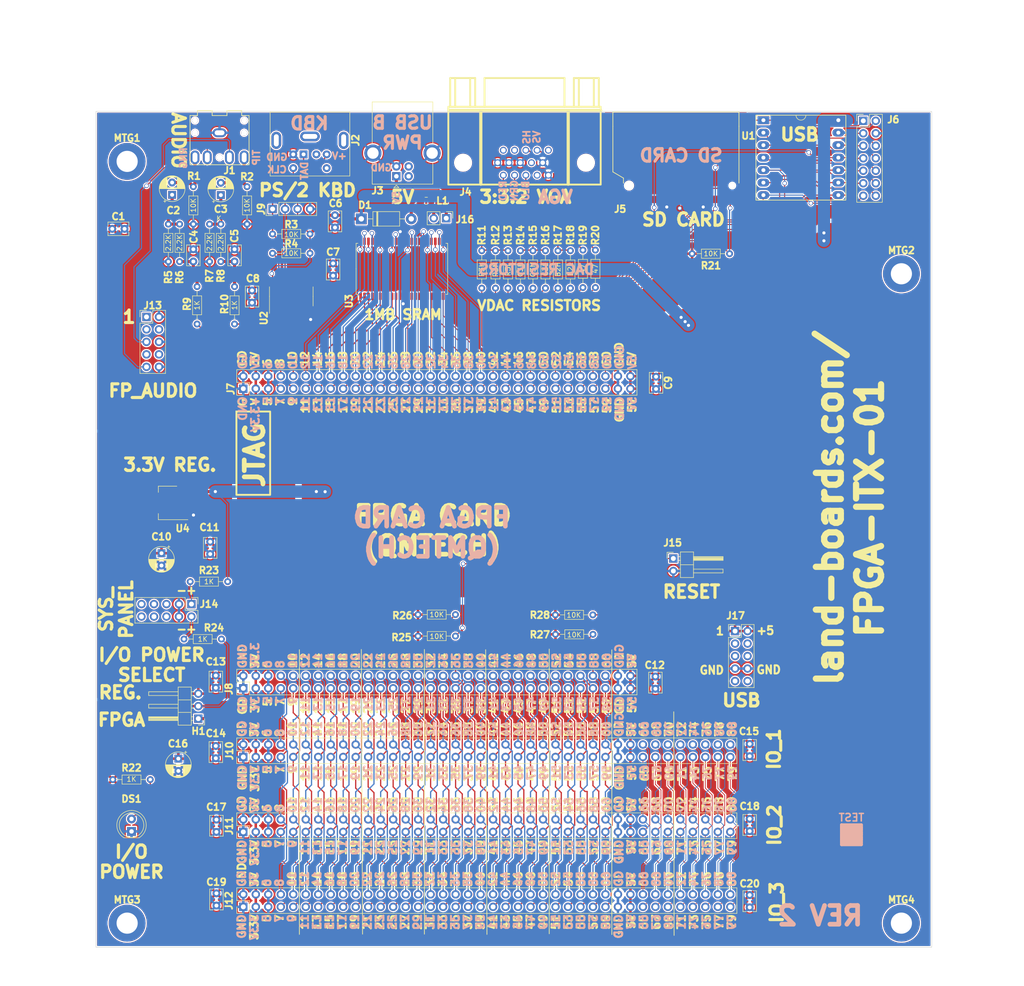
<source format=kicad_pcb>
(kicad_pcb (version 20211014) (generator pcbnew)
  (title_block (title "FPGA-ITX-01") (date "2022-09-18") (rev "2") (company "land-boards.com"))
  (layers (0 "F.Cu" signal) (31 "B.Cu" signal) (36 "B.SilkS" user "B.Silkscreen") (37 "F.SilkS" user "F.Silkscreen") (38 "B.Mask" user) (39 "F.Mask" user) (44 "Edge.Cuts" user))
  (net 0 "")
  (net 1 "GND")
  (net 2 "+3V3")
  (net 3 "/BLUHI")
  (net 4 "/BLULO")
  (net 5 "/GRNHI")
  (net 6 "/GRNLO")
  (net 7 "/REDHI")
  (net 8 "/REDLO")
  (net 9 "/MOSI")
  (net 10 "/SDCS")
  (net 11 "/SCLK")
  (net 12 "/MISO")
  (net 13 "/PS2DAT")
  (net 14 "/PS2CLK")
  (net 15 "VDD")
  (net 16 "/IO_B22")
  (net 17 "/IO_B21")
  (net 18 "/IO_N20")
  (net 19 "/IO_N19")
  (net 20 "+3.3VP")
  (net 21 "/IO_AB20")
  (net 22 "/IO_AA20")
  (net 23 "/IO_Y21")
  (net 24 "/IO_Y22")
  (net 25 "/IO_W21")
  (net 26 "/IO_W22")
  (net 27 "/IO_V21")
  (net 28 "/IO_V22")
  (net 29 "/IO_U21")
  (net 30 "/IO_U22")
  (net 31 "/IO_R21")
  (net 32 "/IO_R22")
  (net 33 "/IO_P21")
  (net 34 "/IO_P22")
  (net 35 "/IO_N21")
  (net 36 "/IO_M21")
  (net 37 "/IO_M22")
  (net 38 "/IO_L21")
  (net 39 "/IO_L22")
  (net 40 "/IO_K21")
  (net 41 "/IO_K22")
  (net 42 "/IO_J21")
  (net 43 "/IO_J22")
  (net 44 "/IO_H21")
  (net 45 "/IO_H22")
  (net 46 "/IO_F21")
  (net 47 "/IO_F22")
  (net 48 "/IO_E21")
  (net 49 "/IO_E22")
  (net 50 "/IO_D21")
  (net 51 "/IO_D22")
  (net 52 "/IO_C21")
  (net 53 "/IO_C22")
  (net 54 "/VSYNC")
  (net 55 "/HSYNC")
  (net 56 "/SRAMA15")
  (net 57 "/SRAMA14")
  (net 58 "/SRAMA16")
  (net 59 "/SRAMA13")
  (net 60 "/SRAMA17")
  (net 61 "/SRAMA12")
  (net 62 "/SRAMA18")
  (net 63 "/SRAMA11")
  (net 64 "/SRAMA19")
  (net 65 "/SRAMA10")
  (net 66 "/SRAMD3")
  (net 67 "/SRAMD4")
  (net 68 "/SRAMD2")
  (net 69 "/SRAMD5")
  (net 70 "/SRAMD1")
  (net 71 "/SRAMD6")
  (net 72 "/SRAMD0")
  (net 73 "/SRAMD7")
  (net 74 "/~{SRAMCS}")
  (net 75 "/SRAMA8")
  (net 76 "/SRAMA0")
  (net 77 "/~{SRAMOE}")
  (net 78 "/SRAMA1")
  (net 79 "/SRAMA7")
  (net 80 "/SRAMA2")
  (net 81 "/SRAMA6")
  (net 82 "/SRAMA3")
  (net 83 "/SRAMA5")
  (net 84 "/SRAMA4")
  (net 85 "/~{SRAMWE}")
  (net 86 "/SRAMA9")
  (net 87 "/IO_M20")
  (net 88 "/IO_M19")
  (net 89 "/~{FPGACTS}")
  (net 90 "/FPGARX")
  (net 91 "/~{FPGARTS}")
  (net 92 "/CARDET")
  (net 93 "/IO_N22")
  (net 94 "/FPGATX")
  (net 95 "/RED")
  (net 96 "/GRN")
  (net 97 "/KBC")
  (net 98 "/KBD")
  (net 99 "/BLU")
  (net 100 "/GRNMI")
  (net 101 "/REDMI")
  (net 102 "Net-(C4-Pad1)")
  (net 103 "/AUDIOR")
  (net 104 "/AUDIOL")
  (net 105 "VS")
  (net 106 "/IO_AA13")
  (net 107 "/IO_AB13")
  (net 108 "/IO_AA14")
  (net 109 "/IO_AB14")
  (net 110 "/IO_AA15")
  (net 111 "/IO_AB15")
  (net 112 "/IO_AA16")
  (net 113 "/IO_AB16")
  (net 114 "/IO_AA17")
  (net 115 "/IO_AB17")
  (net 116 "/IO_AA18")
  (net 117 "/IO_AB18")
  (net 118 "/IO_AA19")
  (net 119 "/IO_AB19")
  (net 120 "/IOX_65")
  (net 121 "/IOX_66")
  (net 122 "/IOX_67")
  (net 123 "/IOX_68")
  (net 124 "/IOX_69")
  (net 125 "/IOX_70")
  (net 126 "/IOX_71")
  (net 127 "/IOX_72")
  (net 128 "/IOX_73")
  (net 129 "/IOX_74")
  (net 130 "/IOX_75")
  (net 131 "/IOX_76")
  (net 132 "/IOX_78")
  (net 133 "/IOX_79")
  (net 134 "/IOX_80")
  (net 135 "/IOX_77")
  (net 136 "Net-(C2-Pad1)")
  (net 137 "/FPAUDR")
  (net 138 "Net-(C3-Pad1)")
  (net 139 "/FPAUDL")
  (net 140 "Net-(C5-Pad1)")
  (net 141 "Net-(D1-Pad2)")
  (net 146 "Net-(DS1-Pad2)")
  (net 149 "Net-(J16-Pad1)")
  (net 156 "Net-(J4-Pad13)")
  (net 157 "Net-(J4-Pad14)")
  (net 166 "/QT_D1")
  (net 167 "/QT_D2")
  (net 168 "/QT3V")
  (net 169 "/QT_D3")
  (net 181 "Net-(C2-Pad2)")
  (net 182 "Net-(C3-Pad2)")
  (net 183 "Net-(J14-Pad1)")
  (net 184 "Net-(J14-Pad2)")
  (net 185 "Net-(J16-Pad2)")
  (footprint "MountingHole:MountingHole_4.3mm_M4_DIN965_Pad" (layer "F.Cu") (at 141.35 50.16)
    (fp_text reference "MTG1")
    (fp_text value "MTG_HOLE")
  )
  (footprint "MountingHole:MountingHole_4.3mm_M4_DIN965_Pad" (layer "F.Cu") (at 298.83 73.02)
    (fp_text reference "MTG2")
    (fp_text value "MTG_HOLE")
  )
  (footprint "MountingHole:MountingHole_4.3mm_M4_DIN965_Pad" (layer "F.Cu") (at 141.35 205.1)
    (fp_text reference "MTG3")
    (fp_text value "MTG_HOLE")
  )
  (footprint "MountingHole:MountingHole_4.3mm_M4_DIN965_Pad" (layer "F.Cu") (at 298.83 205.1)
    (fp_text reference "MTG4")
    (fp_text value "MTG_HOLE")
  )
  (footprint "TO_SOT_Packages_SMD:SOT-223" (layer "F.Cu") (at 149.606 119.634 180)
    (fp_text reference "U4")
    (fp_text value "NCP1117ST33T3G" hide)
  )
  (footprint "Resistor_THT:R_Axial_DIN0204_L3.6mm_D1.6mm_P7.62mm_Horizontal" (layer "F.Cu") (at 218.809845 68.325745 -90)
    (fp_text reference "R13")
    (fp_text value "R3L")
  )
  (footprint "Resistor_THT:R_Axial_DIN0204_L3.6mm_D1.6mm_P7.62mm_Horizontal" (layer "F.Cu") (at 216.269845 68.325745 -90)
    (fp_text reference "R12")
    (fp_text value "R3M")
  )
  (footprint "Resistor_THT:R_Axial_DIN0204_L3.6mm_D1.6mm_P7.62mm_Horizontal" (layer "F.Cu") (at 226.429845 68.325745 -90)
    (fp_text reference "R16")
    (fp_text value "G3L")
  )
  (footprint "Resistor_THT:R_Axial_DIN0204_L3.6mm_D1.6mm_P7.62mm_Horizontal" (layer "F.Cu") (at 223.889845 68.325745 -90)
    (fp_text reference "R15")
    (fp_text value "G3M")
  )
  (footprint "Resistor_THT:R_Axial_DIN0204_L3.6mm_D1.6mm_P7.62mm_Horizontal" (layer "F.Cu") (at 231.509845 68.325745 -90)
    (fp_text reference "R18")
    (fp_text value "B2L")
  )
  (footprint "Resistor_THT:R_Axial_DIN0204_L3.6mm_D1.6mm_P7.62mm_Horizontal" (layer "F.Cu") (at 228.969845 68.325745 -90)
    (fp_text reference "R17")
    (fp_text value "B2H")
  )
  (footprint "Resistor_THT:R_Axial_DIN0204_L3.6mm_D1.6mm_P7.62mm_Horizontal" (layer "F.Cu") (at 170.9245 68.8525)
    (fp_text reference "R4")
    (fp_text value "10K")
  )
  (footprint "Resistor_THT:R_Axial_DIN0204_L3.6mm_D1.6mm_P7.62mm_Horizontal" (layer "F.Cu") (at 170.9245 64.9205)
    (fp_text reference "R3")
    (fp_text value "10K")
  )
  (footprint "Pin_Headers:Pin_Header_Straight_1x04_Pitch2.54mm" (layer "F.Cu") (at 170.9345 59.8405 90)
    (fp_text reference "J9")
    (fp_text value "Header, Strt, 1x4")
  )
  (footprint "LandBoards_Conns:Connector_Mini-DIN_Female_6Pin_2rows" (layer "F.Cu") (at 177.2345 48.7295 180)
    (fp_text reference "J2")
    (fp_text value "PS2_DIN6")
  )
  (footprint "Connector_PinHeader_2.54mm:PinHeader_2x32_P2.54mm_Vertical" (layer "F.Cu") (at 164.973 96.393 90)
    (fp_text reference "J7")
    (fp_text value "Header, Strt, 2x32")
  )
  (footprint "Connector_PinHeader_2.54mm:PinHeader_2x32_P2.54mm_Vertical" (layer "F.Cu") (at 164.973 157.333 90)
    (fp_text reference "J8")
    (fp_text value "Header, Strt, 2x32")
  )
  (footprint "LandBoards_BoardOutlines:QT_Py" (layer "F.Cu") (at 270.764 41.783)
    (fp_text reference "U1")
    (fp_text value "QT_Py")
  )
  (footprint "LandBoards_Conns:SD_CARD" (layer "F.Cu") (at 258.5532 55.0823 180)
    (fp_text reference "J5")
    (fp_text value "SD_Card-Connector" hide)
  )
  (footprint "Connector_PinHeader_2.54mm:PinHeader_2x40_P2.54mm_Vertical" (layer "F.Cu") (at 164.973 171.303 90)
    (fp_text reference "J10")
    (fp_text value "Header, Strt, 2x40")
  )
  (footprint "Capacitor_THT:C_Rect_L4.0mm_W2.5mm_P2.50mm" (layer "F.Cu") (at 248.798 154.93 -90)
    (fp_text reference "C12")
    (fp_text value "0.1uF")
  )
  (footprint "Capacitor_THT:C_Rect_L4.0mm_W2.5mm_P2.50mm" (layer "F.Cu") (at 267.974 168.646 -90)
    (fp_text reference "C15")
    (fp_text value "0.1uF")
  )
  (footprint "Capacitor_THT:C_Rect_L4.0mm_W2.5mm_P2.50mm" (layer "F.Cu") (at 159.385 169.057 -90)
    (fp_text reference "C14")
    (fp_text value "0.1uF")
  )
  (footprint "Capacitor_THT:C_Rect_L4.0mm_W2.5mm_P2.50mm" (layer "F.Cu") (at 183.2425 70.9045 -90)
    (fp_text reference "C7")
    (fp_text value "0.1uF")
  )
  (footprint "Capacitor_THT:C_Rect_L4.0mm_W2.5mm_P2.50mm" (layer "F.Cu") (at 166.751 76.405 -90)
    (fp_text reference "C8")
    (fp_text value "0.1uF")
  )
  (footprint "Connector_PinHeader_2.54mm:PinHeader_1x03_P2.54mm_Horizontal" (layer "F.Cu") (at 155.829 163.4998 180)
    (fp_text reference "H1")
    (fp_text value "Header, Right Ang, 1x3")
  )
  (footprint "Inductor_SMD:L_0805_2012Metric_Pad1.15x1.40mm_HandSolder" (layer "F.Cu") (at 202.184 58.166 180)
    (fp_text reference "L1")
    (fp_text value "Ind, MI0805K601R-10 (0805)")
  )
  (footprint "Package_SO:TSOP-II-44_10.16x18.41mm_P0.8mm" (layer "F.Cu") (at 197.232 72.009 90)
    (fp_text reference "U3")
    (fp_text value "IS62WV10248EBLL-45TLI")
  )
  (footprint "Resistor_THT:R_Axial_DIN0204_L3.6mm_D1.6mm_P7.62mm_Horizontal" (layer "F.Cu") (at 263.8806 68.9356 180)
    (fp_text reference "R21")
    (fp_text value "10K")
  )
  (footprint "Capacitor_THT:C_Rect_L4.0mm_W2.5mm_P2.50mm" (layer "F.Cu") (at 138.322 63.876)
    (fp_text reference "C1")
    (fp_text value "0.1uF")
  )
  (footprint "Capacitor_THT:C_Rect_L4.0mm_W2.5mm_P2.50mm" (layer "F.Cu") (at 158.242 127.528 -90)
    (fp_text reference "C11")
    (fp_text value "0.1uF")
  )
  (footprint "Capacitor_THT:CP_Radial_D5.0mm_P2.50mm" (layer "F.Cu") (at 148.336 129.858888 -90)
    (fp_text reference "C10")
    (fp_text value "10uF")
  )
  (footprint "LandBoards_Conns:DB_15F-VGA-fixed" (layer "F.Cu") (at 222.172595 46.419495 180)
    (fp_text reference "J4")
    (fp_text value "634-015-274-906 (DB15HD)" hide)
  )
  (footprint "Connector_USB:USB_B_OST_USB-B1HSxx_Horizontal" (layer "F.Cu") (at 196.108 53.1865 90)
    (fp_text reference "J3")
    (fp_text value "Conn, USB B")
  )
  (footprint "Resistor_THT:R_Axial_DIN0204_L3.6mm_D1.6mm_P7.62mm_Horizontal" (layer "F.Cu") (at 158.115 62.923 -90)
    (fp_text reference "R7")
    (fp_text value "2.2K")
  )
  (footprint "Capacitor_THT:CP_Radial_D5.0mm_P2.50mm" (layer "F.Cu") (at 151.765 171.641888 -90)
    (fp_text reference "C16")
    (fp_text value "10uF")
  )
  (footprint "Capacitor_THT:CP_Radial_D5.0mm_P2.50mm" (layer "F.Cu") (at 160.401 57.016113 90)
    (fp_text reference "C3")
    (fp_text value "47uF")
  )
  (footprint "Resistor_THT:R_Axial_DIN0204_L3.6mm_D1.6mm_P7.62mm_Horizontal" (layer "F.Cu") (at 155.575 75.623 -90)
    (fp_text reference "R9")
    (fp_text value "1K")
  )
  (footprint "Connector_PinHeader_2.54mm:PinHeader_2x40_P2.54mm_Vertical" (layer "F.Cu") (at 164.978 201.783 90)
    (fp_text reference "J12")
    (fp_text value "Header, Strt, 2x40")
  )
  (footprint "Connector_PinHeader_2.54mm:PinHeader_2x05_P2.54mm_Vertical" (layer "F.Cu") (at 145.283 81.793)
    (fp_text reference "J13")
    (fp_text value "Conn_02x05_Odd_Even")
  )
  (footprint "Resistor_THT:R_Axial_DIN0204_L3.6mm_D1.6mm_P7.62mm_Horizontal" (layer "F.Cu") (at 152.019 62.923 -90)
    (fp_text reference "R6")
    (fp_text value "2.2K")
  )
  (footprint "Resistor_THT:R_Axial_DIN0204_L3.6mm_D1.6mm_P7.62mm_Horizontal" (layer "F.Cu") (at 236.589845 68.203745 -90)
    (fp_text reference "R20")
    (fp_text value "47")
  )
  (footprint "Resistor_THT:R_Axial_DIN0204_L3.6mm_D1.6mm_P7.62mm_Horizontal" (layer "F.Cu") (at 160.401 62.923 -90)
    (fp_text reference "R8")
    (fp_text value "2.2K")
  )
  (footprint "Connector_PinHeader_2.54mm:PinHeader_2x05_P2.54mm_Vertical" (layer "F.Cu") (at 264.9982 145.6944)
    (fp_text reference "J17")
    (fp_text value "Conn_02x05_Odd_Even")
  )
  (footprint "Resistor_THT:R_Axial_DIN0204_L3.6mm_D1.6mm_P7.62mm_Horizontal" (layer "F.Cu") (at 213.475845 68.325745 -90)
    (fp_text reference "R11")
    (fp_text value "R3H")
  )
  (footprint "Connector_PinHeader_2.54mm:PinHeader_1x02_P2.54mm_Horizontal" (layer "F.Cu") (at 252.4444 130.932)
    (fp_text reference "J15")
    (fp_text value "Conn_01x02")
  )
  (footprint "Resistor_THT:R_Axial_DIN0204_L3.6mm_D1.6mm_P7.62mm_Horizontal" (layer "F.Cu") (at 152.908 147.32)
    (fp_text reference "R24")
    (fp_text value "1K")
  )
  (footprint "Resistor_THT:R_Axial_DIN0204_L3.6mm_D1.6mm_P7.62mm_Horizontal" (layer "F.Cu") (at 161.798 135.636 180)
    (fp_text reference "R23")
    (fp_text value "1K")
  )
  (footprint "Capacitor_THT:C_Rect_L4.0mm_W2.5mm_P2.50mm" (layer "F.Cu") (at 159.385 154.7314 -90)
    (fp_text reference "C13")
    (fp_text value "0.1uF")
  )
  (footprint "Resistor_THT:R_Axial_DIN0204_L3.6mm_D1.6mm_P7.62mm_Horizontal" (layer "F.Cu") (at 208.1276 142.3416 180)
    (fp_text reference "R26")
    (fp_text value "10K")
  )
  (footprint "Resistor_THT:R_Axial_DIN0204_L3.6mm_D1.6mm_P7.62mm_Horizontal" (layer "F.Cu") (at 163.195 75.623 -90)
    (fp_text reference "R10")
    (fp_text value "1K")
  )
  (footprint "Connector_PinHeader_2.54mm:PinHeader_2x40_P2.54mm_Vertical" (layer "F.Cu") (at 164.973 186.543 90)
    (fp_text reference "J11")
    (fp_text value "Header, Strt, 2x40")
  )
  (footprint "LandBoards_Marking:TEST_BLK-REAR" (layer "F.Cu") (at 288.671 187.1218)
    (fp_text reference "TEST")
    (fp_text value "COUPON" hide)
  )
  (footprint "Capacitor_THT:C_Rect_L4.0mm_W2.5mm_P2.50mm" (layer "F.Cu") (at 267.974 183.886 -90)
    (fp_text reference "C18")
    (fp_text value "0.1uF")
  )
  (footprint "Connector_PinHeader_2.54mm:PinHeader_2x05_P2.54mm_Vertical" (layer "F.Cu") (at 154.427 140.203 -90)
    (fp_text reference "J14")
    (fp_text value "Conn_02x05_Odd_Even")
  )
  (footprint "Capacitor_THT:CP_Radial_D5.0mm_P2.50mm" (layer "F.Cu") (at 150.495 56.959 90)
    (fp_text reference "C2")
    (fp_text value "47uF")
  )
  (footprint "Resistor_THT:R_Axial_DIN0204_L3.6mm_D1.6mm_P7.62mm_Horizontal" (layer "F.Cu") (at 208.1276 146.7104 180)
    (fp_text reference "R25")
    (fp_text value "10K")
  )
  (footprint "Resistor_THT:R_Axial_DIN0204_L3.6mm_D1.6mm_P7.62mm_Horizontal" (layer "F.Cu") (at 149.733 62.923 -90)
    (fp_text reference "R5")
    (fp_text value "2.2K")
  )
  (footprint "Connector_PinHeader_2.54mm:PinHeader_2x07_P2.54mm_Vertical" (layer "F.Cu") (at 291.079 41.905)
    (fp_text reference "J6")
    (fp_text value "Conn_02x07_Odd_Even")
  )
  (footprint "Resistor_THT:R_Axial_DIN0204_L3.6mm_D1.6mm_P7.62mm_Horizontal" (layer "F.Cu") (at 138.43 175.895)
    (fp_text reference "R22")
    (fp_text value "1K")
  )
  (footprint "Resistor_THT:R_Axial_DIN0204_L3.6mm_D1.6mm_P7.62mm_Horizontal" (layer "F.Cu") (at 165.735 55.303 -90)
    (fp_text reference "R2")
    (fp_text value "10K")
  )
  (footprint "Package_SO:SOIC-14_3.9x8.7mm_P1.27mm" (layer "F.Cu") (at 174.7345 77.6205 90)
    (fp_text reference "U2")
    (fp_text value "TXS0104EDR")
  )
  (footprint "Capacitor_THT:C_Rect_L4.0mm_W2.5mm_P2.50mm" (layer "F.Cu") (at 163.195 70.523 90)
    (fp_text reference "C5")
    (fp_text value "47nF")
  )
  (footprint "Resistor_THT:R_Axial_DIN0204_L3.6mm_D1.6mm_P7.62mm_Horizontal" (layer "F.Cu") (at 236.0676 142.3924 180)
    (fp_text reference "R28")
    (fp_text value "10K")
  )
  (footprint "Resistor_THT:R_Axial_DIN0204_L3.6mm_D1.6mm_P7.62mm_Horizontal" (layer "F.Cu") (at 234.049845 68.203745 -90)
    (fp_text reference "R19")
    (fp_text value "47")
  )
  (footprint "Resistor_THT:R_Axial_DIN0204_L3.6mm_D1.6mm_P7.62mm_Horizontal" (layer "F.Cu") (at 221.349845 68.325745 -90)
    (fp_text reference "R14")
    (fp_text value "G3H")
  )
  (footprint "Capacitor_THT:C_Rect_L4.0mm_W2.5mm_P2.50mm" (layer "F.Cu") (at 248.924 93.95 -90)
    (fp_text reference "C9")
    (fp_text value "0.1uF")
  )
  (footprint "LED_THT:LED_D5.0mm" (layer "F.Cu") (at 142.24 186.441 90)
    (fp_text reference "DS1")
    (fp_text value "LED, 5MM")
  )
  (footprint "Capacitor_THT:C_Rect_L4.0mm_W2.5mm_P2.50mm" (layer "F.Cu") (at 154.813 70.523 90)
    (fp_text reference "C4")
    (fp_text value "47nF")
  )
  (footprint "Resistor_THT:R_Axial_DIN0204_L3.6mm_D1.6mm_P7.62mm_Horizontal" (layer "F.Cu") (at 236.093 146.3548 180)
    (fp_text reference "R27")
    (fp_text value "10K")
  )
  (footprint "Capacitor_THT:C_Rect_L4.0mm_W2.5mm_P2.50mm" (layer "F.Cu") (at 159.512 199.029 -90)
    (fp_text reference "C19")
    (fp_text value "0.1uF")
  )
  (footprint "LandBoards_Conns:Jack_3.5mm_CUI_SJ1-3523N_Horizontal" (layer "F.Cu") (at 160.147 44.339)
    (fp_text reference "J1")
    (fp_text value "AudioJack3_Ground_SwitchTR" hide)
  )
  (footprint "Connector_PinHeader_2.54mm:PinHeader_1x02_P2.54mm_Vertical" (layer "F.Cu") (at 206.253 61.722 -90)
    (fp_text reference "J16")
    (fp_text value "Conn_01x02")
  )
  (footprint "Capacitor_THT:C_Rect_L4.0mm_W2.5mm_P2.50mm" (layer "F.Cu") (at 159.512 184.043 -90)
    (fp_text reference "C17")
    (fp_text value "0.1uF")
  )
  (footprint "Capacitor_THT:C_Rect_L4.0mm_W2.5mm_P2.50mm" (layer "F.Cu") (at 183.6245 61.1105 -90)
    (fp_text reference "C6")
    (fp_text value "0.1uF")
  )
  (footprint "Diode_THT:D_DO-41_SOD81_P10.16mm_Horizontal" (layer "F.Cu") (at 188.976 61.849)
    (fp_text reference "D1")
    (fp_text value "1N5819")
  )
  (footprint "Capacitor_THT:C_Rect_L4.0mm_W2.5mm_P2.50mm" (layer "F.Cu") (at 267.974 199.38 -90)
    (fp_text reference "C20")
    (fp_text value "0.1uF")
  )
  (footprint "Resistor_THT:R_Axial_DIN0204_L3.6mm_D1.6mm_P7.62mm_Horizontal" (layer "F.Cu") (at 154.813 55.303 -90)
    (fp_text reference "R1")
    (fp_text value "10K")
  )
  (gr_line (start 214.5284 207.391) (end 214.2744 149.479) (layer "F.SilkS") (width 0.15))
  (gr_line (start 227.203 149.352) (end 227.203 207.264) (layer "F.SilkS") (width 0.15))
  (gr_line (start 188.976 149.4282) (end 189.23 207.3402) (layer "F.SilkS") (width 0.15))
  (gr_line (start 201.803 207.3402) (end 201.803 149.4282) (layer "F.SilkS") (width 0.15))
  (gr_rect (start 163.576 101.0412) (end 170.434 117.983) (layer "F.SilkS") (width 0.381) (fill none))
  (gr_line (start 252.5268 162.1028) (end 252.603 207.5942) (layer "F.SilkS") (width 0.15))
  (gr_line (start 239.9284 149.5044) (end 239.9284 207.4164) (layer "F.SilkS") (width 0.15))
  (gr_line (start 176.3776 207.391) (end 176.3776 149.479) (layer "F.SilkS") (width 0.15))
  (gr_rect locked (start 135 40) (end 305 210) (layer "Edge.Cuts") (width 0.1) (fill none))
  (gr_text "GND\n3.3V\n5\n7\n9\n11\n13\n15\n17\n19\n21\n23\n25\n27\n29\n31\n33\n35\n37\n39\n41\n43\n45\n47\n49\n51\n53\n55\n57\n59\nGND\n5V\n65\n67\n69\n71\n74\n76\n77\n79" (at 214.6046 187.96 90) (layer "B.SilkS") (effects (font (size 1.5875 1.5875) (thickness 0.396875)) (justify left mirror)))
  (gr_text "BLU" (at 222.365845 56.133745 90) (layer "B.SilkS") (effects (font (size 1.397 1.397) (thickness 0.34925)) (justify mirror)))
  (gr_text "GRN" (at 220.079845 56.133745 90) (layer "B.SilkS") (effects (font (size 1.397 1.397) (thickness 0.34925)) (justify mirror)))
  (gr_text "TIP" (at 167.64 49.403 90) (layer "B.SilkS") (effects (font (size 1.397 1.397) (thickness 0.34925)) (justify mirror)))
  (gr_text "HS" (at 222.619845 45.211745 90) (layer "B.SilkS") (effects (font (size 1.397 1.397) (thickness 0.34925)) (justify mirror)))
  (gr_text "DAC RESISTORS" (at 236.589845 72.135745) (layer "B.SilkS") (effects (font (size 2 2) (thickness 0.5)) (justify left mirror)))
  (gr_text "+V" (at 184.5125 49.0405) (layer "B.SilkS") (effects (font (size 1.397 1.397) (thickness 0.34925)) (justify mirror)))
  (gr_text "GD\n3V\n6\n8\n10\n12\n14\n16\n18\n20\n22\n24\n26\n28\n30\n32\n34\n36\n38\n40\n42\n44\n46\n48\n50\n52\n54\n56\n58\n60\nGD\n5V\n66\n68\n70\n72\n74\n76\n78\n80" (at 214.4522 197.8914 90) (layer "B.SilkS") (effects (font (size 1.5875 1.5875) (thickness 0.396875)) (justify right mirror)))
  (gr_text "GD\n3V\n6\n8\n10\n12\n14\n16\n18\n20\n22\n24\n26\n28\n30\n32\n34\n36\n38\n40\n42\n44\n46\n48\n50\n52\n54\n56\n58\n60\nGD\n5V\n66\n68\n70\n72\n74\n76\n78\n80" (at 214.634 182.85 90) (layer "B.SilkS") (effects (font (size 1.5875 1.5875) (thickness 0.396875)) (justify right mirror)))
  (gr_text "GND\n3.3V\n6\n8\n10\n12\n14\n16\n18\n20\n22\n24\n26\n28\n30\n32\n34\n36\n38\n40\n42\n44\n46\n48\n50\n52\n54\n56\n58\n60\nGND\n5V\n" (at 204.4192 153.4668 90) (layer "B.SilkS") (effects (font (size 1.5875 1.5875) (thickness 0.396875)) (justify right mirror)))
  (gr_text "CLK" (at 171.8125 51.8345) (layer "B.SilkS") (effects (font (size 1.397 1.397) (thickness 0.34925)) (justify mirror)))
  (gr_text "USB B\nPWR" (at 197.358 44.323) (layer "B.SilkS") (effects (font (size 2.54 2.54) (thickness 0.635)) (justify mirror)))
  (gr_text "DAT" (at 177.4005 52.0885 90) (layer "B.SilkS") (effects (font (size 1.397 1.397) (thickness 0.34925)) (justify mirror)))
  (gr_text "GND\n3.3V\n5\n7\n9\n11\n13\n15\n17\n19\n21\n23\n25\n27\n29\n31\n33\n35\n37\n39\n41\n43\n45\n47\n49\n51\n53\n55\n57\n59\nGND\n5V\n65\n67\n69\n71\n74\n76\n77\n79" (at 214.634 172.69 90) (layer "B.SilkS") (effects (font (size 1.5875 1.5875) (thickness 0.396875)) (justify left mirror)))
  (gr_text "SD CARD" (at 254.0254 48.9712) (layer "B.SilkS") (effects (font (size 2.54 2.54) (thickness 0.635)) (justify mirror)))
  (gr_text "RNG" (at 152.781 49.461 90) (layer "B.SilkS") (effects (font (size 1.397 1.397) (thickness 0.34925)) (justify mirror)))
  (gr_text "FPGA CARD\n(QMTECH)" (at 203.3016 125.7046) (layer "B.SilkS") (effects (font (size 3.81 3.81) (thickness 0.9525)) (justify mirror)))
  (gr_text "RED" (at 217.793845 56.133745 90) (layer "B.SilkS") (effects (font (size 1.397 1.397) (thickness 0.34925)) (justify mirror)))
  (gr_text "5V" (at 196.088 57.531 90) (layer "B.SilkS") (effects (font (size 1.397 1.397) (thickness 0.34925)) (justify mirror)))
  (gr_text "GND\n3.3V\n5\n7\n9\n11\n13\n15\n17\n19\n21\n23\n25\n27\n29\n31\n33\n35\n37\n39\n41\n43\n45\n47\n49\n51\n53\n55\n57\n59\nGND\n5V\n65\n67\n69\n71\n74\n76\n77\n79" (at 214.4776 203.0984 90) (layer "B.SilkS") (effects (font (size 1.5875 1.5875) (thickness 0.396875)) (justify left mirror)))
  (gr_text "GND\n+3.3V\n5\n7\n9\n11\n13\n15\n17\n19\n21\n23\n25\n27\n29\n31\n33\n35\n37\n39\n41\n43\n45\n47\n49\n51\n53\n55\n57\n59\nGND\n5V" (at 204.474009 97.759996 90) (layer "B.SilkS") (effects (font (size 1.5875 1.5875) (thickness 0.396875)) (justify left mirror)))
  (gr_text "GND" (at 171.8125 49.2945) (layer "B.SilkS") (effects (font (size 1.397 1.397) (thickness 0.34925)) (justify mirror)))
  (gr_text "KBD" (at 178.4165 42.4365) (layer "B.SilkS") (effects (font (size 2.54 2.54) (thickness 0.635)) (justify mirror)))
  (gr_text "GD\n3V\n6\n8\n10\n12\n14\n16\n18\n20\n22\n24\n26\n28\n30\n32\n34\n36\n38\n40\n42\n44\n46\n48\n50\n52\n54\n56\n58\n60\nGND\n5V\n66\n68\n70\n72\n74\n76\n78\n80" (at 214.634 167.356 90) (layer "B.SilkS") (effects (font (size 1.5875 1.5875) (thickness 0.396875)) (justify right mirror)))
  (gr_text "VS" (at 224.651845 45.211745 90) (layer "B.SilkS") (effects (font (size 1.397 1.397) (thickness 0.34925)) (justify mirror)))
  (gr_text "GD\n3V\n5\n7\n9\n11\n13\n15\n17\n19\n21\n23\n25\n27\n29\n31\n33\n35\n37\n39\n41\n43\n45\n47\n49\n51\n53\n55\n57\n59\nGD\n5V" (at 204.474 158.72 90) (layer "B.SilkS") (effects (font (size 1.5875 1.5875) (thickness 0.396875)) (justify left mirror)))
  (gr_text "GND" (at 193.04 51.435) (layer "B.SilkS") (effects (font (size 1.397 1.397) (thickness 0.34925)) (justify mirror)))
  (gr_text "GD\n3V\n6\n8\n10\n12\n14\n16\n18\n20\n22\n24\n26\n28\n30\n32\n34\n36\n38\n40\n42\n44\n46\n48\n50\n52\n54\n56\n58\n60\nGND\n5V" (at 204.474009 92.679996 90) (layer "B.SilkS") (effects (font (size 1.5875 1.5875) (thickness 0.396875)) (justify right mirror)))
  (gr_text "REV 2" (at 282.2956 203.6064) (layer "B.SilkS") (effects (font (size 3.81 3.81) (thickness 0.9525)) (justify mirror)))
  (gr_text "VGA" (at 228.461845 57.403745) (layer "B.SilkS") (effects (font (size 2.54 2.54) (thickness 0.635)) (justify mirror)))
  (gr_text "GD\n3V\n6\n8\n10\n12\n14\n16\n18\n20\n22\n24\n26\n28\n30\n32\n34\n36\n38\n40\n42\n44\n46\n48\n50\n52\n54\n56\n58\n60\nGD\n5V\n66\n68\n70\n72\n74\n76\n78\n80" (at 214.503 167.433 90) (layer "F.SilkS") (effects (font (size 1.5875 1.5875) (thickness 0.396875)) (justify left)))
  (gr_text "AUDIO" (at 151.7904 45.905 270) (layer "F.SilkS") (effects (font (size 2.54 2.54) (thickness 0.635))))
  (gr_text "IO_2" (at 272.9992 185.1406 90) (layer "F.SilkS") (effects (font (size 2.54 2.54) (thickness 0.635))))
  (gr_text "JTAG" (at 167.259 109.8804 90) (layer "F.SilkS") (effects (font (size 3.81 3.81) (thickness 0.9525))))
  (gr_text "GND\n3V\n6\n8\n10\n12\n14\n16\n18\n20\n22\n24\n26\n28\n30\n32\n34\n36\n38\n40\n42\n44\n46\n48\n50\n52\n54\n56\n58\n60\nGD\n5V\n66\n68\n70\n72\n74\n76\n78\n80" (at 214.508 197.913 90) (layer "F.SilkS") (effects (font (size 1.5875 1.5875) (thickness 0.396875)) (justify left)))
  (gr_text "FPGA CARD\n(QMTECH)" (at 203.5302 125.2728) (layer "F.SilkS") (effects (font (size 3.81 3.81) (thickness 0.9525))))
  (gr_text "3:3:2 VGA" (at 222.3516 57.3786) (layer "F.SilkS") (effects (font (size 2.54 2.54) (thickness 0.635))))
  (gr_text "GND\n3.3V\n5\n7\n9\n11\n13\n15\n17\n19\n21\n23\n25\n27\n29\n31\n33\n35\n37\n39\n41\n43\n45\n47\n49\n51\n53\n55\n57\n59\nGND\n5V\n65\n67\n69\n71\n73\n75\n77\n79" (at 214.4776 203.0984 90) (layer "F.SilkS") (effects (font (size 1.5875 1.5875) (thickness 0.396875)) (justify right)))
  (gr_text "+5\n\n\nGND" (at 269.1638 149.5806) (layer "F.SilkS") (effects (font (size 1.651 1.5875) (thickness 0.396875)) (justify left)))
  (gr_text "G\nV\n5\n7\n9\n11\n13\n15\n17\n19\n21\n23\n25\n27\n29\n31\n33\n35\n37\n39\n41\n43\n45\n47\n49\n51\n53\n55\n57\n59\nGND\n5V" (at 204.4446 98.0948 90) (layer "F.SilkS") (effects (font (size 1.5875 1.5875) (thickness 0.396875)) (justify right)))
  (gr_text "GD\n3V\n6\n8\n10\n12\n14\n16\n18\n20\n22\n24\n26\n28\n30\n32\n34\n36\n38\n40\n42\n44\n46\n48\n50\n52\n54\n56\n58\n60\nGD\n5V\n66\n68\n70\n72\n74\n76\n78\n80" (at 214.503 182.673 90) (layer "F.SilkS") (effects (font (size 1.5875 1.5875) (thickness 0.396875)) (justify left)))
  (gr_text "1" (at 141.732 81.788) (layer "F.SilkS") (effects (font (size 2.54 2.54) (thickness 0.635))))
  (gr_text "-+" (at 153.416 137.414) (layer "F.SilkS") (effects (font (size 1.651 1.5875) (thickness 0.396875))))
  (gr_text "I/O\nPOWER" (at 142.24 192.6336) (layer "F.SilkS") (effects (font (size 2.54 2.54) (thickness 0.635))))
  (gr_text "VDAC RESISTORS" (at 212.2932 79.4766) (layer "F.SilkS") (effects (font (size 2 2) (thickness 0.5)) (justify left)))
  (gr_text "FP_AUDIO" (at 146.6088 96.7994) (layer "F.SilkS") (effects (font (size 2.54 2.54) (thickness 0.635))))
  (gr_text "GND\n3.3V\n5\n7\n9\n11\n13\n15\n17\n19\n21\n23\n25\n27\n29\n31\n33\n35\n37\n39\n41\n43\n45\n47\n49\n51\n53\n55\n57\n59\nGND\n5V\n65\n67\n69\n71\n73\n75\n77\n79" (at 214.508 187.935 90) (layer "F.SilkS") (effects (font (size 1.5875 1.5875) (thickness 0.396875)) (justify right)))
  (gr_text "-+" (at 153.416 145.288) (layer "F.SilkS") (effects (font (size 1.651 1.5875) (thickness 0.396875))))
  (gr_text "REG." (at 139.954 158.1912) (layer "F.SilkS") (effects (font (size 2.54 2.54) (thickness 0.635))))
  (gr_text "land-boards.com/\nFPGA-ITX-01" (at 288.3154 120.65 90) (layer "F.SilkS") (effects (font (size 5.08 5.08) (thickness 1.27))))
  (gr_text "GD\n3V\n5\n7\n9\n11\n13\n15\n17\n19\n21\n23\n25\n27\n29\n31\n33\n35\n37\n39\n41\n43\n45\n47\n49\n51\n53\n55\n57\n59\nGD\n5V" (at 204.4192 159.2072 90) (layer "F.SilkS") (effects (font (size 1.5875 1.5875) (thickness 0.396875)) (justify right)))
  (gr_text "FPGA" (at 140.208 163.7538) (layer "F.SilkS") (effects (font (size 2.54 2.54) (thickness 0.635))))
  (gr_text "3.3V REG." (at 150.0456 111.887) (layer "F.SilkS") (effects (font (size 2.54 2.54) (thickness 0.635))))
  (gr_text "1\n\n\nGND" (at 262.9408 149.6568) (layer "F.SilkS") (effects (font (size 1.651 1.5875) (thickness 0.396875)) (justify right)))
  (gr_text "5V" (at 197.358 57.404) (layer "F.SilkS") (effects (font (size 2.54 2.54) (thickness 0.635))))
  (gr_text "SYS_\nPANEL" (at 139.1158 141.3002 90) (layer "F.SilkS") (effects (font (size 2.54 2.54) (thickness 0.635))))
  (gr_text "IO_3" (at 273.4818 200.8632 90) (layer "F.SilkS") (effects (font (size 2.54 2.54) (thickness 0.635))))
  (gr_text "GND\n3.3V\n5\n7\n9\n11\n13\n15\n17\n19\n21\n23\n25\n27\n29\n31\n33\n35\n37\n39\n41\n43\n45\n47\n49\n51\n53\n55\n57\n59\nGND\n5V\n65\n67\n69\n71\n73\n75\n77\n79" (at 214.634 172.944 90) (layer "F.SilkS") (effects (font (size 1.5875 1.5875) (thickness 0.396875)) (justify right)))
  (gr_text "PS/2 KBD" (at 178.0365 56.0255) (layer "F.SilkS") (effects (font (size 2.54 2.54) (thickness 0.635))))
  (gr_text "GND\n3V\n6\n8\n10\n12\n14\n16\n18\n20\n22\n24\n26\n28\n30\n32\n34\n36\n38\n40\n42\n44\n46\n48\n50\n52\n54\n56\n58\n60\nGD\n5V" (at 204.4192 153.4668 90) (layer "F.SilkS") (effects (font (size 1.5875 1.5875) (thickness 0.396875)) (justify left)))
  (gr_text "1MB SRAM" (at 189.3316 81.3308) (layer "F.SilkS") (effects (font (size 2 2) (thickness 0.5)) (justify left)))
  (gr_text "GD\n3V\n6\n8\n10\n12\n14\n16\n18\n20\n22\n24\n26\n28\n30\n32\n34\n36\n38\n40\n42\n44\n46\n48\n50\n52\n54\n56\n58\n60\nGND\n5V" (at 204.3684 92.075 90) (layer "F.SilkS") (effects (font (size 1.5875 1.5875) (thickness 0.396875)) (justify left)))
  (gr_text "USB" (at 278.13 44.704) (layer "F.SilkS") (effects (font (size 2.54 2.54) (thickness 0.635))))
  (gr_text "IO_1" (at 272.8976 169.6974 90) (layer "F.SilkS") (effects (font (size 2.54 2.54) (thickness 0.635))))
  (gr_text "SD CARD" (at 254.508 62.0014) (layer "F.SilkS") (effects (font (size 2.54 2.54) (thickness 0.635))))
  (gr_text "I/O POWER\nSELECT" (at 146.3294 152.5778) (layer "F.SilkS") (effects (font (size 2.54 2.54) (thickness 0.635))))
  (gr_text "USB" (at 266.2986 159.7864) (layer "F.SilkS") (effects (font (size 2.54 2.54) (thickness 0.635))))
  (gr_text "RESET" (at 256.1336 137.6934) (layer "F.SilkS") (effects (font (size 2.54 2.54) (thickness 0.635))))
  (segment (start 178.5445 80.0955) (end 178.5445 82.1885) (width 0.254) (layer "F.Cu") (net 1))
  (segment (start 251.0532 57.8823) (end 251.0532 59.3848) (width 0.254) (layer "F.Cu") (net 1))
  (segment (start 258.5532 57.8823) (end 258.5532 59.404) (width 0.254) (layer "F.Cu") (net 1))
  (segment (start 197.632 77.5965) (end 197.632 78.974) (width 0.254) (layer "F.Cu") (net 1))
  (segment (start 154.6746 121.934) (end 154.8384 122.0978) (width 0.635) (layer "F.Cu") (net 1))
  (segment (start 196.832 66.4215) (end 196.832 64.501894) (width 0.254) (layer "F.Cu") (net 1))
  (segment (start 197.632 78.974) (end 197.485 79.121) (width 0.254) (layer "F.Cu") (net 1))
  (segment (start 258.5532 59.404) (end 258.5212 59.436) (width 0.254) (layer "F.Cu") (net 1))
  (segment (start 178.5445 82.1885) (end 178.6705 82.3145) (width 0.254) (layer "F.Cu") (net 1))
  (segment (start 152.756 121.934) (end 154.6746 121.934) (width 0.635) (layer "F.Cu") (net 1))
  (segment (start 251.0532 59.3848) (end 251.1044 59.436) (width 0.254) (layer "F.Cu") (net 1))
  (segment (start 196.832 64.501894) (end 196.887428 64.446466) (width 0.254) (layer "F.Cu") (net 1))
  (via (at 197.485 79.121) (size 0.889) (drill 0.635) (layers "F.Cu" "B.Cu") (net 1))
  (via (at 251.1044 59.436) (size 0.889) (drill 0.635) (layers "F.Cu" "B.Cu") (net 1))
  (via (at 258.5212 59.436) (size 0.889) (drill 0.635) (layers "F.Cu" "B.Cu") (net 1))
  (via (at 196.887428 64.446466) (size 0.889) (drill 0.635) (layers "F.Cu" "B.Cu") (net 1))
  (via (at 154.8384 122.0978) (size 0.889) (drill 0.635) (layers "F.Cu" "B.Cu") (net 1))
  (via (at 178.6705 82.3145) (size 0.889) (drill 0.635) (layers "F.Cu" "B.Cu") (net 1))
  (segment (start 253.5532 57.8823) (end 253.5532 59.4972) (width 0.2032) (layer "F.Cu") (net 2))
  (segment (start 164.3276 163.561) (end 167.513 160.3756) (width 0.635) (layer "F.Cu") (net 2))
  (segment (start 253.5532 59.4972) (end 253.746 59.69) (width 0.2032) (layer "F.Cu") (net 2))
  (segment (start 167.513 160.3756) (end 167.513 157.333) (width 0.635) (layer "F.Cu") (net 2))
  (segment (start 164.2664 163.4998) (end 155.829 163.4998) (width 0.635) (layer "F.Cu") (net 2))
  (segment (start 164.3276 163.561) (end 164.2664 163.4998) (width 0.635) (layer "F.Cu") (net 2))
  (via (at 253.746 59.69) (size 0.889) (drill 0.635) (layers "F.Cu" "B.Cu") (net 2))
  (segment (start 256.2606 68.9356) (end 256.2606 62.2046) (width 0.2032) (layer "B.Cu") (net 2))
  (segment (start 256.2606 62.2046) (end 253.746 59.69) (width 0.2032) (layer "B.Cu") (net 2))
  (segment (start 223.393 96.393) (end 224.6376 95.1484) (width 0.2032) (layer "F.Cu") (net 3))
  (segment (start 224.6376 95.1484) (end 224.6376 80.27799) (width 0.2032) (layer "F.Cu") (net 3))
  (segment (start 224.6376 80.27799) (end 228.969845 75.945745) (width 0.2032) (layer "F.Cu") (net 3))
  (segment (start 225.933 93.853) (end 225.933 81.52259) (width 0.2032) (layer "F.Cu") (net 4))
  (segment (start 225.933 81.52259) (end 231.509845 75.945745) (width 0.2032) (layer "F.Cu") (net 4))
  (segment (start 220.853 93.853) (end 220.853 80.5942) (width 0.2032) (layer "F.Cu") (net 5))
  (segment (start 221.349845 75.945745) (end 221.349845 80.097355) (width 0.2032) (layer "F.Cu") (net 5))
  (segment (start 221.349845 80.097355) (end 220.853 80.5942) (width 0.2032) (layer "F.Cu") (net 5))
  (segment (start 223.393 93.853) (end 223.393 78.98259) (width 0.2032) (layer "F.Cu") (net 6))
  (segment (start 223.393 78.98259) (end 226.429845 75.945745) (width 0.2032) (layer "F.Cu") (net 6))
  (segment (start 216.9668 91.059) (end 216.9668 95.1992) (width 0.2032) (layer "F.Cu") (net 7))
  (segment (start 213.475845 75.945745) (end 213.475845 87.568045) (width 0.2032) (layer "F.Cu") (net 7))
  (segment (start 213.475845 87.568045) (end 216.9668 91.059) (width 0.2032) (layer "F.Cu") (net 7))
  (segment (start 216.9668 95.1992) (end 215.773 96.393) (width 0.2032) (layer "F.Cu") (net 7))
  (segment (start 218.809845 75.945745) (end 218.809845 90.285845) (width 0.2032) (layer "F.Cu") (net 8))
  (segment (start 219.583 95.123) (end 219.583 91.059) (width 0.2032) (layer "F.Cu") (net 8))
  (segment (start 218.313 96.393) (end 219.583 95.123) (width 0.2032) (layer "F.Cu") (net 8))
  (segment (start 218.809845 90.285845) (end 219.583 91.059) (width 0.2032) (layer "F.Cu") (net 8))
  (segment (start 248.5532 67.0418) (end 248.5532 57.8823) (width 0.2032) (layer "F.Cu") (net 9))
  (segment (start 286.004 49.403) (end 288.130378 49.403) (width 0.2032) (layer "F.Cu") (net 9))
  (segment (start 292.464689 48.370689) (end 293.619 49.525) (width 0.2032) (layer "F.Cu") (net 9))
  (segment (start 289.162689 48.370689) (end 292.464689 48.370689) (width 0.2032) (layer "F.Cu") (net 9))
  (segment (start 286.004 49.403) (end 281.051 49.403) (width 0.2032) (layer "F.Cu") (net 9))
  (segment (start 288.130378 49.403) (end 289.162689 48.370689) (width 0.2032) (layer "F.Cu") (net 9))
  (segment (start 248.5532 57.8823) (end 248.5532 59.5488) (width 0.254) (layer "F.Cu") (net 9))
  (segment (start 231.013 93.853) (end 231.013 84.582) (width 0.2032) (layer "F.Cu") (net 9))
  (segment (start 231.013 84.582) (end 248.5532 67.0418) (width 0.2032) (layer "F.Cu") (net 9))
  (segment (start 281.051 49.403) (end 279.9842 48.3362) (width 0.2032) (layer "F.Cu") (net 9))
  (via (at 248.5532 59.5488) (size 0.889) (drill 0.635) (layers "F.Cu" "B.Cu") (net 9))
  (via (at 279.9842 48.3362) (size 0.889) (drill 0.635) (layers "F.Cu" "B.Cu") (net 9))
  (segment (start 279.792311 48.042711) (end 279.9842 48.2346) (width 0.254) (layer "B.Cu") (net 9))
  (segment (start 248.5532 50.2524) (end 250.762889 48.042711) (width 0.254) (layer "B.Cu") (net 9))
  (segment (start 248.5532 50.2524) (end 248.5532 59.5488) (width 0.254) (layer "B.Cu") (net 9))
  (segment (start 279.9842 48.2346) (end 279.9842 48.3362) (width 0.254) (layer "B.Cu") (net 9))
  (segment (start 250.762889 48.042711) (end 279.792311 48.042711) (width 0.254) (layer "B.Cu") (net 9))
  (segment (start 229.6922 85.3186) (end 246.0532 68.9576) (width 0.2032) (layer "F.Cu") (net 10))
  (segment (start 291.079 41.905) (end 290.09668 42.88732) (width 0.2032) (layer "F.Cu") (net 10))
  (segment (start 228.473 96.393) (end 229.6922 95.1738) (width 0.2032) (layer "F.Cu") (net 10))
  (segment (start 229.6922 95.1738) (end 229.6922 85.3186) (width 0.2032) (layer "F.Cu") (net 10))
  (segment (start 273.431 41.783) (end 270.764 41.783) (width 0.2032) (layer "F.Cu") (net 10))
  (segment (start 246.0532 49.8568) (end 250.698 45.212) (width 0.2032) (layer "F.Cu") (net 10))
  (segment (start 250.698 45.212) (end 267.208 45.212) (width 0.2032) (layer "F.Cu") (net 10))
  (segment (start 246.0532 57.8823) (end 246.0532 49.8568) (width 0.2032) (layer "F.Cu") (net 10))
  (segment (start 269.113 41.783) (end 270.764 41.783) (width 0.2032) (layer "F.Cu") (net 10))
  (segment (start 268.224 42.672) (end 269.113 41.783) (width 0.2032) (layer "F.Cu") (net 10))
  (segment (start 246.0532 68.9576) (end 246.0532 57.8823) (width 0.2032) (layer "F.Cu") (net 10))
  (segment (start 274.53532 42.88732) (end 273.431 41.783) (width 0.2032) (layer "F.Cu") (net 10))
  (segment (start 268.224 44.196) (end 268.224 42.672) (width 0.2032) (layer "F.Cu") (net 10))
  (segment (start 290.09668 42.88732) (end 274.53532 42.88732) (width 0.2032) (layer "F.Cu") (net 10))
  (segment (start 267.208 45.212) (end 268.224 44.196) (width 0.2032) (layer "F.Cu") (net 10))
  (segment (start 232.2576 84.1756) (end 256.0532 60.38) (width 0.2032) (layer "F.Cu") (net 11))
  (segment (start 261.439422 55.626) (end 263.942711 53.122711) (width 0.254) (layer "F.Cu") (net 11))
  (segment (start 256.0532 57.8823) (end 256.0532 56.6208) (width 0.254) (layer "F.Cu") (net 11))
  (segment (start 231.013 96.393) (end 232.2576 95.1484) (width 0.2032) (layer "F.Cu") (net 11))
  (segment (start 286.004 54.483) (end 288.163 54.483) (width 0.2032) (layer "F.Cu") (net 11))
  (segment (start 286.004 54.483) (end 281.813 54.483) (width 0.2032) (layer "F.Cu") (net 11))
  (segment (start 256.0532 56.6208) (end 257.048 55.626) (width 0.254) (layer "F.Cu") (net 11))
  (segment (start 292.464689 53.450689) (end 293.619 54.605) (width 0.2032) (layer "F.Cu") (net 11))
  (segment (start 232.2576 95.1484) (end 232.2576 84.1756) (width 0.2032) (layer "F.Cu") (net 11))
  (segment (start 256.0532 60.38) (end 256.0532 57.8823) (width 0.2032) (layer "F.Cu") (net 11))
  (segment (start 257.048 55.626) (end 261.439422 55.626) (width 0.254) (layer "F.Cu") (net 11))
  (segment (start 281.813 54.483) (end 280.452711 53.122711) (width 0.2032) (layer "F.Cu") (net 11))
  (segment (start 288.163 54.483) (end 289.195311 53.450689) (width 0.2032) (layer "F.Cu") (net 11))
  (segment (start 263.942711 53.122711) (end 280.452711 53.122711) (width 0.254) (layer "F.Cu") (net 11))
  (segment (start 289.195311 53.450689) (end 292.464689 53.450689) (width 0.2032) (layer "F.Cu") (net 11))
  (segment (start 286.004 51.943) (end 281.051 51.943) (width 0.2032) (layer "F.Cu") (net 12))
  (segment (start 286.004 51.943) (end 288.163 51.943) (width 0.2032) (layer "F.Cu") (net 12))
  (segment (start 260.9732 57.8823) (end 260.9732 59.778) (width 0.254) (layer "F.Cu") (net 12))
  (segment (start 279.781 50.673) (end 261.747 50.673) (width 0.2032) (layer "F.Cu") (net 12))
  (segment (start 292.464689 50.910689) (end 293.619 52.065) (width 0.2032) (layer "F.Cu") (net 12))
  (segment (start 260.985 59.7916) (end 259.461 61.3156) (width 0.254) (layer "F.Cu") (net 12))
  (segment (start 289.195311 50.910689) (end 292.464689 50.910689) (width 0.2032) (layer "F.Cu") (net 12))
  (segment (start 233.553 93.853) (end 233.553 83.454258) (width 0.2032) (layer "F.Cu") (net 12))
  (segment (start 259.461 61.3156) (end 258.4196 61.3156) (width 0.254) (layer "F.Cu") (net 12))
  (segment (start 261.747 50.673) (end 261.7216 50.673) (width 0.2032) (layer "F.Cu") (net 12))
  (segment (start 281.051 51.943) (end 279.781 50.673) (width 0.2032) (layer "F.Cu") (net 12))
  (segment (start 255.691658 61.3156) (end 258.4196 61.3156) (width 0.2032) (layer "F.Cu") (net 12))
  (segment (start 288.163 51.943) (end 289.195311 50.910689) (width 0.2032) (layer "F.Cu") (net 12))
  (segment (start 261.7216 50.673) (end 260.985 51.4096) (width 0.2032) (layer "F.Cu") (net 12))
  (segment (start 233.553 83.454258) (end 255.691658 61.3156) (width 0.2032) (layer "F.Cu") (net 12))
  (via (at 260.985 59.7916) (size 0.889) (drill 0.635) (layers "F.Cu" "B.Cu") (net 12))
  (via (at 260.985 51.4096) (size 0.889) (drill 0.635) (layers "F.Cu" "B.Cu") (net 12))
  (segment (start 260.985 59.7916) (end 260.985 51.4096) (width 0.254) (layer "B.Cu") (net 12))
  (segment (start 175.133 96.393) (end 173.863 95.123) (width 0.254) (layer "F.Cu") (net 13))
  (segment (start 173.863 85.9632) (end 172.1945 84.2947) (width 0.254) (layer "F.Cu") (net 13))
  (segment (start 173.863 95.123) (end 173.863 85.9632) (width 0.254) (layer "F.Cu") (net 13))
  (segment (start 172.1945 84.2947) (end 172.1945 80.0955) (width 0.254) (layer "F.Cu") (net 13))
  (segment (start 173.4645 83.1517) (end 173.4645 80.0955) (width 0.254) (layer "F.Cu") (net 14))
  (segment (start 175.133 84.8202) (end 173.4645 83.1517) (width 0.254) (layer "F.Cu") (net 14))
  (segment (start 175.133 93.853) (end 175.133 84.8202) (width 0.254) (layer "F.Cu") (net 14))
  (segment (start 161.798 148.59) (end 161.798 159.258) (width 0.2032) (layer "B.Cu") (net 15))
  (segment (start 161.798 159.258) (end 160.0962 160.9598) (width 0.2032) (layer "B.Cu") (net 15))
  (segment (start 160.528 147.32) (end 161.798 148.59) (width 0.2032) (layer "B.Cu") (net 15))
  (segment (start 160.0962 160.9598) (end 155.829 160.9598) (width 0.2032) (layer "B.Cu") (net 15))
  (segment (start 234.732711 164.275289) (end 234.732711 170.123289) (width 0.254) (layer "F.Cu") (net 16))
  (segment (start 234.737711 193.480289) (end 234.737711 200.603289) (width 0.254) (layer "F.Cu") (net 16))
  (segment (start 233.553 171.303) (end 233.553 177.385) (width 0.254) (layer "F.Cu") (net 16))
  (segment (start 233.553 177.385) (end 234.486711 178.318711) (width 0.254) (layer "F.Cu") (net 16))
  (segment (start 233.553 157.333) (end 233.553 163.095578) (width 0.254) (layer "F.Cu") (net 16))
  (segment (start 234.662289 193.480289) (end 234.737711 193.480289) (width 0.254) (layer "F.Cu") (net 16))
  (segment (start 234.913289 178.318711) (end 234.913289 185.182711) (width 0.254) (layer "F.Cu") (net 16))
  (segment (start 233.553 192.371) (end 234.662289 193.480289) (width 0.254) (layer "F.Cu") (net 16))
  (segment (start 234.732711 170.123289) (end 233.553 171.303) (width 0.254) (layer "F.Cu") (net 16))
  (segment (start 234.737711 200.603289) (end 233.558 201.783) (width 0.254) (layer "F.Cu") (net 16))
  (segment (start 233.553 186.543) (end 233.553 192.371) (width 0.254) (layer "F.Cu") (net 16))
  (segment (start 234.486711 178.318711) (end 234.913289 178.318711) (width 0.254) (layer "F.Cu") (net 16))
  (segment (start 233.553 163.095578) (end 234.732711 164.275289) (width 0.254) (layer "F.Cu") (net 16))
  (segment (start 234.913289 185.182711) (end 233.553 186.543) (width 0.254) (layer "F.Cu") (net 16))
  (segment (start 233.558 199.243) (end 233.558 193.816578) (width 0.254) (layer "B.Cu") (net 17))
  (segment (start 233.553 184.003) (end 233.553 178.409) (width 0.254) (layer "B.Cu") (net 17))
  (segment (start 233.553 168.763) (end 233.553 164.357578) (width 0.254) (layer "B.Cu") (net 17))
  (segment (start 233.553 168.763) (end 234.913289 170.123289) (width 0.254) (layer "B.Cu") (net 17))
  (segment (start 233.553 184.003) (end 234.913289 185.363289) (width 0.254) (layer "B.Cu") (net 17))
  (segment (start 233.553 178.409) (end 234.913289 177.048711) (width 0.254) (layer "B.Cu") (net 17))
  (segment (start 233.558 193.816578) (end 234.913289 192.461289) (width 0.254) (layer "B.Cu") (net 17))
  (segment (start 234.913289 170.123289) (end 234.913289 177.048711) (width 0.254) (layer "B.Cu") (net 17))
  (segment (start 234.913289 156.153289) (end 233.553 154.793) (width 0.254) (layer "B.Cu") (net 17))
  (segment (start 234.913289 162.997289) (end 234.913289 156.153289) (width 0.254) (layer "B.Cu") (net 17))
  (segment (start 233.553 164.357578) (end 234.913289 162.997289) (width 0.254) (layer "B.Cu") (net 17))
  (segment (start 234.913289 185.363289) (end 234.913289 192.461289) (width 0.254) (layer "B.Cu") (net 17))
  (segment (start 237.277711 200.603289) (end 236.098 201.783) (width 0.254) (layer "F.Cu") (net 18))
  (segment (start 237.207289 178.245289) (end 237.272711 178.245289) (width 0.254) (layer "F.Cu") (net 18))
  (segment (start 236.093 177.131) (end 237.207289 178.245289) (width 0.254) (layer "F.Cu") (net 18))
  (segment (start 237.272711 185.363289) (end 236.093 186.543) (width 0.254) (layer "F.Cu") (net 18))
  (segment (start 237.272711 178.245289) (end 237.272711 185.363289) (width 0.254) (layer "F.Cu") (net 18))
  (segment (start 236.093 171.303) (end 236.093 177.131) (width 0.254) (layer "F.Cu") (net 18))
  (segment (start 236.093 171.303) (end 237.453289 169.942711) (width 0.254) (layer "F.Cu") (net 18))
  (segment (start 234.913289 156.153289) (end 234.913289 147.534511) (width 0.254) (layer "F.Cu") (net 18))
  (segment (start 237.277711 193.480289) (end 237.277711 200.603289) (width 0.254) (layer "F.Cu") (net 18))
  (segment (start 237.453289 169.942711) (end 237.453289 163.759289) (width 0.254) (layer "F.Cu") (net 18))
  (segment (start 234.913289 147.534511) (end 236.093 146.3548) (width 0.254) (layer "F.Cu") (net 18))
  (segment (start 236.093 192.295578) (end 237.277711 193.480289) (width 0.254) (layer "F.Cu") (net 18))
  (segment (start 237.453289 163.759289) (end 236.093 162.399) (width 0.254) (layer "F.Cu") (net 18))
  (segment (start 236.093 186.543) (end 236.093 192.295578) (width 0.254) (layer "F.Cu") (net 18))
  (segment (start 236.093 162.399) (end 236.093 157.333) (width 0.254) (layer "F.Cu") (net 18))
  (segment (start 236.093 157.333) (end 234.913289 156.153289) (width 0.254) (layer "F.Cu") (net 18))
  (segment (start 237.5154 142.3924) (end 236.0676 142.3924) (width 0.254) (layer "F.Cu") (net 19))
  (segment (start 236.093 154.793) (end 236.093 151.6126) (width 0.254) (layer "F.Cu") (net 19))
  (segment (start 237.9726 149.733) (end 237.9726 142.8496) (width 0.254) (layer "F.Cu") (net 19))
  (segment (start 236.093 151.6126) (end 237.9726 149.733) (width 0.254) (layer "F.Cu") (net 19))
  (segment (start 237.9726 142.8496) (end 237.5154 142.3924) (width 0.254) (layer "F.Cu") (net 19))
  (segment (start 236.093 154.793) (end 237.453289 156.153289) (width 0.254) (layer "B.Cu") (net 19))
  (segment (start 237.453289 156.153289) (end 237.453289 162.316711) (width 0.254) (layer "B.Cu") (net 19))
  (segment (start 237.453289 185.363289) (end 236.093 184.003) (width 0.254) (layer "B.Cu") (net 19))
  (segment (start 237.453289 191.953289) (end 237.453289 185.363289) (width 0.254) (layer "B.Cu") (net 19))
  (segment (start 236.098 199.243) (end 236.098 193.308578) (width 0.254) (layer "B.Cu") (net 19))
  (segment (start 236.098 193.308578) (end 237.453289 191.953289) (width 0.254) (layer "B.Cu") (net 19))
  (segment (start 236.093 168.763) (end 236.093 163.677) (width 0.254) (layer "B.Cu") (net 19))
  (segment (start 236.093 168.763) (end 237.453289 170.123289) (width 0.254) (layer "B.Cu") (net 19))
  (segment (start 236.093 178.409) (end 237.453289 177.048711) (width 0.254) (layer "B.Cu") (net 19))
  (segment (start 236.093 163.677) (end 237.453289 162.316711) (width 0.254) (layer "B.Cu") (net 19))
  (segment (start 236.093 184.003) (end 236.093 178.409) (width 0.254) (layer "B.Cu") (net 19))
  (segment (start 237.453289 170.123289) (end 237.453289 177.048711) (width 0.254) (layer "B.Cu") (net 19))
  (segment (start 191.552711 169.942711) (end 190.373 168.763) (width 0.254) (layer "B.Cu") (net 21))
  (segment (start 191.552711 155.972711) (end 191.552711 162.816711) (width 0.254) (layer "B.Cu") (net 21))
  (segment (start 190.378 193.39) (end 191.733289 192.034711) (width 0.254) (layer "B.Cu") (net 21))
  (segment (start 190.373 168.763) (end 190.373 163.931) (width 0.254) (layer "B.Cu") (net 21))
  (segment (start 191.487289 162.816711) (end 191.552711 162.816711) (width 0.254) (layer "B.Cu") (net 21))
  (segment (start 190.373 177.966422) (end 191.552711 176.786711) (width 0.254) (layer "B.Cu") (net 21))
  (segment (start 190.373 184.003) (end 190.373 177.966422) (width 0.254) (layer "B.Cu") (net 21))
  (segment (start 191.552711 176.786711) (end 191.552711 169.942711) (width 0.254) (layer "B.Cu") (net 21))
  (segment (start 190.373 163.931) (end 191.487289 162.816711) (width 0.254) (layer "B.Cu") (net 21))
  (segment (start 190.373 154.793) (end 191.552711 155.972711) (width 0.254) (layer "B.Cu") (net 21))
  (segment (start 191.733289 185.363289) (end 190.373 184.003) (width 0.254) (layer "B.Cu") (net 21))
  (segment (start 191.733289 192.034711) (end 191.733289 185.363289) (width 0.254) (layer "B.Cu") (net 21))
  (segment (start 190.378 199.243) (end 190.378 193.39) (width 0.254) (layer "B.Cu") (net 21))
  (segment (start 190.373 171.303) (end 190.373 177.385) (width 0.254) (layer "F.Cu") (net 22))
  (segment (start 190.373 186.543) (end 190.373 192.295578) (width 0.254) (layer "F.Cu") (net 22))
  (segment (start 190.373 177.385) (end 191.552711 178.564711) (width 0.254) (layer "F.Cu") (net 22))
  (segment (start 191.552711 163.832711) (end 191.552711 170.123289) (width 0.254) (layer "F.Cu") (net 22))
  (segment (start 190.373 157.333) (end 190.373 162.653) (width 0.254) (layer "F.Cu") (net 22))
  (segment (start 191.557711 200.603289) (end 190.378 201.783) (width 0.254) (layer "F.Cu") (net 22))
  (segment (start 190.373 192.295578) (end 191.557711 193.480289) (width 0.254) (layer "F.Cu") (net 22))
  (segment (start 191.552711 170.123289) (end 190.373 171.303) (width 0.254) (layer "F.Cu") (net 22))
  (segment (start 191.552711 185.363289) (end 190.373 186.543) (width 0.254) (layer "F.Cu") (net 22))
  (segment (start 191.552711 178.564711) (end 191.552711 185.363289) (width 0.254) (layer "F.Cu") (net 22))
  (segment (start 190.373 162.653) (end 191.552711 163.832711) (width 0.254) (layer "F.Cu") (net 22))
  (segment (start 191.557711 193.480289) (end 191.557711 200.603289) (width 0.254) (layer "F.Cu") (net 22))
  (segment (start 192.913 164.185) (end 194.092711 163.005289) (width 0.254) (layer "B.Cu") (net 23))
  (segment (start 194.092711 163.005289) (end 194.092711 155.972711) (width 0.254) (layer "B.Cu") (net 23))
  (segment (start 192.913 168.763) (end 194.273289 170.123289) (width 0.254) (layer "B.Cu") (net 23))
  (segment (start 192.918 193.308578) (end 194.273289 191.953289) (width 0.254) (layer "B.Cu") (net 23))
  (segment (start 194.273289 191.953289) (end 194.273289 185.363289) (width 0.254) (layer "B.Cu") (net 23))
  (segment (start 194.273289 170.123289) (end 194.273289 177.048711) (width 0.254) (layer "B.Cu") (net 23))
  (segment (start 192.913 184.003) (end 192.913 178.409) (width 0.254) (layer "B.Cu") (net 23))
  (segment (start 192.913 168.763) (end 192.913 164.185) (width 0.254) (layer "B.Cu") (net 23))
  (segment (start 192.918 199.243) (end 192.918 193.308578) (width 0.254) (layer "B.Cu") (net 23))
  (segment (start 194.092711 155.972711) (end 192.913 154.793) (width 0.254) (layer "B.Cu") (net 23))
  (segment (start 194.273289 185.363289) (end 192.913 184.003) (width 0.254) (layer "B.Cu") (net 23))
  (segment (start 192.913 178.409) (end 194.273289 177.048711) (width 0.254) (layer "B.Cu") (net 23))
  (segment (start 194.097711 200.603289) (end 192.918 201.783) (width 0.254) (layer "F.Cu") (net 24))
  (segment (start 192.913 192.125) (end 194.089711 193.301711) (width 0.254) (layer "F.Cu") (net 24))
  (segment (start 192.913 171.303) (end 192.913 177.131) (width 0.254) (layer "F.Cu") (net 24))
  (segment (start 194.092711 170.123289) (end 192.913 171.303) (width 0.254) (layer "F.Cu") (net 24))
  (segment (start 194.092711 163.832711) (end 194.092711 170.123289) (width 0.254) (layer "F.Cu") (net 24))
  (segment (start 194.097711 193.301711) (end 194.097711 200.603289) (width 0.254) (layer "F.Cu") (net 24))
  (segment (start 192.913 157.333) (end 192.913 162.653) (width 0.254) (layer "F.Cu") (net 24))
  (segment (start 192.913 162.653) (end 194.092711 163.832711) (width 0.254) (layer "F.Cu") (net 24))
  (segment (start 194.273289 178.491289) (end 194.273289 185.182711) (width 0.254) (layer "F.Cu") (net 24))
  (segment (start 192.913 186.543) (end 192.913 192.125) (width 0.254) (layer "F.Cu") (net 24))
  (segment (start 192.913 177.131) (end 194.273289 178.491289) (width 0.254) (layer "F.Cu") (net 24))
  (segment (start 194.089711 193.301711) (end 194.097711 193.301711) (width 0.254) (layer "F.Cu") (net 24))
  (segment (start 194.273289 185.182711) (end 192.913 186.543) (width 0.254) (layer "F.Cu") (net 24))
  (segment (start 196.813289 170.123289) (end 195.453 168.763) (width 0.254) (layer "B.Cu") (net 25))
  (segment (start 195.453 178.581578) (end 196.813289 177.221289) (width 0.254) (layer "B.Cu") (net 25))
  (segment (start 195.453 168.763) (end 195.453 163.677) (width 0.254) (layer "B.Cu") (net 25))
  (segment (start 195.453 154.793) (end 196.632711 155.972711) (width 0.254) (layer "B.Cu") (net 25))
  (segment (start 196.567289 162.562711) (end 196.632711 162.562711) (width 0.254) (layer "B.Cu") (net 25))
  (segment (start 195.453 184.003) (end 195.453 178.581578) (width 0.254) (layer "B.Cu") (net 25))
  (segment (start 196.813289 192.207289) (end 196.813289 185.363289) (width 0.254) (layer "B.Cu") (net 25))
  (segment (start 195.453 163.677) (end 196.567289 162.562711) (width 0.254) (layer "B.Cu") (net 25))
  (segment (start 196.813289 177.221289) (end 196.813289 170.123289) (width 0.254) (layer "B.Cu") (net 25))
  (segment (start 195.458 193.562578) (end 196.813289 192.207289) (width 0.254) (layer "B.Cu") (net 25))
  (segment (start 195.458 199.243) (end 195.458 193.562578) (width 0.254) (layer "B.Cu") (net 25))
  (segment (start 196.632711 155.972711) (end 196.632711 162.562711) (width 0.254) (layer "B.Cu") (net 25))
  (segment (start 196.813289 185.363289) (end 195.453 184.003) (width 0.254) (layer "B.Cu") (net 25))
  (segment (start 196.813289 185.182711) (end 195.453 186.543) (width 0.254) (layer "F.Cu") (net 26))
  (segment (start 195.453 192.371) (end 196.637711 193.555711) (width 0.254) (layer "F.Cu") (net 26))
  (segment (start 195.453 186.543) (end 195.453 192.371) (width 0.254) (layer "F.Cu") (net 26))
  (segment (start 195.453 171.303) (end 195.453 177.385) (width 0.254) (layer "F.Cu") (net 26))
  (segment (start 196.637711 193.555711) (end 196.637711 200.603289) (width 0.254) (layer "F.Cu") (net 26))
  (segment (start 196.637711 200.603289) (end 195.458 201.783) (width 0.254) (layer "F.Cu") (net 26))
  (segment (start 195.453 162.653) (end 196.632711 163.832711) (width 0.254) (layer "F.Cu") (net 26))
  (segment (start 196.632711 170.123289) (end 195.453 171.303) (width 0.254) (layer "F.Cu") (net 26))
  (segment (start 196.813289 178.745289) (end 196.813289 185.182711) (width 0.254) (layer "F.Cu") (net 26))
  (segment (start 196.632711 163.832711) (end 196.632711 170.123289) (width 0.254) (layer "F.Cu") (net 26))
  (segment (start 195.453 157.333) (end 195.453 162.653) (width 0.254) (layer "F.Cu") (net 26))
  (segment (start 195.453 177.385) (end 196.813289 178.745289) (width 0.254) (layer "F.Cu") (net 26))
  (segment (start 199.353289 156.153289) (end 199.353289 162.316711) (width 0.254) (layer "B.Cu") (net 27))
  (segment (start 197.993 184.003) (end 197.993 178.155) (width 0.254) (layer "B.Cu") (net 27))
  (segment (start 199.353289 170.123289) (end 197.993 168.763) (width 0.254) (layer "B.Cu") (net 27))
  (segment (start 197.993 168.763) (end 197.993 163.677) (width 0.254) (layer "B.Cu") (net 27))
  (segment (start 199.353289 176.794711) (end 199.353289 170.123289) (width 0.254) (layer "B.Cu") (net 27))
  (segment (start 199.38 185.39) (end 197.993 184.003) (width 0.254) (layer "B.Cu") (net 27))
  (segment (start 197.993 154.793) (end 199.353289 156.153289) (width 0.254) (layer "B.Cu") (net 27))
  (segment (start 197.993 163.677) (end 199.353289 162.316711) (width 0.254) (layer "B.Cu") (net 27))
  (segment (start 199.353289 185.416711) (end 199.38 185.39) (width 0.254) (layer "B.Cu") (net 27))
  (segment (start 197.998 193.562578) (end 199.353289 192.207289) (width 0.254) (layer "B.Cu") (net 27))
  (segment (start 197.998 199.243) (end 197.998 193.562578) (width 0.254) (layer "B.Cu") (net 27))
  (segment (start 199.353289 192.207289) (end 199.353289 185.416711) (width 0.254) (layer "B.Cu") (net 27))
  (segment (start 197.993 178.155) (end 199.353289 176.794711) (width 0.254) (layer "B.Cu") (net 27))
  (segment (start 199.353289 185.182711) (end 197.993 186.543) (width 0.254) (layer "F.Cu") (net 28))
  (segment (start 199.175711 193.553711) (end 199.358289 193.553711) (width 0.254) (layer "F.Cu") (net 28))
  (segment (start 197.993 186.543) (end 197.993 192.371) (width 0.254) (layer "F.Cu") (net 28))
  (segment (start 197.993 176.877) (end 199.353289 178.237289) (width 0.254) (layer "F.Cu") (net 28))
  (segment (start 197.993 192.371) (end 199.175711 193.553711) (width 0.254) (layer "F.Cu") (net 28))
  (segment (start 199.353289 178.237289) (end 199.353289 185.182711) (width 0.254) (layer "F.Cu") (net 28))
  (segment (start 197.993 171.303) (end 197.993 176.877) (width 0.254) (layer "F.Cu") (net 28))
  (segment (start 199.358289 193.553711) (end 199.358289 200.422711) (width 0.254) (layer "F.Cu") (net 28))
  (segment (start 197.993 162.653) (end 199.172711 163.832711) (width 0.254) (layer "F.Cu") (net 28))
  (segment (start 199.358289 200.422711) (end 197.998 201.783) (width 0.254) (layer "F.Cu") (net 28))
  (segment (start 197.993 157.333) (end 197.993 162.653) (width 0.254) (layer "F.Cu") (net 28))
  (segment (start 199.172711 163.832711) (end 199.172711 170.123289) (width 0.254) (layer "F.Cu") (net 28))
  (segment (start 199.172711 170.123289) (end 197.993 171.303) (width 0.254) (layer "F.Cu") (net 28))
  (segment (start 201.893289 185.363289) (end 201.893289 192.288711) (width 0.254) (layer "B.Cu") (net 29))
  (segment (start 200.533 168.763) (end 200.533 163.931) (width 0.254) (layer "B.Cu") (net 29))
  (segment (start 201.712711 155.972711) (end 201.712711 162.751289) (width 0.254) (layer "B.Cu") (net 29))
  (segment (start 200.538 193.644) (end 201.893289 192.288711) (width 0.254) (layer "B.Cu") (net 29))
  (segment (start 200.538 199.243) (end 200.538 193.644) (width 0.254) (layer "B.Cu") (net 29))
  (segment (start 200.533 178.327578) (end 201.893289 176.967289) (width 0.254) (layer "B.Cu") (net 29))
  (segment (start 200.533 163.931) (end 201.712711 162.751289) (width 0.254) (layer "B.Cu") (net 29))
  (segment (start 200.533 184.003) (end 200.533 178.327578) (width 0.254) (layer "B.Cu") (net 29))
  (segment (start 200.533 184.003) (end 201.893289 185.363289) (width 0.254) (layer "B.Cu") (net 29))
  (segment (start 201.893289 170.123289) (end 200.533 168.763) (width 0.254) (layer "B.Cu") (net 29))
  (segment (start 200.533 154.793) (end 201.712711 155.972711) (width 0.254) (layer "B.Cu") (net 29))
  (segment (start 201.893289 176.967289) (end 201.893289 170.123289) (width 0.254) (layer "B.Cu") (net 29))
  (segment (start 200.533 177.065578) (end 201.712711 178.245289) (width 0.254) (layer "F.Cu") (net 30))
  (segment (start 201.666 193.25) (end 201.666 197.088) (width 0.254) (layer "F.Cu") (net 30))
  (segment (start 200.533 192.117) (end 201.666 193.25) (width 0.254) (layer "F.Cu") (net 30))
  (segment (start 201.717711 197.139711) (end 201.717711 200.603289) (width 0.254) (layer "F.Cu") (net 30))
  (segment (start 200.533 171.303) (end 200.533 177.065578) (width 0.254) (layer "F.Cu") (net 30))
  (segment (start 201.712711 178.245289) (end 201.712711 185.363289) (width 0.254) (layer "F.Cu") (net 30))
  (segment (start 201.893289 169.942711) (end 200.533 171.303) (width 0.254) (layer "F.Cu") (net 30))
  (segment (start 200.533 162.653) (end 201.893289 164.013289) (width 0.254) (layer "F.Cu") (net 30))
  (segment (start 200.533 157.333) (end 200.533 162.653) (width 0.254) (layer "F.Cu") (net 30))
  (segment (start 201.712711 185.363289) (end 200.533 186.543) (width 0.254) (layer "F.Cu") (net 30))
  (segment (start 201.893289 164.013289) (end 201.893289 169.942711) (width 0.254) (layer "F.Cu") (net 30))
  (segment (start 200.533 186.543) (end 200.533 192.117) (width 0.254) (layer "F.Cu") (net 30))
  (segment (start 201.717711 200.603289) (end 200.538 201.783) (width 0.254) (layer "F.Cu") (net 30))
  (segment (start 201.666 197.088) (end 201.717711 197.139711) (width 0.254) (layer "F.Cu") (net 30))
  (segment (start 204.433289 156.153289) (end 203.073 154.793) (width 0.254) (layer "B.Cu") (net 31))
  (segment (start 203.073 184.003) (end 203.073 178.409) (width 0.254) (layer "B.Cu") (net 31))
  (segment (start 203.073 184.003) (end 204.433289 185.363289) (width 0.254) (layer "B.Cu") (net 31))
  (segment (start 204.433289 170.123289) (end 203.073 168.763) (width 0.254) (layer "B.Cu") (net 31))
  (segment (start 204.433289 177.048711) (end 204.433289 170.123289) (width 0.254) (layer "B.Cu") (net 31))
  (segment (start 203.073 164.103578) (end 204.433289 162.743289) (width 0.254) (layer "B.Cu") (net 31))
  (segment (start 203.078 199.243) (end 203.078 193.644) (width 0.254) (layer "B.Cu") (net 31))
  (segment (start 204.433289 162.743289) (end 204.433289 156.153289) (width 0.254) (layer "B.Cu") (net 31))
  (segment (start 204.433289 185.363289) (end 204.433289 192.288711) (width 0.254) (layer "B.Cu") (net 31))
  (segment (start 203.073 168.763) (end 203.073 164.103578) (width 0.254) (layer "B.Cu") (net 31))
  (segment (start 203.078 193.644) (end 204.433289 192.288711) (width 0.254) (layer "B.Cu") (net 31))
  (segment (start 203.073 178.409) (end 204.433289 177.048711) (width 0.254) (layer "B.Cu") (net 31))
  (segment (start 204.257711 193.480289) (end 204.257711 200.603289) (width 0.254) (layer "F.Cu") (net 32))
  (segment (start 204.433289 169.942711) (end 203.073 171.303) (width 0.254) (layer "F.Cu") (net 32))
  (segment (start 204.252711 178.564711) (end 204.252711 185.363289) (width 0.254) (layer "F.Cu") (net 32))
  (segment (start 203.073 171.303) (end 203.073 177.385) (width 0.254) (layer "F.Cu") (net 32))
  (segment (start 203.073 192.295578) (end 204.257711 193.480289) (width 0.254) (layer "F.Cu") (net 32))
  (segment (start 203.073 157.333) (end 203.073 162.653) (width 0.254) (layer "F.Cu") (net 32))
  (segment (start 203.073 177.385) (end 204.252711 178.564711) (width 0.254) (layer "F.Cu") (net 32))
  (segment (start 204.257711 200.603289) (end 203.078 201.783) (width 0.254) (layer "F.Cu") (net 32))
  (segment (start 203.073 162.653) (end 204.433289 164.013289) (width 0.254) (layer "F.Cu") (net 32))
  (segment (start 204.252711 185.363289) (end 203.073 186.543) (width 0.254) (layer "F.Cu") (net 32))
  (segment (start 204.433289 164.013289) (end 204.433289 169.942711) (width 0.254) (layer "F.Cu") (net 32))
  (segment (start 203.073 186.543) (end 203.073 192.295578) (width 0.254) (layer "F.Cu") (net 32))
  (segment (start 205.618 193.39) (end 206.973289 192.034711) (width 0.254) (layer "B.Cu") (net 33))
  (segment (start 206.973289 156.153289) (end 206.973289 163.332711) (width 0.254) (layer "B.Cu") (net 33))
  (segment (start 205.618 199.243) (end 205.618 193.39) (width 0.254) (layer "B.Cu") (net 33))
  (segment (start 206.973289 170.123289) (end 205.613 168.763) (width 0.254) (layer "B.Cu") (net 33))
  (segment (start 205.613 184.003) (end 205.613 178.327578) (width 0.254) (layer "B.Cu") (net 33))
  (segment (start 205.613 184.003) (end 206.973289 185.363289) (width 0.254) (layer "B.Cu") (net 33))
  (segment (start 205.613 164.693) (end 205.613 168.763) (width 0.254) (layer "B.Cu") (net 33))
  (segment (start 205.613 178.327578) (end 206.973289 176.967289) (width 0.254) (layer "B.Cu") (net 33))
  (segment (start 205.613 154.793) (end 206.973289 156.153289) (width 0.254) (layer "B.Cu") (net 33))
  (segment (start 206.973289 185.363289) (end 206.973289 192.034711) (width 0.254) (layer "B.Cu") (net 33))
  (segment (start 206.973289 176.967289) (end 206.973289 170.123289) (width 0.254) (layer "B.Cu") (net 33))
  (segment (start 206.973289 163.332711) (end 205.613 164.693) (width 0.254) (layer "B.Cu") (net 33))
  (segment (start 206.792711 185.363289) (end 205.613 186.543) (width 0.254) (layer "F.Cu") (net 34))
  (segment (start 206.792711 178.056711) (end 206.792711 185.363289) (width 0.254) (layer "F.Cu") (net 34))
  (segment (start 205.613 176.877) (end 206.792711 178.056711) (width 0.254) (layer "F.Cu") (net 34))
  (segment (start 205.613 163.242422) (end 206.973289 164.602711) (width 0.254) (layer "F.Cu") (net 34))
  (segment (start 205.613 171.303) (end 205.613 176.877) (width 0.254) (layer "F.Cu") (net 34))
  (segment (start 206.978289 193.482289) (end 206.978289 200.422711) (width 0.254) (layer "F.Cu") (net 34))
  (segment (start 206.973289 164.602711) (end 206.973289 169.942711) (width 0.254) (layer "F.Cu") (net 34))
  (segment (start 206.973289 169.942711) (end 205.613 171.303) (width 0.254) (layer "F.Cu") (net 34))
  (segment (start 205.613 186.543) (end 205.613 192.117) (width 0.254) (layer "F.Cu") (net 34))
  (segment (start 205.613 192.117) (end 206.978289 193.482289) (width 0.254) (layer "F.Cu") (net 34))
  (segment (start 205.613 157.333) (end 205.613 163.242422) (width 0.254) (layer "F.Cu") (net 34))
  (segment (start 206.978289 200.422711) (end 205.618 201.783) (width 0.254) (layer "F.Cu") (net 34))
  (segment (start 208.153 154.793) (end 208.153 150.7998) (width 0.254) (layer "F.Cu") (net 35))
  (segment (start 206.4004 144.0688) (end 208.1276 142.3416) (width 0.254) (layer "F.Cu") (net 35))
  (segment (start 208.153 150.7998) (end 206.4004 149.0472) (width 0.254) (layer "F.Cu") (net 35))
  (segment (start 206.4004 149.0472) (end 206.4004 144.0688) (width 0.254) (layer "F.Cu") (net 35))
  (segment (start 209.513289 177.048711) (end 209.513289 170.123289) (width 0.254) (layer "B.Cu") (net 35))
  (segment (start 208.158 199.243) (end 208.158 193.136) (width 0.254) (layer "B.Cu") (net 35))
  (segment (start 208.153 184.003) (end 208.153 178.409) (width 0.254) (layer "B.Cu") (net 35))
  (segment (start 209.513289 185.363289) (end 209.513289 191.780711) (width 0.254) (layer "B.Cu") (net 35))
  (segment (start 208.153 163.677) (end 209.513289 162.316711) (width 0.254) (layer "B.Cu") (net 35))
  (segment (start 209.513289 156.153289) (end 209.513289 162.316711) (width 0.254) (layer "B.Cu") (net 35))
  (segment (start 208.153 178.409) (end 209.513289 177.048711) (width 0.254) (layer "B.Cu") (net 35))
  (segment (start 208.153 154.793) (end 209.513289 156.153289) (width 0.254) (layer "B.Cu") (net 35))
  (segment (start 208.158 193.136) (end 209.513289 191.780711) (width 0.254) (layer "B.Cu") (net 35))
  (segment (start 209.513289 170.123289) (end 208.153 168.763) (width 0.254) (layer "B.Cu") (net 35))
  (segment (start 208.153 168.763) (end 208.153 163.677) (width 0.254) (layer "B.Cu") (net 35))
  (segment (start 208.153 184.003) (end 209.513289 185.363289) (width 0.254) (layer "B.Cu") (net 35))
  (segment (start 210.698 199.243) (end 210.698 193.308578) (width 0.254) (layer "B.Cu") (net 36))
  (segment (start 210.693 178.409) (end 212.053289 177.048711) (width 0.254) (layer "B.Cu") (net 36))
  (segment (start 210.693 168.763) (end 212.053289 170.123289) (width 0.254) (layer "B.Cu") (net 36))
  (segment (start 210.693 184.003) (end 210.693 178.409) (width 0.254) (layer "B.Cu") (net 36))
  (segment (start 212.053289 156.153289) (end 212.053289 162.570711) (width 0.254) (layer "B.Cu") (net 36))
  (segment (start 212.053289 185.363289) (end 210.693 184.003) (width 0.254) (layer "B.Cu") (net 36))
  (segment (start 210.693 154.793) (end 212.053289 156.153289) (width 0.254) (layer "B.Cu") (net 36))
  (segment (start 212.053289 170.123289) (end 212.053289 177.048711) (width 0.254) (layer "B.Cu") (net 36))
  (segment (start 210.698 193.308578) (end 212.053289 191.953289) (width 0.254) (layer "B.Cu") (net 36))
  (segment (start 212.053289 191.953289) (end 212.053289 185.363289) (width 0.254) (layer "B.Cu") (net 36))
  (segment (start 210.693 168.763) (end 210.693 163.931) (width 0.254) (layer "B.Cu") (net 36))
  (segment (start 210.693 163.931) (end 212.053289 162.570711) (width 0.254) (layer "B.Cu") (net 36))
  (segment (start 210.693 157.333) (end 210.693 162.653) (width 0.254) (layer "F.Cu") (net 37))
  (segment (start 212.053289 169.942711) (end 210.693 171.303) (width 0.254) (layer "F.Cu") (net 37))
  (segment (start 210.693 186.543) (end 210.693 192.117) (width 0.254) (layer "F.Cu") (net 37))
  (segment (start 210.693 192.117) (end 211.877711 193.301711) (width 0.254) (layer "F.Cu") (net 37))
  (segment (start 212.053289 164.013289) (end 212.053289 169.942711) (width 0.254) (layer "F.Cu") (net 37))
  (segment (start 210.693 171.303) (end 210.693 176.958422) (width 0.254) (layer "F.Cu") (net 37))
  (segment (start 212.053289 185.182711) (end 210.693 186.543) (width 0.254) (layer "F.Cu") (net 37))
  (segment (start 211.877711 193.301711) (end 211.877711 200.603289) (width 0.254) (layer "F.Cu") (net 37))
  (segment (start 210.693 176.958422) (end 212.053289 178.318711) (width 0.254) (layer "F.Cu") (net 37))
  (segment (start 210.693 162.653) (end 212.053289 164.013289) (width 0.254) (layer "F.Cu") (net 37))
  (segment (start 212.053289 178.318711) (end 212.053289 185.182711) (width 0.254) (layer "F.Cu") (net 37))
  (segment (start 211.877711 200.603289) (end 210.698 201.783) (width 0.254) (layer "F.Cu") (net 37))
  (segment (start 213.238 199.243) (end 213.238 193.562578) (width 0.254) (layer "B.Cu") (net 38))
  (segment (start 214.593289 156.153289) (end 214.593289 162.570711) (width 0.254) (layer "B.Cu") (net 38))
  (segment (start 213.233 168.763) (end 213.233 163.931) (width 0.254) (layer "B.Cu") (net 38))
  (segment (start 213.233 163.931) (end 214.593289 162.570711) (width 0.254) (layer "B.Cu") (net 38))
  (segment (start 213.233 154.793) (end 214.593289 156.153289) (width 0.254) (layer "B.Cu") (net 38))
  (segment (start 213.233 184.003) (end 214.593289 185.363289) (width 0.254) (layer "B.Cu") (net 38))
  (segment (start 214.593289 170.123289) (end 214.593289 177.048711) (width 0.254) (layer "B.Cu") (net 38))
  (segment (start 213.233 178.409) (end 214.593289 177.048711) (width 0.254) (layer "B.Cu") (net 38))
  (segment (start 214.593289 185.363289) (end 214.593289 192.207289) (width 0.254) (layer "B.Cu") (net 38))
  (segment (start 213.238 193.562578) (end 214.593289 192.207289) (width 0.254) (layer "B.Cu") (net 38))
  (segment (start 213.233 184.003) (end 213.233 178.409) (width 0.254) (layer "B.Cu") (net 38))
  (segment (start 213.233 168.763) (end 214.593289 170.123289) (width 0.254) (layer "B.Cu") (net 38))
  (segment (start 214.417711 200.603289) (end 213.238 201.783) (width 0.254) (layer "F.Cu") (net 39))
  (segment (start 213.233 171.303) (end 213.233 177.131) (width 0.254) (layer "F.Cu") (net 39))
  (segment (start 213.233 157.333) (end 213.233 162.653) (width 0.254) (layer "F.Cu") (net 39))
  (segment (start 214.593289 178.491289) (end 214.593289 185.182711) (width 0.254) (layer "F.Cu") (net 39))
  (segment (start 213.233 177.131) (end 214.593289 178.491289) (width 0.254) (layer "F.Cu") (net 39))
  (segment (start 213.233 186.543) (end 213.233 192.371) (width 0.254) (layer "F.Cu") (net 39))
  (segment (start 213.233 192.371) (end 214.417711 193.555711) (width 0.254) (layer "F.Cu") (net 39))
  (segment (start 214.593289 185.182711) (end 213.233 186.543) (width 0.254) (layer "F.Cu") (net 39))
  (segment (start 214.417711 193.555711) (end 214.417711 200.603289) (width 0.254) (layer "F.Cu") (net 39))
  (segment (start 214.593289 164.013289) (end 214.593289 169.942711) (width 0.254) (layer "F.Cu") (net 39))
  (segment (start 213.233 162.653) (end 214.593289 164.013289) (width 0.254) (layer "F.Cu") (net 39))
  (segment (start 214.593289 169.942711) (end 213.233 171.303) (width 0.254) (layer "F.Cu") (net 39))
  (segment (start 216.952711 169.942711) (end 216.952711 177.229289) (width 0.254) (layer "B.Cu") (net 40))
  (segment (start 215.773 163.931) (end 217.133289 162.570711) (width 0.254) (layer "B.Cu") (net 40))
  (segment (start 215.773 168.763) (end 216.952711 169.942711) (width 0.254) (layer "B.Cu") (net 40))
  (segment (start 215.778 199.243) (end 215.778 193.308578) (width 0.254) (layer "B.Cu") (net 40))
  (segment (start 215.773 178.401) (end 216.944711 177.229289) (width 0.254) (layer "B.Cu") (net 40))
  (segment (start 216.944711 177.229289) (end 216.952711 177.229289) (width 0.254) (layer "B.Cu") (net 40))
  (segment (start 215.773 154.793) (end 217.133289 156.153289) (width 0.254) (layer "B.Cu") (net 40))
  (segment (start 215.773 184.003) (end 215.773 178.401) (width 0.254) (layer "B.Cu") (net 40))
  (segment (start 217.133289 156.153289) (end 217.133289 162.570711) (width 0.254) (layer "B.Cu") (net 40))
  (segment (start 217.133289 191.953289) (end 217.133289 185.363289) (width 0.254) (layer "B.Cu") (net 40))
  (segment (start 217.133289 185.363289) (end 215.773 184.003) (width 0.254) (layer "B.Cu") (net 40))
  (segment (start 215.778 193.308578) (end 217.133289 191.953289) (width 0.254) (layer "B.Cu") (net 40))
  (segment (start 215.773 168.763) (end 215.773 163.931) (width 0.254) (layer "B.Cu") (net 40))
  (segment (start 215.773 192.117) (end 217.138289 193.482289) (width 0.254) (layer "F.Cu") (net 41))
  (segment (start 217.133289 178.572711) (end 217.133289 185.182711) (width 0.254) (layer "F.Cu") (net 41))
  (segment (start 215.773 157.333) (end 215.773 162.653) (width 0.254) (layer "F.Cu") (net 41))
  (segment (start 217.138289 200.422711) (end 215.778 201.783) (width 0.254) (layer "F.Cu") (net 41))
  (segment (start 215.773 171.303) (end 215.773 177.212422) (width 0.254) (layer "F.Cu") (net 41))
  (segment (start 217.133289 185.182711) (end 215.773 186.543) (width 0.254) (layer "F.Cu") (net 41))
  (segment (start 217.138289 193.482289) (end 217.138289 200.422711) (width 0.254) (layer "F.Cu") (net 41))
  (segment (start 215.773 162.653) (end 216.952711 163.832711) (width 0.254) (layer "F.Cu") (net 41))
  (segment (start 215.773 177.212422) (end 217.133289 178.572711) (width 0.254) (layer "F.Cu") (net 41))
  (segment (start 216.952711 170.123289) (end 215.773 171.303) (width 0.254) (layer "F.Cu") (net 41))
  (segment (start 216.952711 163.832711) (end 216.952711 170.123289) (width 0.254) (layer "F.Cu") (net 41))
  (segment (start 215.773 186.543) (end 215.773 192.117) (width 0.254) (layer "F.Cu") (net 41))
  (segment (start 218.318 193.136) (end 219.673289 191.780711) (width 0.254) (layer "B.Cu") (net 42))
  (segment (start 219.714 185.404) (end 218.313 184.003) (width 0.254) (layer "B.Cu") (net 42))
  (segment (start 218.313 163.931) (end 219.673289 162.570711) (width 0.254) (layer "B.Cu") (net 42))
  (segment (start 218.318 199.243) (end 218.318 193.136) (width 0.254) (layer "B.Cu") (net 42))
  (segment (start 218.313 168.763) (end 219.673289 170.123289) (width 0.254) (layer "B.Cu") (net 42))
  (segment (start 218.313 184.003) (end 218.313 178.409) (width 0.254) (layer "B.Cu") (net 42))
  (segment (start 218.313 168.763) (end 218.313 163.931) (width 0.254) (layer "B.Cu") (net 42))
  (segment (start 219.673289 191.780711) (end 219.673289 185.444711) (width 0.254) (layer "B.Cu") (net 42))
  (segment (start 218.313 178.409) (end 219.673289 177.048711) (width 0.254) (layer "B.Cu") (net 42))
  (segment (start 219.673289 156.153289) (end 219.673289 162.570711) (width 0.254) (layer "B.Cu") (net 42))
  (segment (start 219.673289 185.444711) (end 219.714 185.404) (width 0.254) (layer "B.Cu") (net 42))
  (segment (start 219.673289 170.123289) (end 219.673289 177.048711) (width 0.254) (layer "B.Cu") (net 42))
  (segment (start 218.313 154.793) (end 219.673289 156.153289) (width 0.254) (layer "B.Cu") (net 42))
  (segment (start 219.497711 193.480289) (end 219.497711 200.603289) (width 0.254) (layer "F.Cu") (net 43))
  (segment (start 218.313 176.877) (end 219.492711 178.056711) (width 0.254) (layer "F.Cu") (net 43))
  (segment (start 218.313 192.295578) (end 219.497711 193.480289) (width 0.254) (layer "F.Cu") (net 43))
  (segment (start 219.492711 163.832711) (end 219.492711 170.123289) (width 0.254) (layer "F.Cu") (net 43))
  (segment (start 219.492711 178.056711) (end 219.492711 185.363289) (width 0.254) (layer "F.Cu") (net 43))
  (segment (start 219.497711 200.603289) (end 218.318 201.783) (width 0.254) (layer "F.Cu") (net 43))
  (segment (start 218.313 157.333) (end 218.313 162.653) (width 0.254) (layer "F.Cu") (net 43))
  (segment (start 219.492711 185.363289) (end 218.313 186.543) (width 0.254) (layer "F.Cu") (net 43))
  (segment (start 219.492711 170.123289) (end 218.313 171.303) (width 0.254) (layer "F.Cu") (net 43))
  (segment (start 218.313 171.303) (end 218.313 176.877) (width 0.254) (layer "F.Cu") (net 43))
  (segment (start 218.313 162.653) (end 219.492711 163.832711) (width 0.254) (layer "F.Cu") (net 43))
  (segment (start 218.313 186.543) (end 218.313 192.295578) (width 0.254) (layer "F.Cu") (net 43))
  (segment (start 222.213289 185.363289) (end 220.853 184.003) (width 0.254) (layer "B.Cu") (net 44))
  (segment (start 221.967289 162.816711) (end 222.032711 162.816711) (width 0.254) (layer "B.Cu") (net 44))
  (segment (start 222.032711 155.972711) (end 222.032711 162.816711) (width 0.254) (layer "B.Cu") (net 44))
  (segment (start 220.853 178.401) (end 222.205289 177.048711) (width 0.254) (layer "B.Cu") (net 44))
  (segment (start 220.853 168.763) (end 222.213289 170.123289) (width 0.254) (layer "B.Cu") (net 44))
  (segment (start 222.213289 192.034711) (end 222.213289 185.363289) (width 0.254) (layer "B.Cu") (net 44))
  (segment (start 220.853 163.931) (end 221.967289 162.816711) (width 0.254) (layer "B.Cu") (net 44))
  (segment (start 220.853 168.763) (end 220.853 163.931) (width 0.254) (layer "B.Cu") (net 44))
  (segment (start 220.853 184.003) (end 220.853 178.401) (width 0.254) (layer "B.Cu") (net 44))
  (segment (start 220.853 154.793) (end 222.032711 155.972711) (width 0.254) (layer "B.Cu") (net 44))
  (segment (start 222.213289 170.123289) (end 222.213289 177.048711) (width 0.254) (layer "B.Cu") (net 44))
  (segment (start 220.858 199.243) (end 220.858 193.39) (width 0.254) (layer "B.Cu") (net 44))
  (segment (start 222.205289 177.048711) (end 222.213289 177.048711) (width 0.254) (layer "B.Cu") (net 44))
  (segment (start 220.858 193.39) (end 222.213289 192.034711) (width 0.254) (layer "B.Cu") (net 44))
  (segment (start 220.853 157.333) (end 220.853 162.653) (width 0.254) (layer "F.Cu") (net 45))
  (segment (start 222.037711 193.480289) (end 222.037711 200.603289) (width 0.254) (layer "F.Cu") (net 45))
  (segment (start 220.853 176.811578) (end 222.032711 177.991289) (width 0.254) (layer "F.Cu") (net 45))
  (segment (start 220.853 171.303) (end 220.853 176.811578) (width 0.254) (layer "F.Cu") (net 45))
  (segment (start 222.032711 177.991289) (end 222.032711 185.363289) (width 0.254) (layer "F.Cu") (net 45))
  (segment (start 222.037711 200.603289) (end 220.858 201.783) (width 0.254) (layer "F.Cu") (net 45))
  (segment (start 222.213289 164.013289) (end 222.213289 169.942711) (width 0.254) (layer "F.Cu") (net 45))
  (segment (start 220.853 162.653) (end 222.213289 164.013289) (width 0.254) (layer "F.Cu") (net 45))
  (segment (start 222.032711 185.363289) (end 220.853 186.543) (width 0.254) (layer "F.Cu") (net 45))
  (segment (start 220.853 192.295578) (end 222.037711 193.480289) (width 0.254) (layer "F.Cu") (net 45))
  (segment (start 220.853 186.543) (end 220.853 192.295578) (width 0.254) (layer "F.Cu") (net 45))
  (segment (start 222.213289 169.942711) (end 220.853 171.303) (width 0.254) (layer "F.Cu") (net 45))
  (segment (start 223.393 163.931) (end 224.753289 162.570711) (width 0.254) (layer "B.Cu") (net 46))
  (segment (start 223.393 184.003) (end 223.393 178.409) (width 0.254) (layer "B.Cu") (net 46))
  (segment (start 224.753289 185.363289) (end 224.753289 192.288711) (width 0.254) (layer "B.Cu") (net 46))
  (segment (start 223.393 168.763) (end 223.393 163.931) (width 0.254) (layer "B.Cu") (net 46))
  (segment (start 223.393 168.763) (end 224.753289 170.123289) (width 0.254) (layer "B.Cu") (net 46))
  (segment (start 224.753289 156.153289) (end 224.753289 162.570711) (width 0.254) (layer "B.Cu") (net 46))
  (segment (start 223.398 199.243) (end 223.398 193.644) (width 0.254) (layer "B.Cu") (net 46))
  (segment (start 223.393 178.409) (end 224.753289 177.048711) (width 0.254) (layer "B.Cu") (net 46))
  (segment (start 224.753289 170.123289) (end 224.753289 177.048711) (width 0.254) (layer "B.Cu") (net 46))
  (segment (start 223.393 154.793) (end 224.753289 156.153289) (width 0.254) (layer "B.Cu") (net 46))
  (segment (start 223.398 193.644) (end 224.753289 192.288711) (width 0.254) (layer "B.Cu") (net 46))
  (segment (start 223.393 184.003) (end 224.753289 185.363289) (width 0.254) (layer "B.Cu") (net 46))
  (segment (start 223.393 157.333) (end 223.393 162.653) (width 0.254) (layer "F.Cu") (net 47))
  (segment (start 224.758289 193.736289) (end 224.758289 200.422711) (width 0.254) (layer "F.Cu") (net 47))
  (segment (start 223.393 186.543) (end 223.393 192.371) (width 0.254) (layer "F.Cu") (net 47))
  (segment (start 224.572711 185.363289) (end 223.393 186.543) (width 0.254) (layer "F.Cu") (net 47))
  (segment (start 223.393 192.371) (end 224.758289 193.736289) (width 0.254) (layer "F.Cu") (net 47))
  (segment (start 224.572711 178.499289) (end 224.572711 185.363289) (width 0.254) (layer "F.Cu") (net 47))
  (segment (start 224.758289 200.422711) (end 223.398 201.783) (width 0.254) (layer "F.Cu") (net 47))
  (segment (start 224.572711 170.123289) (end 223.393 171.303) (width 0.254) (layer "F.Cu") (net 47))
  (segment (start 224.572711 163.832711) (end 224.572711 170.123289) (width 0.254) (layer "F.Cu") (net 47))
  (segment (start 223.393 177.319578) (end 224.572711 178.499289) (width 0.254) (layer "F.Cu") (net 47))
  (segment (start 223.393 171.303) (end 223.393 177.319578) (width 0.254) (layer "F.Cu") (net 47))
  (segment (start 223.393 162.653) (end 224.572711 163.832711) (width 0.254) (layer "F.Cu") (net 47))
  (segment (start 225.938 193.816578) (end 227.293289 192.461289) (width 0.254) (layer "B.Cu") (net 48))
  (segment (start 227.293289 192.461289) (end 227.293289 185.363289) (width 0.254) (layer "B.Cu") (net 48))
  (segment (start 225.933 154.793) (end 227.293289 156.153289) (width 0.254) (layer "B.Cu") (net 48))
  (segment (start 227.293289 156.153289) (end 227.293289 162.062711) (width 0.254) (layer "B.Cu") (net 48))
  (segment (start 227.293289 170.123289) (end 225.933 168.763) (width 0.254) (layer "B.Cu") (net 48))
  (segment (start 225.933 168.763) (end 225.933 163.423) (width 0.254) (layer "B.Cu") (net 48))
  (segment (start 225.933 184.003) (end 225.933 178.409) (width 0.254) (layer "B.Cu") (net 48))
  (segment (start 225.938 199.243) (end 225.938 193.816578) (width 0.254) (layer "B.Cu") (net 48))
  (segment (start 225.933 178.409) (end 227.293289 177.048711) (width 0.254) (layer "B.Cu") (net 48))
  (segment (start 225.933 163.423) (end 227.293289 162.062711) (width 0.254) (layer "B.Cu") (net 48))
  (segment (start 227.293289 185.363289) (end 225.933 184.003) (width 0.254) (layer "B.Cu") (net 48))
  (segment (start 227.293289 177.048711) (end 227.293289 170.123289) (width 0.254) (layer "B.Cu") (net 48))
  (segment (start 227.117711 193.480289) (end 227.117711 200.603289) (width 0.254) (layer "F.Cu") (net 49))
  (segment (start 225.933 192.295578) (end 227.117711 193.480289) (width 0.254) (layer "F.Cu") (net 49))
  (segment (start 227.112711 178.310711) (end 227.112711 185.363289) (width 0.254) (layer "F.Cu") (net 49))
  (segment (start 225.933 171.303) (end 225.933 177.131) (width 0.254) (layer "F.Cu") (net 49))
  (segment (start 227.112711 170.123289) (end 225.933 171.303) (width 0.254) (layer "F.Cu") (net 49))
  (segment (start 227.112711 163.578711) (end 227.112711 170.123289) (width 0.254) (layer "F.Cu") (net 49))
  (segment (start 225.933 186.543) (end 225.933 192.295578) (width 0.254) (layer "F.Cu") (net 49))
  (segment (start 225.933 162.399) (end 227.112711 163.578711) (width 0.254) (layer "F.Cu") (net 49))
  (segment (start 225.933 177.131) (end 227.112711 178.310711) (width 0.254) (layer "F.Cu") (net 49))
  (segment (start 227.117711 200.603289) (end 225.938 201.783) (width 0.254) (layer "F.Cu") (net 49))
  (segment (start 227.112711 185.363289) (end 225.933 186.543) (width 0.254) (layer "F.Cu") (net 49))
  (segment (start 225.933 157.333) (end 225.933 162.399) (width 0.254) (layer "F.Cu") (net 49))
  (segment (start 228.473 163.423) (end 229.833289 162.062711) (width 0.254) (layer "B.Cu") (net 50))
  (segment (start 228.473 168.763) (end 228.473 163.423) (width 0.254) (layer "B.Cu") (net 50))
  (segment (start 229.652711 192.215289) (end 229.652711 185.182711) (width 0.254) (layer "B.Cu") (net 50))
  (segment (start 228.478 193.39) (end 229.652711 192.215289) (width 0.254) (layer "B.Cu") (net 50))
  (segment (start 228.473 168.763) (end 229.833289 170.123289) (width 0.254) (layer "B.Cu") (net 50))
  (segment (start 228.473 184.003) (end 228.473 178.401) (width 0.254) (layer "B.Cu") (net 50))
  (segment (start 228.473 178.401) (end 229.825289 177.048711) (width 0.254) (layer "B.Cu") (net 50))
  (segment (start 229.825289 177.048711) (end 229.833289 177.048711) (width 0.254) (layer "B.Cu") (net 50))
  (segment (start 229.652711 185.182711) (end 228.473 184.003) (width 0.254) (layer "B.Cu") (net 50))
  (segment (start 229.833289 156.153289) (end 229.833289 162.062711) (width 0.254) (layer "B.Cu") (net 50))
  (segment (start 228.473 154.793) (end 229.833289 156.153289) (width 0.254) (layer "B.Cu") (net 50))
  (segment (start 229.833289 170.123289) (end 229.833289 177.048711) (width 0.254) (layer "B.Cu") (net 50))
  (segment (start 228.478 199.243) (end 228.478 193.39) (width 0.254) (layer "B.Cu") (net 50))
  (segment (start 228.473 171.303) (end 228.473 177.385) (width 0.254) (layer "F.Cu") (net 51))
  (segment (start 228.473 171.303) (end 229.833289 169.942711) (width 0.254) (layer "F.Cu") (net 51))
  (segment (start 228.473 192.371) (end 229.657711 193.555711) (width 0.254) (layer "F.Cu") (net 51))
  (segment (start 228.473 162.399) (end 228.473 157.333) (width 0.254) (layer "F.Cu") (net 51))
  (segment (start 229.652711 178.564711) (end 229.652711 185.363289) (width 0.254) (layer "F.Cu") (net 51))
  (segment (start 229.657711 200.603289) (end 228.478 201.783) (width 0.254) (layer "F.Cu") (net 51))
  (segment (start 229.657711 193.555711) (end 229.657711 200.603289) (width 0.254) (layer "F.Cu") (net 51))
  (segment (start 228.473 177.385) (end 229.652711 178.564711) (width 0.254) (layer "F.Cu") (net 51))
  (segment (start 229.833289 163.759289) (end 228.473 162.399) (width 0.254) (layer "F.Cu") (net 51))
  (segment (start 229.833289 169.942711) (end 229.833289 163.759289) (width 0.254) (layer "F.Cu") (net 51))
  (segment (start 228.473 186.543) (end 228.473 192.371) (width 0.254) (layer "F.Cu") (net 51))
  (segment (start 229.652711 185.363289) (end 228.473 186.543) (width 0.254) (layer "F.Cu") (net 51))
  (segment (start 232.373289 176.967289) (end 232.373289 170.123289) (width 0.254) (layer "B.Cu") (net 52))
  (segment (start 232.373289 162.570711) (end 232.373289 156.153289) (width 0.254) (layer "B.Cu") (net 52))
  (segment (start 231.013 178.327578) (end 232.373289 176.967289) (width 0.254) (layer "B.Cu") (net 52))
  (segment (start 231.018 193.39) (end 232.127289 192.280711) (width 0.254) (layer "B.Cu") (net 52))
  (segment (start 231.013 163.931) (end 232.373289 162.570711) (width 0.254) (layer "B.Cu") (net 52))
  (segment (start 231.013 168.763) (end 231.013 163.931) (width 0.254) (layer "B.Cu") (net 52))
  (segment (start 231.013 184.003) (end 232.192711 185.182711) (width 0.254) (layer "B.Cu") (net 52))
  (segment (start 231.018 199.243) (end 231.018 193.39) (width 0.254) (layer "B.Cu") (net 52))
  (segment (start 231.013 184.003) (end 231.013 178.327578) (width 0.254) (layer "B.Cu") (net 52))
  (segment (start 232.127289 192.280711) (end 232.192711 192.280711) (width 0.254) (layer "B.Cu") (net 52))
  (segment (start 232.373289 156.153289) (end 231.013 154.793) (width 0.254) (layer "B.Cu") (net 52))
  (segment (start 232.373289 170.123289) (end 231.013 168.763) (width 0.254) (layer "B.Cu") (net 52))
  (segment (start 232.192711 185.182711) (end 232.192711 192.280711) (width 0.254) (layer "B.Cu") (net 52))
  (segment (start 232.373289 178.237289) (end 232.373289 185.182711) (width 0.254) (layer "F.Cu") (net 53))
  (segment (start 231.013 186.543) (end 231.013 192.371) (width 0.254) (layer "F.Cu") (net 53))
  (segment (start 232.119289 178.237289) (end 232.373289 178.237289) (width 0.254) (layer "F.Cu") (net 53))
  (segment (start 232.197711 193.555711) (end 232.197711 200.603289) (width 0.254) (layer "F.Cu") (net 53))
  (segment (start 232.373289 169.942711) (end 232.373289 164.013289) (width 0.254) (layer "F.Cu") (net 53))
  (segment (start 231.013 177.131) (end 232.119289 178.237289) (width 0.254) (layer "F.Cu") (net 53))
  (segment (start 232.197711 200.603289) (end 231.018 201.783) (width 0.254) (layer "F.Cu") (net 53))
  (segment (start 232.373289 185.182711) (end 231.013 186.543) (width 0.254) (layer "F.Cu") (net 53))
  (segment (start 231.013 171.303) (end 231.013 177.131) (width 0.254) (layer "F.Cu") (net 53))
  (segment (start 231.013 162.653) (end 232.373289 164.013289) (width 0.254) (layer "F.Cu") (net 53))
  (segment (start 231.013 192.371) (end 232.197711 193.555711) (width 0.254) (layer "F.Cu") (net 53))
  (segment (start 231.013 171.303) (end 232.373289 169.942711) (width 0.254) (layer "F.Cu") (net 53))
  (segment (start 231.013 157.333) (end 231.013 162.653) (width 0.254) (layer "F.Cu") (net 53))
  (segment (start 232.8164 79.7814) (end 232.8164 79.59719) (width 0.2032) (layer "F.Cu") (net 54))
  (segment (start 228.473 93.853) (end 228.473 84.1248) (width 0.2032) (layer "F.Cu") (net 54))
  (segment (start 228.473 84.1248) (end 232.8164 79.7814) (width 0.2032) (layer "F.Cu") (net 54))
  (segment (start 232.8164 79.59719) (end 236.589845 75.823745) (width 0.2032) (layer "F.Cu") (net 54))
  (segment (start 227.1776 95.1484) (end 227.1776 82.69599) (width 0.2032) (layer "F.Cu") (net 55))
  (segment (start 225.933 96.393) (end 227.1776 95.1484) (width 0.2032) (layer "F.Cu") (net 55))
  (segment (start 227.1776 82.69599) (end 234.049845 75.823745) (width 0.2032) (layer "F.Cu") (net 55))
  (segment (start 205.632 77.5965) (end 205.632 81.5276) (width 0.2032) (layer "F.Cu") (net 56))
  (segment (start 205.632 81.5276) (end 215.773 91.6686) (width 0.2032) (layer "F.Cu") (net 56))
  (segment (start 215.773 91.6686) (end 215.773 93.853) (width 0.2032) (layer "F.Cu") (net 56))
  (segment (start 205.632 66.4215) (end 205.632 68.1164) (width 0.2032) (layer "F.Cu") (net 57))
  (segment (start 205.632 68.1164) (end 205.6384 68.1228) (width 0.2032) (layer "F.Cu") (net 57))
  (via (at 205.6384 68.1228) (size 0.889) (drill 0.635) (layers "F.Cu" "B.Cu") (net 57))
  (segment (start 213.233 80.1878) (end 213.233 93.853) (width 0.2032) (layer "B.Cu") (net 57))
  (segment (start 205.6384 72.5932) (end 213.233 80.1878) (width 0.2032) (layer "B.Cu") (net 57))
  (segment (start 205.6384 68.1228) (end 205.6384 72.5932) (width 0.2032) (layer "B.Cu") (net 57))
  (segment (start 204.832 82.7596) (end 204.832 77.5965) (width 0.2032) (layer "F.Cu") (net 58))
  (segment (start 214.5284 95.0976) (end 214.5284 92.456) (width 0.2032) (layer "F.Cu") (net 58))
  (segment (start 214.5284 92.456) (end 204.832 82.7596) (width 0.2032) (layer "F.Cu") (net 58))
  (segment (start 213.233 96.393) (end 214.5284 95.0976) (width 0.2032) (layer "F.Cu") (net 58))
  (segment (start 204.851 64.5922) (end 204.851 66.4025) (width 0.2032) (layer "F.Cu") (net 59))
  (via (at 204.851 64.5922) (size 0.889) (drill 0.635) (layers "F.Cu" "B.Cu") (net 59))
  (segment (start 204.851 72.7456) (end 204.851 64.5922) (width 0.2032) (layer "B.Cu") (net 59))
  (segment (start 204.851 72.7456) (end 210.693 78.5876) (width 0.2032) (layer "B.Cu") (net 59))
  (segment (start 210.693 93.853) (end 210.693 78.5876) (width 0.2032) (layer "B.Cu") (net 59))
  (segment (start 204.032 84.144) (end 212.0138 92.1258) (width 0.2032) (layer "F.Cu") (net 60))
  (segment (start 204.032 77.5965) (end 204.032 84.144) (width 0.2032) (layer "F.Cu") (net 60))
  (segment (start 212.0138 95.0722) (end 210.693 96.393) (width 0.2032) (layer "F.Cu") (net 60))
  (segment (start 212.0138 92.1258) (end 212.0138 95.0722) (width 0.2032) (layer "F.Cu") (net 60))
  (segment (start 204.032 66.4215) (end 204.032 68.0912) (width 0.2032) (layer "F.Cu") (net 61))
  (segment (start 204.032 68.0912) (end 204.0382 68.0974) (width 0.2032) (layer "F.Cu") (net 61))
  (via (at 204.0382 68.0974) (size 0.889) (drill 0.635) (layers "F.Cu" "B.Cu") (net 61))
  (segment (start 204.0382 73.4568) (end 208.153 77.5716) (width 0.2032) (layer "B.Cu") (net 61))
  (segment (start 208.153 77.5716) (end 208.153 93.853) (width 0.2032) (layer "B.Cu") (net 61))
  (segment (start 204.0382 68.0974) (end 204.0382 73.4568) (width 0.2032) (layer "B.Cu") (net 61))
  (segment (start 203.232 85.9094) (end 203.232 77.5965) (width 0.2032) (layer "F.Cu") (net 62))
  (segment (start 209.423 95.123) (end 209.423 92.1004) (width 0.2032) (layer "F.Cu") (net 62))
  (segment (start 208.153 96.393) (end 209.423 95.123) (width 0.2032) (layer "F.Cu") (net 62))
  (segment (start 209.423 92.1004) (end 203.232 85.9094) (width 0.2032) (layer "F.Cu") (net 62))
  (segment (start 203.232 64.6242) (end 203.2254 64.6176) (width 0.2032) (layer "F.Cu") (net 63))
  (segment (start 203.232 66.4215) (end 203.232 64.6242) (width 0.2032) (layer "F.Cu") (net 63))
  (via (at 203.2254 64.6176) (size 0.889) (drill 0.635) (layers "F.Cu" "B.Cu") (net 63))
  (segment (start 205.613 76.3524) (end 205.613 93.853) (width 0.2032) (layer "B.Cu") (net 63))
  (segment (start 203.2254 64.6176) (end 203.2254 73.9648) (width 0.2032) (layer "B.Cu") (net 63))
  (segment (start 203.2254 73.9648) (end 205.613 76.3524) (width 0.2032) (layer "B.Cu") (net 63))
  (segment (start 206.883 95.123) (end 206.883 91.9734) (width 0.2032) (layer "F.Cu") (net 64))
  (segment (start 205.613 96.393) (end 206.883 95.123) (width 0.2032) (layer "F.Cu") (net 64))
  (segment (start 202.432 87.5224) (end 202.432 77.5965) (width 0.2032) (layer "F.Cu") (net 64))
  (segment (start 206.883 91.9734) (end 202.432 87.5224) (width 0.2032) (layer "F.Cu") (net 64))
  (segment (start 202.432 66.4215) (end 202.432 68.193) (width 0.2032) (layer "F.Cu") (net 65))
  (segment (start 202.432 68.193) (end 202.438 68.199) (width 0.2032) (layer "F.Cu") (net 65))
  (via (at 202.438 68.199) (size 0.889) (drill 0.635) (layers "F.Cu" "B.Cu") (net 65))
  (segment (start 202.438 68.199) (end 202.438 74.4474) (width 0.2032) (layer "B.Cu") (net 65))
  (segment (start 202.438 74.4474) (end 203.073 75.0824) (width 0.2032) (layer "B.Cu") (net 65))
  (segment (start 203.073 75.0824) (end 203.073 93.853) (width 0.2032) (layer "B.Cu") (net 65))
  (segment (start 201.7776 92.0242) (end 199.232 89.4786) (width 0.2032) (layer "F.Cu") (net 66))
  (segment (start 199.232 89.4786) (end 199.232 77.5965) (width 0.2032) (layer "F.Cu") (net 66))
  (segment (start 201.7776 95.1484) (end 201.7776 92.0242) (width 0.2032) (layer "F.Cu") (net 66))
  (segment (start 200.533 96.393) (end 201.7776 95.1484) (width 0.2032) (layer "F.Cu") (net 66))
  (segment (start 199.232 64.674) (end 199.263 64.643) (width 0.254) (layer "F.Cu") (net 67))
  (segment (start 199.232 66.4215) (end 199.232 64.674) (width 0.254) (layer "F.Cu") (net 67))
  (via (at 199.263 64.643) (size 0.889) (drill 0.635) (layers "F.Cu" "B.Cu") (net 67))
  (segment (start 199.263 64.643) (end 199.263 82.931) (width 0.254) (layer "B.Cu") (net 67))
  (segment (start 197.993 84.201) (end 199.263 82.931) (width 0.254) (layer "B.Cu") (net 67))
  (segment (start 197.993 93.853) (end 197.993 84.201) (width 0.254) (layer "B.Cu") (net 67))
  (segment (start 199.263 92.202) (end 199.263 95.123) (width 0.254) (layer "F.Cu") (net 68))
  (segment (start 198.432 91.371) (end 199.263 92.202) (width 0.254) (layer "F.Cu") (net 68))
  (segment (start 198.432 77.5965) (end 198.432 91.371) (width 0.254) (layer "F.Cu") (net 68))
  (segment (start 199.263 95.123) (end 197.993 96.393) (width 0.254) (layer "F.Cu") (net 68))
  (segment (start 198.432 68.141) (end 198.374 68.199) (width 0.254) (layer "F.Cu") (net 69))
  (segment (start 198.432 66.4215) (end 198.432 68.141) (width 0.254) (layer "F.Cu") (net 69))
  (via (at 198.374 68.199) (size 0.889) (drill 0.635) (layers "F.Cu" "B.Cu") (net 69))
  (segment (start 198.374 68.199) (end 196.710789 69.862211) (width 0.254) (layer "B.Cu") (net 69))
  (segment (start 195.453 93.853) (end 195.453 83.947) (width 0.254) (layer "B.Cu") (net 69))
  (segment (start 196.710789 69.862211) (end 196.710789 82.689211) (width 0.254) (layer "B.Cu") (net 69))
  (segment (start 195.453 83.947) (end 196.710789 82.689211) (width 0.254) (layer "B.Cu") (net 69))
  (segment (start 196.032 81.59) (end 196.032 77.5965) (width 0.254) (layer "F.Cu") (net 70))
  (segment (start 196.723 95.123) (end 196.723 82.281) (width 0.254) (layer "F.Cu") (net 70))
  (segment (start 196.723 82.281) (end 196.032 81.59) (width 0.254) (layer "F.Cu") (net 70))
  (segment (start 195.453 96.393) (end 196.723 95.123) (width 0.254) (layer "F.Cu") (net 70))
  (segment (start 196.032 66.4215) (end 196.032 65.095) (width 0.254) (layer "F.Cu") (net 71))
  (segment (start 196.032 65.095) (end 195.961 65.024) (width 0.254) (layer "F.Cu") (net 71))
  (via (at 195.961 65.024) (size 0.889) (drill 0.635) (layers "F.Cu" "B.Cu") (net 71))
  (segment (start 192.913 93.853) (end 192.913 84.455) (width 0.254) (layer "B.Cu") (net 71))
  (segment (start 192.913 84.455) (end 195.961 81.407) (width 0.254) (layer "B.Cu") (net 71))
  (segment (start 195.961 81.407) (end 195.961 65.024) (width 0.254) (layer "B.Cu") (net 71))
  (segment (start 194.183 95.123) (end 194.183 82.296) (width 0.254) (layer "F.Cu") (net 72))
  (segment (start 194.183 82.296) (end 195.232 81.247) (width 0.254) (layer "F.Cu") (net 72))
  (segment (start 192.913 96.393) (end 194.183 95.123) (width 0.254) (layer "F.Cu") (net 72))
  (segment (start 195.232 81.247) (end 195.232 77.5965) (width 0.254) (layer "F.Cu") (net 72))
  (segment (start 195.232 68.039) (end 195.072 68.199) (width 0.254) (layer "F.Cu") (net 73))
  (segment (start 195.232 66.4215) (end 195.232 68.039) (width 0.254) (layer "F.Cu") (net 73))
  (via (at 195.072 68.199) (size 0.889) (drill 0.635) (layers "F.Cu" "B.Cu") (net 73))
  (segment (start 195.072 79.629) (end 190.373 84.328) (width 0.254) (layer "B.Cu") (net 73))
  (segment (start 195.072 68.199) (end 195.072 79.629) (width 0.254) (layer "B.Cu") (net 73))
  (segment (start 190.373 84.328) (end 190.373 93.853) (width 0.254) (layer "B.Cu") (net 73))
  (segment (start 192.832 85.171) (end 191.643 86.36) (width 0.254) (layer "F.Cu") (net 74))
  (segment (start 191.643 95.123) (end 190.373 96.393) (width 0.254) (layer "F.Cu") (net 74))
  (segment (start 191.643 86.36) (end 191.643 95.123) (width 0.254) (layer "F.Cu") (net 74))
  (segment (start 192.832 77.5965) (end 192.832 85.171) (width 0.254) (layer "F.Cu") (net 74))
  (segment (start 192.832 66.4215) (end 192.832 68.153) (width 0.254) (layer "F.Cu") (net 75))
  (segment (start 192.832 68.153) (end 192.786 68.199) (width 0.254) (layer "F.Cu") (net 75))
  (via (at 192.786 68.199) (size 0.889) (drill 0.635) (layers "F.Cu" "B.Cu") (net 75))
  (segment (start 192.786 79.121) (end 192.786 68.199) (width 0.254) (layer "B.Cu") (net 75))
  (segment (start 187.833 84.074) (end 192.786 79.121) (width 0.254) (layer "B.Cu") (net 75))
  (segment (start 187.833 93.853) (end 187.833 84.074) (width 0.254) (layer "B.Cu") (net 75))
  (segment (start 189.193289 88.101289) (end 189.193289 95.032711) (width 0.254) (layer "F.Cu") (net 76))
  (segment (start 192.032 85.3251) (end 189.255811 88.101289) (width 0.254) (layer "F.Cu") (net 76))
  (segment (start 189.255811 88.101289) (end 189.193289 88.101289) (width 0.254) (layer "F.Cu") (net 76))
  (segment (start 192.032 77.5965) (end 192.032 85.3251) (width 0.254) (layer "F.Cu") (net 76))
  (segment (start 189.193289 95.032711) (end 187.833 96.393) (width 0.254) (layer "F.Cu") (net 76))
  (segment (start 191.232 64.867) (end 191.135 64.77) (width 0.254) (layer "F.Cu") (net 77))
  (segment (start 191.232 66.4215) (end 191.232 64.867) (width 0.254) (layer "F.Cu") (net 77))
  (via (at 191.135 64.77) (size 0.889) (drill 0.635) (layers "F.Cu" "B.Cu") (net 77))
  (segment (start 191.159411 77.953589) (end 185.293 83.82) (width 0.254) (layer "B.Cu") (net 77))
  (segment (start 191.135 64.77) (end 191.159411 64.794411) (width 0.254) (layer "B.Cu") (net 77))
  (segment (start 191.159411 64.794411) (end 191.159411 77.953589) (width 0.254) (layer "B.Cu") (net 77))
  (segment (start 185.293 83.82) (end 185.293 93.853) (width 0.254) (layer "B.Cu") (net 77))
  (segment (start 191.232 83.469) (end 186.472711 88.228289) (width 0.254) (layer "F.Cu") (net 78))
  (segment (start 186.472711 95.213289) (end 185.293 96.393) (width 0.254) (layer "F.Cu") (net 78))
  (segment (start 191.232 77.5965) (end 191.232 83.469) (width 0.254) (layer "F.Cu") (net 78))
  (segment (start 186.472711 88.228289) (end 186.472711 95.213289) (width 0.254) (layer "F.Cu") (net 78))
  (segment (start 190.432 66.4215) (end 190.432 68.0252) (width 0.254) (layer "F.Cu") (net 79))
  (segment (start 190.432 68.0252) (end 190.3852 68.072) (width 0.254) (layer "F.Cu") (net 79))
  (via (at 190.3852 68.072) (size 0.889) (drill 0.635) (layers "F.Cu" "B.Cu") (net 79))
  (segment (start 190.3852 76.6958) (end 182.753 84.328) (width 0.254) (layer "B.Cu") (net 79))
  (segment (start 190.3852 68.072) (end 190.3852 76.6958) (width 0.254) (layer "B.Cu") (net 79))
  (segment (start 182.753 84.328) (end 182.753 93.853) (width 0.254) (layer "B.Cu") (net 79))
  (segment (start 190.432 82.11) (end 183.932711 88.609289) (width 0.254) (layer "F.Cu") (net 80))
  (segment (start 183.932711 95.213289) (end 182.753 96.393) (width 0.254) (layer "F.Cu") (net 80))
  (segment (start 190.432 77.5965) (end 190.432 82.11) (width 0.254) (layer "F.Cu") (net 80))
  (segment (start 183.932711 88.609289) (end 183.932711 95.213289) (width 0.254) (layer "F.Cu") (net 80))
  (segment (start 189.632 66.4215) (end 189.632 64.791) (width 0.254) (layer "F.Cu") (net 81))
  (segment (start 189.632 64.791) (end 189.611 64.77) (width 0.254) (layer "F.Cu") (net 81))
  (via (at 189.611 64.77) (size 0.889) (drill 0.635) (layers "F.Cu" "B.Cu") (net 81))
  (segment (start 189.611 76.073) (end 180.213 85.471) (width 0.254) (layer "B.Cu") (net 81))
  (segment (start 180.213 85.471) (end 180.213 93.853) (width 0.254) (layer "B.Cu") (net 81))
  (segment (start 189.611 64.77) (end 189.611 76.073) (width 0.254) (layer "B.Cu") (net 81))
  (segment (start 181.392711 95.213289) (end 181.392711 89.117289) (width 0.254) (layer "F.Cu") (net 82))
  (segment (start 180.213 96.393) (end 181.392711 95.213289) (width 0.254) (layer "F.Cu") (net 82))
  (segment (start 189.632 80.878) (end 181.392711 89.117289) (width 0.254) (layer "F.Cu") (net 82))
  (segment (start 189.632 77.5965) (end 189.632 80.878) (width 0.254) (layer "F.Cu") (net 82))
  (segment (start 188.832 67.962) (end 188.722 68.072) (width 0.254) (layer "F.Cu") (net 83))
  (segment (start 188.832 66.4215) (end 188.832 67.962) (width 0.254) (layer "F.Cu") (net 83))
  (via (at 188.722 68.072) (size 0.889) (drill 0.635) (layers "F.Cu" "B.Cu") (net 83))
  (segment (start 177.673 87.249) (end 177.673 93.853) (width 0.254) (layer "B.Cu") (net 83))
  (segment (start 188.722 68.072) (end 188.722 76.2) (width 0.254) (layer "B.Cu") (net 83))
  (segment (start 188.722 76.2) (end 177.673 87.249) (width 0.254) (layer "B.Cu") (net 83))
  (segment (start 188.832 77.5965) (end 188.832 79.519) (width 0.254) (layer "F.Cu") (net 84))
  (segment (start 178.943 89.281) (end 178.943 95.123) (width 0.254) (layer "F.Cu") (net 84))
  (segment (start 188.832 79.519) (end 179.07 89.281) (width 0.254) (layer "F.Cu") (net 84))
  (segment (start 178.943 95.123) (end 177.673 96.393) (width 0.254) (layer "F.Cu") (net 84))
  (segment (start 179.07 89.281) (end 178.943 89.281) (width 0.254) (layer "F.Cu") (net 84))
  (segment (start 204.3684 92.1512) (end 201.632 89.4148) (width 0.2032) (layer "F.Cu") (net 85))
  (segment (start 203.073 96.393) (end 204.3684 95.0976) (width 0.2032) (layer "F.Cu") (net 85))
  (segment (start 201.632 89.4148) (end 201.632 77.5965) (width 0.2032) (layer "F.Cu") (net 85))
  (segment (start 204.3684 95.0976) (end 204.3684 92.1512) (width 0.2032) (layer "F.Cu") (net 85))
  (segment (start 201.632 64.433) (end 201.6506 64.4144) (width 0.2032) (layer "F.Cu") (net 86))
  (segment (start 201.632 66.4215) (end 201.632 64.433) (width 0.2032) (layer "F.Cu") (net 86))
  (via (at 201.6506 64.4144) (size 0.889) (drill 0.635) (layers "F.Cu" "B.Cu") (net 86))
  (segment (start 200.533 93.853) (end 200.533 65.532) (width 0.2032) (layer "B.Cu") (net 86))
  (segment (start 200.533 65.532) (end 201.6506 64.4144) (width 0.2032) (layer "B.Cu") (net 86))
  (segment (start 238.633 192.371) (end 239.817711 193.555711) (width 0.254) (layer "F.Cu") (net 87))
  (segment (start 239.812711 170.123289) (end 238.633 171.303) (width 0.254) (layer "F.Cu") (net 87))
  (segment (start 238.633 171.303) (end 238.633 176.958422) (width 0.254) (layer "F.Cu") (net 87))
  (segment (start 238.633 186.543) (end 238.633 192.371) (width 0.254) (layer "F.Cu") (net 87))
  (segment (start 238.633 157.333) (end 238.633 162.145) (width 0.254) (layer "F.Cu") (net 87))
  (segment (start 239.993289 178.318711) (end 239.993289 185.182711) (width 0.254) (layer "F.Cu") (net 87))
  (segment (start 238.633 162.145) (end 239.812711 163.324711) (width 0.254) (layer "F.Cu") (net 87))
  (segment (start 239.993289 185.182711) (end 238.633 186.543) (width 0.254) (layer "F.Cu") (net 87))
  (segment (start 238.633 176.958422) (end 239.993289 178.318711) (width 0.254) (layer "F.Cu") (net 87))
  (segment (start 239.812711 163.324711) (end 239.812711 170.123289) (width 0.254) (layer "F.Cu") (net 87))
  (segment (start 239.817711 193.555711) (end 239.817711 200.603289) (width 0.254) (layer "F.Cu") (net 87))
  (segment (start 239.817711 200.603289) (end 238.638 201.783) (width 0.254) (layer "F.Cu") (net 87))
  (segment (start 239.812711 185.182711) (end 238.633 184.003) (width 0.254) (layer "B.Cu") (net 88))
  (segment (start 239.812711 155.972711) (end 238.633 154.793) (width 0.254) (layer "B.Cu") (net 88))
  (segment (start 239.812711 192.026711) (end 239.812711 185.182711) (width 0.254) (layer "B.Cu") (net 88))
  (segment (start 238.633 168.763) (end 239.993289 170.123289) (width 0.254) (layer "B.Cu") (net 88))
  (segment (start 239.993289 170.123289) (end 239.993289 177.048711) (width 0.254) (layer "B.Cu") (net 88))
  (segment (start 238.638 193.201422) (end 239.812711 192.026711) (width 0.254) (layer "B.Cu") (net 88))
  (segment (start 238.633 168.763) (end 238.633 163.169) (width 0.254) (layer "B.Cu") (net 88))
  (segment (start 238.633 184.003) (end 238.633 178.409) (width 0.254) (layer "B.Cu") (net 88))
  (segment (start 239.812711 161.989289) (end 239.812711 155.972711) (width 0.254) (layer "B.Cu") (net 88))
  (segment (start 238.633 163.169) (end 239.812711 161.989289) (width 0.254) (layer "B.Cu") (net 88))
  (segment (start 238.633 178.409) (end 239.993289 177.048711) (width 0.254) (layer "B.Cu") (net 88))
  (segment (start 238.638 199.243) (end 238.638 193.201422) (width 0.254) (layer "B.Cu") (net 88))
  (segment (start 289.024622 55.58732) (end 290.006942 54.605) (width 0.2032) (layer "F.Cu") (net 89))
  (segment (start 274.066 59.69) (end 274.066 55.372) (width 0.2032) (layer "F.Cu") (net 89))
  (segment (start 236.093 93.853) (end 236.093 82.7024) (width 0.2032) (layer "F.Cu") (net 89))
  (segment (start 236.093 82.7024) (end 256.3114 62.484) (width 0.2032) (layer "F.Cu") (net 89))
  (segment (start 273.812 53.848) (end 280.416 53.848) (width 0.2032) (layer "F.Cu") (net 89))
  (segment (start 282.15532 55.58732) (end 289.024622 55.58732) (width 0.2032) (layer "F.Cu") (net 89))
  (segment (start 274.066 55.372) (end 273.177 54.483) (width 0.2032) (layer "F.Cu") (net 89))
  (segment (start 273.177 54.483) (end 273.812 53.848) (width 0.2032) (layer "F.Cu") (net 89))
  (segment (start 280.416 53.848) (end 282.15532 55.58732) (width 0.2032) (layer "F.Cu") (net 89))
  (segment (start 271.272 62.484) (end 274.066 59.69) (width 0.2032) (layer "F.Cu") (net 89))
  (segment (start 273.177 54.483) (end 270.764 54.483) (width 0.2032) (layer "F.Cu") (net 89))
  (segment (start 256.3114 62.484) (end 271.272 62.484) (width 0.2032) (layer "F.Cu") (net 89))
  (segment (start 290.006942 54.605) (end 291.079 54.605) (width 0.2032) (layer "F.Cu") (net 89))
  (segment (start 280.416 58.674) (end 289.55 58.674) (width 0.2032) (layer "F.Cu") (net 90))
  (segment (start 268.5542 62.0776) (end 270.7132 59.9186) (width 0.2032) (layer "F.Cu") (net 90))
  (segment (start 270.7132 59.9186) (end 270.7132 57.023) (width 0.2032) (layer "F.Cu") (net 90))
  (segment (start 233.553 96.393) (end 234.823 95.123) (width 0.2032) (layer "F.Cu") (net 90))
  (segment (start 234.823 95.123) (end 234.823 83.1088) (width 0.2032) (layer "F.Cu") (net 90))
  (segment (start 255.8542 62.0776) (end 268.5542 62.0776) (width 0.2032) (layer "F.Cu") (net 90))
  (segment (start 289.55 58.674) (end 291.079 57.145) (width 0.2032) (layer "F.Cu") (net 90))
  (segment (start 234.823 83.1088) (end 255.8542 62.0776) (width 0.2032) (layer "F.Cu") (net 90))
  (via (at 280.416 58.674) (size 0.889) (drill 0.635) (layers "F.Cu" "B.Cu") (net 90))
  (segment (start 270.764 57.023) (end 278.765 57.023) (width 0.2032) (layer "B.Cu") (net 90))
  (segment (start 278.765 57.023) (end 280.416 58.674) (width 0.2032) (layer "B.Cu") (net 90))
  (segment (start 284.25092 52.34892) (end 284.94932 53.04732) (width 0.2032) (layer "F.Cu") (net 91))
  (segment (start 288.58268 53.04732) (end 289.565 52.065) (width 0.2032) (layer "F.Cu") (net 91))
  (segment (start 284.94932 53.04732) (end 288.58268 53.04732) (width 0.2032) (layer "F.Cu") (net 91))
  (segment (start 289.565 52.065) (end 291.079 52.065) (width 0.2032) (layer "F.Cu") (net 91))
  (segment (start 237.247311 82.284689) (end 256.54 62.992) (width 0.2032) (layer "F.Cu") (net 91))
  (segment (start 237.247311 95.238689) (end 237.247311 82.284689) (width 0.2032) (layer "F.Cu") (net 91))
  (segment (start 277.90092 52.34892) (end 284.25092 52.34892) (width 0.2032) (layer "F.Cu") (net 91))
  (segment (start 275.082 60.198) (end 275.082 54.61) (width 0.2032) (layer "F.Cu") (net 91))
  (segment (start 277.495 51.943) (end 277.90092 52.34892) (width 0.2032) (layer "F.Cu") (net 91))
  (segment (start 236.093 96.393) (end 237.247311 95.238689) (width 0.2032) (layer "F.Cu") (net 91))
  (segment (start 270.764 51.943) (end 277.495 51.943) (width 0.2032) (layer "F.Cu") (net 91))
  (segment (start 256.54 62.992) (end 272.288 62.992) (width 0.2032) (layer "F.Cu") (net 91))
  (segment (start 272.288 62.992) (end 275.082 60.198) (width 0.2032) (layer "F.Cu") (net 91))
  (via (at 275.082 54.61) (size 0.889) (drill 0.635) (layers "F.Cu" "B.Cu") (net 91))
  (segment (start 275.082 54.61) (end 275.082 53.086) (width 0.2032) (layer "B.Cu") (net 91))
  (segment (start 273.939 51.943) (end 270.764 51.943) (width 0.2032) (layer "B.Cu") (net 91))
  (segment (start 275.082 53.086) (end 273.939 51.943) (width 0.2032) (layer "B.Cu") (net 91))
  (segment (start 238.633 96.393) (end 240.0046 95.0214) (width 0.2032) (layer "F.Cu") (net 92))
  (segment (start 248.49425 73.31045) (end 248.50755 73.31045) (width 0.2032) (layer "F.Cu") (net 92))
  (segment (start 248.50755 73.297151) (end 255.530051 66.27465) (width 0.2032) (layer "F.Cu") (net 92))
  (segment (start 240.0046 95.0214) (end 240.0046 81.800101) (width 0.2032) (layer "F.Cu") (net 92))
  (segment (start 264.0132 57.8823) (end 264.0132 59.659) (width 0.254) (layer "F.Cu") (net 92))
  (segment (start 255.530051 66.27465) (end 261.21965 66.27465) (width 0.2032) (layer "F.Cu") (net 92))
  (segment (start 261.21965 66.27465) (end 263.8806 68.9356) (width 0.2032) (layer "F.Cu") (net 92))
  (segment (start 248.50755 73.31045) (end 248.50755 73.297151) (width 0.2032) (layer "F.Cu") (net 92))
  (segment (start 240.0046 81.800101) (end 248.49425 73.31045) (width 0.2032) (layer "F.Cu") (net 92))
  (via (at 264.0132 59.659) (size 0.889) (drill 0.635) (layers "F.Cu" "B.Cu") (net 92))
  (segment (start 263.8806 59.7916) (end 263.8806 68.9356) (width 0.254) (layer "B.Cu") (net 92))
  (segment (start 264.0132 59.659) (end 263.8806 59.7916) (width 0.254) (layer "B.Cu") (net 92))
  (segment (start 208.1276 146.7104) (end 209.55 145.288) (width 0.2) (layer "F.Cu") (net 93))
  (segment (start 209.513289 178.826711) (end 209.513289 185.182711) (width 0.254) (layer "F.Cu") (net 93))
  (segment (start 208.153 162.653) (end 209.513289 164.013289) (width 0.254) (layer "F.Cu") (net 93))
  (segment (start 246.751 132.0038) (end 247.8228 130.932) (width 0.2) (layer "F.Cu") (net 93))
  (segment (start 209.513289 185.182711) (end 208.153 186.543) (width 0.254) (layer "F.Cu") (net 93))
  (segment (start 209.513289 145.070711) (end 209.55 145.034) (width 0.254) (layer "F.Cu") (net 93))
  (segment (start 208.153 186.543) (end 208.153 192.371) (width 0.254) (layer "F.Cu") (net 93))
  (segment (start 209.337711 200.603289) (end 208.158 201.783) (width 0.254) (layer "F.Cu") (net 93))
  (segment (start 209.513289 169.942711) (end 208.153 171.303) (width 0.254) (layer "F.Cu") (net 93))
  (segment (start 252.4444 130.932) (end 247.8228 130.932) (width 0.2) (layer "F.Cu") (net 93))
  (segment (start 208.153 171.303) (end 208.153 177.466422) (width 0.254) (layer "F.Cu") (net 93))
  (segment (start 209.337711 193.555711) (end 209.337711 200.603289) (width 0.254) (layer "F.Cu") (net 93))
  (segment (start 208.153 157.333) (end 208.153 162.653) (width 0.254) (layer "F.Cu") (net 93))
  (segment (start 209.513289 155.972711) (end 209.513289 145.070711) (width 0.254) (layer "F.Cu") (net 93))
  (segment (start 208.153 177.466422) (end 209.513289 178.826711) (width 0.254) (layer "F.Cu") (net 93))
  (segment (start 209.513289 164.013289) (end 209.513289 169.942711) (width 0.254) (layer "F.Cu") (net 93))
  (segment (start 208.153 192.371) (end 209.337711 193.555711) (width 0.254) (layer "F.Cu") (net 93))
  (segment (start 209.55 145.288) (end 209.55 145.034) (width 0.2) (layer "F.Cu") (net 93))
  (segment (start 209.677 132.0038) (end 246.751 132.0038) (width 0.2) (layer "F.Cu") (net 93))
  (segment (start 208.153 157.333) (end 209.513289 155.972711) (width 0.254) (layer "F.Cu") (net 93))
  (via (at 209.677 132.0038) (size 0.889) (drill 0.635) (layers "F.Cu" "B.Cu") (net 93))
  (via (at 209.55 145.034) (size 0.889) (drill 0.635) (layers "F.Cu" "B.Cu") (net 93))
  (segment (start 209.677 132.0038) (end 209.55 132.1308) (width 0.2) (layer "B.Cu") (net 93))
  (segment (start 209.55 132.1308) (end 209.55 145.034) (width 0.2) (layer "B.Cu") (net 93))
  (segment (start 238.633 81.915) (end 256.54 64.008) (width 0.2032) (layer "F.Cu") (net 94))
  (segment (start 256.54 64.008) (end 274.32 64.008) (width 0.2032) (layer "F.Cu") (net 94))
  (segment (start 279.273 57.023) (end 278.384 57.912) (width 0.2032) (layer "F.Cu") (net 94))
  (segment (start 286.004 57.023) (end 279.273 57.023) (width 0.2032) (layer "F.Cu") (net 94))
  (segment (start 238.633 93.853) (end 238.633 81.915) (width 0.2032) (layer "F.Cu") (net 94))
  (segment (start 286.004 57.023) (end 288.163 57.023) (width 0.2032) (layer "F.Cu") (net 94))
  (segment (start 292.464689 55.990689) (end 293.619 57.145) (width 0.2032) (layer "F.Cu") (net 94))
  (segment (start 289.195311 55.990689) (end 292.464689 55.990689) (width 0.2032) (layer "F.Cu") (net 94))
  (segment (start 274.32 64.008) (end 278.384 59.944) (width 0.2032) (layer "F.Cu") (net 94))
  (segment (start 278.384 59.944) (end 278.384 57.912) (width 0.2032) (layer "F.Cu") (net 94))
  (segment (start 288.163 57.023) (end 289.195311 55.990689) (width 0.2032) (layer "F.Cu") (net 94))
  (segment (start 213.475845 65.922485) (end 217.862215 61.536115) (width 0.254) (layer "F.Cu") (net 95))
  (segment (start 213.729845 68.203745) (end 216.269845 68.203745) (width 0.254) (layer "F.Cu") (net 95))
  (segment (start 213.475845 68.325745) (end 213.475845 65.922485) (width 0.254) (layer "F.Cu") (net 95))
  (segment (start 217.862215 52.970155) (end 217.862215 61.536115) (width 0.254) (layer "F.Cu") (net 95))
  (segment (start 218.809845 68.203745) (end 216.269845 68.203745) (width 0.254) (layer "F.Cu") (net 95))
  (segment (start 223.889845 65.531745) (end 220.153295 61.795195) (width 0.254) (layer "F.Cu") (net 96))
  (segment (start 221.349845 68.203745) (end 223.889845 68.203745) (width 0.254) (layer "F.Cu") (net 96))
  (segment (start 223.889845 68.325745) (end 223.889845 65.531745) (width 0.254) (layer "F.Cu") (net 96))
  (segment (start 223.889845 68.203745) (end 226.429845 68.203745) (width 0.254) (layer "F.Cu") (net 96))
  (segment (start 220.153295 52.970155) (end 220.153295 61.795195) (width 0.254) (layer "F.Cu") (net 96))
  (segment (start 173.4645 67.4605) (end 170.9245 64.9205) (width 0.254) (layer "F.Cu") (net 97))
  (segment (start 170.9345 57.5385) (end 175.1345 53.3385) (width 0.254) (layer "F.Cu") (net 97))
  (segment (start 170.9345 59.8405) (end 170.9345 57.5385) (width 0.254) (layer "F.Cu") (net 97))
  (segment (start 173.4645 75.1455) (end 173.4645 67.4605) (width 0.254) (layer "F.Cu") (net 97))
  (segment (start 170.9245 64.9205) (end 170.9245 59.8505) (width 0.254) (layer "F.Cu") (net 97))
  (segment (start 175.1345 53.3385) (end 175.1345 51.9155) (width 0.254) (layer "F.Cu") (net 97))
  (segment (start 173.4745 59.8405) (end 173.4745 57.7925) (width 0.254) (layer "F.Cu") (net 98))
  (segment (start 177.2345 54.0325) (end 177.2345 49.1155) (width 0.254) (layer "F.Cu") (net 98))
  (segment (start 172.1945 75.1455) (end 172.1945 70.1225) (width 0.254) (layer "F.Cu") (net 98))
  (segment (start 172.1945 70.1225) (end 170.9245 68.8525) (width 0.254) (layer "F.Cu") (net 98))
  (segment (start 173.4745 57.7925) (end 177.2345 54.0325) (width 0.254) (layer "F.Cu") (net 98))
  (segment (start 173.4745 59.8405) (end 173.4745 68.2065) (width 0.254) (layer "B.Cu") (net 98))
  (segment (start 172.8285 68.8525) (end 170.9245 68.8525) (width 0.254) (layer "B.Cu") (net 98))
  (segment (start 173.4745 68.2065) (end 172.8285 68.8525) (width 0.254) (layer "B.Cu") (net 98))
  (segment (start 228.969845 66.547745) (end 228.969845 68.203745) (width 0.254) (layer "F.Cu") (net 99))
  (segment (start 222.439295 60.017195) (end 228.969845 66.547745) (width 0.254) (layer "F.Cu") (net 99))
  (segment (start 228.969845 68.203745) (end 231.509845 68.203745) (width 0.254) (layer "F.Cu") (net 99))
  (segment (start 222.439295 52.970155) (end 222.439295 60.017195) (width 0.254) (layer "F.Cu") (net 99))
  (segment (start 222.1484 95.0976) (end 222.1484 77.68719) (width 0.2032) (layer "F.Cu") (net 100))
  (segment (start 222.1484 77.68719) (end 223.889845 75.945745) (width 0.2032) (layer "F.Cu") (net 100))
  (segment (start 220.853 96.393) (end 222.1484 95.0976) (width 0.2032) (layer "F.Cu") (net 100))
  (segment (start 216.269845 89.015845) (end 218.313 91.059) (width 0.2032) (layer "F.Cu") (net 101))
  (segment (start 218.313 91.059) (end 218.313 93.853) (width 0.2032) (layer "F.Cu") (net 101))
  (segment (start 216.269845 75.945745) (end 216.269845 89.015845) (width 0.2032) (layer "F.Cu") (net 101))
  (segment (start 152.019 70.543) (end 154.793 70.543) (width 0.635) (layer "F.Cu") (net 102))
  (segment (start 154.813 72.575) (end 154.813 70.523) (width 0.635) (layer "F.Cu") (net 102))
  (segment (start 155.575 75.623) (end 155.575 73.337) (width 0.635) (layer "F.Cu") (net 102))
  (segment (start 155.575 73.337) (end 154.813 72.575) (width 0.635) (layer "F.Cu") (net 102))
  (segment (start 172.593 93.853) (end 172.593 88.392) (width 0.254) (layer "F.Cu") (net 103))
  (segment (start 172.593 88.392) (end 167.444 83.243) (width 0.254) (layer "F.Cu") (net 103))
  (segment (start 167.444 83.243) (end 163.195 83.243) (width 0.254) (layer "F.Cu") (net 103))
  (segment (start 158.0479 85.7159) (end 155.575 83.243) (width 0.254) (layer "F.Cu") (net 104))
  (segment (start 171.323 95.123) (end 171.323 88.7984) (width 0.254) (layer "F.Cu") (net 104))
  (segment (start 172.593 96.393) (end 171.323 95.123) (width 0.254) (layer "F.Cu") (net 104))
  (segment (start 168.2405 85.7159) (end 158.0479 85.7159) (width 0.254) (layer "F.Cu") (net 104))
  (segment (start 171.323 88.7984) (end 168.2405 85.7159) (width 0.254) (layer "F.Cu") (net 104))
  (segment (start 179.197 51.853) (end 181.9345 49.1155) (width 0.254) (layer "F.Cu") (net 105))
  (segment (start 183.6245 61.1105) (end 182.3545 61.1105) (width 0.635) (layer "F.Cu") (net 105))
  (segment (start 176.0145 57.0305) (end 179.197 53.848) (width 0.254) (layer "F.Cu") (net 105))
  (segment (start 176.0145 59.8405) (end 176.0145 57.0305) (width 0.254) (layer "F.Cu") (net 105))
  (segment (start 179.197 53.848) (end 179.197 51.853) (width 0.254) (layer "F.Cu") (net 105))
  (segment (start 170.9245 75.1455) (end 170.9245 73.1345) (width 0.254) (layer "F.Cu") (net 105))
  (segment (start 176.0145 62.3905) (end 178.5445 64.9205) (width 0.254) (layer "F.Cu") (net 105))
  (segment (start 178.5445 68.7305) (end 178.5445 64.9205) (width 0.254) (layer "F.Cu") (net 105))
  (segment (start 186.5122 61.849) (end 185.7737 61.1105) (width 0.635) (layer "F.Cu") (net 105))
  (segment (start 185.7737 61.1105) (end 183.6245 61.1105) (width 0.635) (layer "F.Cu") (net 105))
  (segment (start 170.9245 73.1345) (end 170.7642 72.9742) (width 0.254) (layer "F.Cu") (net 105))
  (segment (start 188.976 61.849) (end 186.5122 61.849) (width 0.635) (layer "F.Cu") (net 105))
  (segment (start 182.3545 61.1105) (end 178.5445 64.9205) (width 0.635) (layer "F.Cu") (net 105))
  (segment (start 176.0145 59.8405) (end 176.0145 62.3905) (width 0.254) (layer "F.Cu") (net 105))
  (segment (start 153.0174 117.3226) (end 159.2834 117.3226) (width 0.635) (layer "F.Cu") (net 105))
  (via (at 170.7642 72.9742) (size 0.889) (drill 0.635) (layers "F.Cu" "B.Cu") (net 105))
  (via (at 159.2834 117.3226) (size 0.889) (drill 0.635) (layers "F.Cu" "B.Cu") (net 105))
  (via (at 255.524 83.5152) (size 0.889) (drill 0.635) (layers "F.Cu" "B.Cu") (net 105))
  (via (at 181.61 117.348) (size 0.889) (drill 0.635) (layers "F.Cu" "B.Cu") (net 105))
  (via (at 283.0703 64.7065) (size 0.889) (drill 0.635) (layers "F.Cu" "B.Cu") (net 105))
  (via (at 254.8382 82.7532) (size 0.889) (drill 0.635) (layers "F.Cu" "B.Cu") (net 105))
  (via (at 283.0703 66.3067) (size 0.889) (drill 0.635) (layers "F.Cu" "B.Cu") (net 105))
  (via (at 179.832 117.3226) (size 0.889) (drill 0.635) (layers "F.Cu" "B.Cu") (net 105))
  (via (at 254.0254 81.8896) (size 0.889) (drill 0.635) (layers "F.Cu" "B.Cu") (net 105))
  (segment (start 211.4042 72.1106) (end 209.8548 70.5612) (width 2.54) (layer "B.Cu") (net 105))
  (segment (start 170.7642 72.9742) (end 170.7642 72.4916) (width 0.254) (layer "B.Cu") (net 105))
  (segment (start 171.8818 71.374) (end 177.6476 71.374) (width 0.254) (layer "B.Cu") (net 105))
  (segment (start 177.6476 71.374) (end 178.5445 70.4771) (width 0.254) (layer "B.Cu") (net 105))
  (segment (start 286.004 41.783) (end 287.401 43.18) (width 0.2032) (layer "B.Cu") (net 105))
  (segment (start 209.8548 57.9628) (end 209.1436 57.2516) (width 2.54) (layer "B.Cu") (net 105))
  (segment (start 292.344 43.18) (end 293.619 41.905) (width 0.2032) (layer "B.Cu") (net 105))
  (segment (start 283.0703 41.8719) (end 287.7439 41.8719) (width 2.54) (layer "B.Cu") (net 105))
  (segment (start 181.5846 117.3226) (end 181.61 117.348) (width 0.635) (layer "B.Cu") (net 105))
  (segment (start 159.2834 117.3226) (end 179.832 117.3226) (width 2.54) (layer "B.Cu") (net 105))
  (segment (start 188.976 61.849) (end 188.976 57.8866) (width 0.635) (layer "B.Cu") (net 105))
  (segment (start 188.976 57.8866) (end 189.611 57.2516) (width 0.635) (layer "B.Cu") (net 105))
  (segment (start 161.798 119.8372) (end 159.2834 117.3226) (width 0.2032) (layer "B.Cu") (net 105))
  (segment (start 161.798 135.636) (end 161.798 119.8372) (width 0.2032) (layer "B.Cu") (net 105))
  (segment (start 255.4986 83.4136) (end 244.1956 72.1106) (width 2.54) (layer "B.Cu") (net 105))
  (segment (start 287.401 43.18) (end 292.344 43.18) (width 0.2032) (layer "B.Cu") (net 105))
  (segment (start 209.1436 57.2516) (end 189.611 57.2516) (width 2.54) (layer "B.Cu") (net 105))
  (segment (start 178.5445 70.4771) (end 178.5445 68.8525) (width 0.254) (layer "B.Cu") (net 105))
  (segment (start 179.832 117.3226) (end 181.5846 117.3226) (width 2.54) (layer "B.Cu") (net 105))
  (segment (start 170.7642 72.4916) (end 171.8818 71.374) (width 0.254) (layer "B.Cu") (net 105))
  (segment (start 244.1956 72.1106) (end 211.4042 72.1106) (width 2.54) (layer "B.Cu") (net 105))
  (segment (start 283.0703 41.8719) (end 283.0703 64.7065) (width 2.54) (layer "B.Cu") (net 105))
  (segment (start 209.8548 70.5612) (end 209.8548 57.9628) (width 2.54) (layer "B.Cu") (net 105))
  (segment (start 283.0703 64.7065) (end 283.0703 66.3067) (width 2.54) (layer "B.Cu") (net 105))
  (segment (start 172.593 192.125) (end 173.950289 193.482289) (width 0.254) (layer "F.Cu") (net 106))
  (segment (start 173.772711 178.056711) (end 173.772711 185.363289) (width 0.254) (layer "F.Cu") (net 106))
  (segment (start 173.958289 193.482289) (end 173.958289 200.422711) (width 0.254) (layer "F.Cu") (net 106))
  (segment (start 173.772711 170.123289) (end 172.593 171.303) (width 0.254) (layer "F.Cu") (net 106))
  (segment (start 173.772711 185.363289) (end 172.593 186.543) (width 0.254) (layer "F.Cu") (net 106))
  (segment (start 173.950289 193.482289) (end 173.958289 193.482289) (width 0.254) (layer "F.Cu") (net 106))
  (segment (start 172.593 176.877) (end 173.772711 178.056711) (width 0.254) (layer "F.Cu") (net 106))
  (segment (start 172.593 157.333) (end 172.593 162.653) (width 0.254) (layer "F.Cu") (net 106))
  (segment (start 172.593 162.653) (end 173.772711 163.832711) (width 0.254) (layer "F.Cu") (net 106))
  (segment (start 173.958289 200.422711) (end 172.598 201.783) (width 0.254) (layer "F.Cu") (net 106))
  (segment (start 173.772711 163.832711) (end 173.772711 170.123289) (width 0.254) (layer "F.Cu") (net 106))
  (segment (start 172.593 171.303) (end 172.593 176.877) (width 0.254) (layer "F.Cu") (net 106))
  (segment (start 172.593 186.543) (end 172.593 192.125) (width 0.254) (layer "F.Cu") (net 106))
  (segment (start 172.593 163.742422) (end 173.772711 162.562711) (width 0.254) (layer "B.Cu") (net 107))
  (segment (start 173.953289 176.540711) (end 173.953289 170.123289) (width 0.254) (layer "B.Cu") (net 107))
  (segment (start 172.593 177.901) (end 173.953289 176.540711) (width 0.254) (layer "B.Cu") (net 107))
  (segment (start 172.598 199.243) (end 172.598 193.392) (width 0.254) (layer "B.Cu") (net 107))
  (segment (start 173.772711 155.972711) (end 172.593 154.793) (width 0.254) (layer "B.Cu") (net 107))
  (segment (start 172.598 193.392) (end 173.709289 192.280711) (width 0.254) (layer "B.Cu") (net 107))
  (segment (start 172.593 184.003) (end 173.772711 185.182711) (width 0.254) (layer "B.Cu") (net 107))
  (segment (start 173.709289 192.280711) (end 173.772711 192.280711) (width 0.254) (layer "B.Cu") (net 107))
  (segment (start 173.772711 162.562711) (end 173.772711 155.972711) (width 0.254) (layer "B.Cu") (net 107))
  (segment (start 172.593 168.763) (end 172.593 163.742422) (width 0.254) (layer "B.Cu") (net 107))
  (segment (start 173.953289 170.123289) (end 172.593 168.763) (width 0.254) (layer "B.Cu") (net 107))
  (segment (start 172.593 184.003) (end 172.593 177.901) (width 0.254) (layer "B.Cu") (net 107))
  (segment (start 173.772711 185.182711) (end 173.772711 192.280711) (width 0.254) (layer "B.Cu") (net 107))
  (segment (start 175.133 157.333) (end 175.133 162.306) (width 0.254) (layer "F.Cu") (net 108))
  (segment (start 175.133 171.303) (end 175.133 177.065578) (width 0.254) (layer "F.Cu") (net 108))
  (segment (start 175.133 177.065578) (end 176.312711 178.245289) (width 0.254) (layer "F.Cu") (net 108))
  (segment (start 175.133 162.306) (end 176.403 163.576) (width 0.254) (layer "F.Cu") (net 108))
  (segment (start 176.317711 200.603289) (end 175.138 201.783) (width 0.254) (layer "F.Cu") (net 108))
  (segment (start 175.133 186.543) (end 175.133 192.295578) (width 0.254) (layer "F.Cu") (net 108))
  (segment (start 176.312711 185.363289) (end 175.133 186.543) (width 0.254) (layer "F.Cu") (net 108))
  (segment (start 176.403 170.033) (end 175.133 171.303) (width 0.254) (layer "F.Cu") (net 108))
  (segment (start 175.133 192.295578) (end 176.317711 193.480289) (width 0.254) (layer "F.Cu") (net 108))
  (segment (start 176.403 163.576) (end 176.403 170.033) (width 0.254) (layer "F.Cu") (net 108))
  (segment (start 176.317711 193.480289) (end 176.317711 200.603289) (width 0.254) (layer "F.Cu") (net 108))
  (segment (start 176.312711 178.245289) (end 176.312711 185.363289) (width 0.254) (layer "F.Cu") (net 108))
  (segment (start 176.312711 169.942711) (end 175.133 168.763) (width 0.254) (layer "B.Cu") (net 109))
  (segment (start 175.133 177.901) (end 176.312711 176.721289) (width 0.254) (layer "B.Cu") (net 109))
  (segment (start 175.133 184.003) (end 175.133 177.901) (width 0.254) (layer "B.Cu") (net 109))
  (segment (start 175.133 163.7284) (end 175.133 168.763) (width 0.254) (layer "B.Cu") (net 109))
  (segment (start 175.4124 163.703) (end 175.1584 163.703) (width 0.254) (layer "B.Cu") (net 109))
  (segment (start 176.312711 162.802689) (end 175.4124 163.703) (width 0.254) (layer "B.Cu") (net 109))
  (segment (start 175.133 184.003) (end 176.493289 185.363289) (width 0.254) (layer "B.Cu") (net 109))
  (segment (start 176.312711 155.972711) (end 176.312711 162.802689) (width 0.254) (layer "B.Cu") (net 109))
  (segment (start 175.1584 163.703) (end 175.133 163.7284) (width 0.254) (layer "B.Cu") (net 109))
  (segment (start 176.312711 176.721289) (end 176.312711 169.942711) (width 0.254) (layer "B.Cu") (net 109))
  (segment (start 175.133 154.793) (end 176.312711 155.972711) (width 0.254) (layer "B.Cu") (net 109))
  (segment (start 175.138 199.243) (end 175.138 193.562578) (width 0.254) (layer "B.Cu") (net 109))
  (segment (start 175.138 193.562578) (end 176.493289 192.207289) (width 0.254) (layer "B.Cu") (net 109))
  (segment (start 176.493289 185.363289) (end 176.493289 192.207289) (width 0.254) (layer "B.Cu") (net 109))
  (segment (start 177.673 192.295578) (end 178.857711 193.480289) (width 0.254) (layer "F.Cu") (net 110))
  (segment (start 177.673 157.333) (end 177.673 162.653) (width 0.254) (layer "F.Cu") (net 110))
  (segment (start 178.852711 170.123289) (end 177.673 171.303) (width 0.254) (layer "F.Cu") (net 110))
  (segment (start 178.857711 193.480289) (end 178.857711 200.603289) (width 0.254) (layer "F.Cu") (net 110))
  (segment (start 178.852711 185.363289) (end 177.673 186.543) (width 0.254) (layer "F.Cu") (net 110))
  (segment (start 178.857711 200.603289) (end 177.678 201.783) (width 0.254) (layer "F.Cu") (net 110))
  (segment (start 178.852711 178.310711) (end 178.852711 185.363289) (width 0.254) (layer "F.Cu") (net 110))
  (segment (start 177.673 162.653) (end 178.852711 163.832711) (width 0.254) (layer "F.Cu") (net 110))
  (segment (start 177.673 171.303) (end 177.673 177.131) (width 0.254) (layer "F.Cu") (net 110))
  (segment (start 177.673 177.131) (end 178.852711 178.310711) (width 0.254) (layer "F.Cu") (net 110))
  (segment (start 177.673 186.543) (end 177.673 192.295578) (width 0.254) (layer "F.Cu") (net 110))
  (segment (start 178.852711 163.832711) (end 178.852711 170.123289) (width 0.254) (layer "F.Cu") (net 110))
  (segment (start 178.787289 162.562711) (end 178.852711 162.562711) (width 0.254) (layer "B.Cu") (net 111))
  (segment (start 177.673 163.677) (end 178.787289 162.562711) (width 0.254) (layer "B.Cu") (net 111))
  (segment (start 177.673 168.763) (end 177.673 163.677) (width 0.254) (layer "B.Cu") (net 111))
  (segment (start 177.673 178.155) (end 178.852711 176.975289) (width 0.254) (layer "B.Cu") (net 111))
  (segment (start 178.852711 169.942711) (end 177.673 168.763) (width 0.254) (layer "B.Cu") (net 111))
  (segment (start 177.678 193.39) (end 178.852711 192.215289) (width 0.254) (layer "B.Cu") (net 111))
  (segment (start 177.673 184.003) (end 177.673 178.155) (width 0.254) (layer "B.Cu") (net 111))
  (segment (start 178.852711 155.972711) (end 178.852711 162.562711) (width 0.254) (layer "B.Cu") (net 111))
  (segment (start 177.673 154.793) (end 178.852711 155.972711) (width 0.254) (layer "B.Cu") (net 111))
  (segment (start 178.852711 192.215289) (end 178.852711 185.182711) (width 0.254) (layer "B.Cu") (net 111))
  (segment (start 178.852711 176.975289) (end 178.852711 169.942711) (width 0.254) (layer "B.Cu") (net 111))
  (segment (start 178.852711 185.182711) (end 177.673 184.003) (width 0.254) (layer "B.Cu") (net 111))
  (segment (start 177.678 199.243) (end 177.678 193.39) (width 0.254) (layer "B.Cu") (net 111))
  (segment (start 181.392711 178.499289) (end 181.392711 185.363289) (width 0.254) (layer "F.Cu") (net 112))
  (segment (start 180.213 186.543) (end 180.213 192.295578) (width 0.254) (layer "F.Cu") (net 112))
  (segment (start 181.5084 170.0076) (end 180.213 171.303) (width 0.254) (layer "F.Cu") (net 112))
  (segment (start 180.213 177.319578) (end 181.392711 178.499289) (width 0.254) (layer "F.Cu") (net 112))
  (segment (start 181.397711 193.480289) (end 181.397711 200.603289) (width 0.254) (layer "F.Cu") (net 112))
  (segment (start 180.213 162.1282) (end 181.5084 163.4236) (width 0.254) (layer "F.Cu") (net 112))
  (segment (start 180.213 171.303) (end 180.213 177.319578) (width 0.254) (layer "F.Cu") (net 112))
  (segment (start 180.213 157.333) (end 180.213 162.1282) (width 0.254) (layer "F.Cu") (net 112))
  (segment (start 180.213 192.295578) (end 181.397711 193.480289) (width 0.254) (layer "F.Cu") (net 112))
  (segment (start 181.392711 185.363289) (end 180.213 186.543) (width 0.254) (layer "F.Cu") (net 112))
  (segment (start 181.397711 200.603289) (end 180.218 201.783) (width 0.254) (layer "F.Cu") (net 112))
  (segment (start 181.5084 163.4236) (end 181.5084 170.0076) (width 0.254) (layer "F.Cu") (net 112))
  (segment (start 181.392711 185.182711) (end 181.392711 192.469289) (width 0.254) (layer "B.Cu") (net 113))
  (segment (start 181.4322 162.5092) (end 180.213 163.7284) (width 0.254) (layer "B.Cu") (net 113))
  (segment (start 181.392711 177.229289) (end 181.392711 169.942711) (width 0.254) (layer "B.Cu") (net 113))
  (segment (start 180.213 154.793) (end 181.4322 156.0122) (width 0.254) (layer "B.Cu") (net 113))
  (segment (start 181.4322 156.0122) (end 181.4322 162.5092) (width 0.254) (layer "B.Cu") (net 113))
  (segment (start 180.218 193.644) (end 181.392711 192.469289) (width 0.254) (layer "B.Cu") (net 113))
  (segment (start 180.218 199.243) (end 180.218 193.644) (width 0.254) (layer "B.Cu") (net 113))
  (segment (start 180.213 184.003) (end 181.392711 185.182711) (width 0.254) (layer "B.Cu") (net 113))
  (segment (start 180.213 178.409) (end 181.392711 177.229289) (width 0.254) (layer "B.Cu") (net 113))
  (segment (start 180.213 184.003) (end 180.213 178.409) (width 0.254) (layer "B.Cu") (net 113))
  (segment (start 180.213 163.7284) (end 180.213 168.763) (width 0.254) (layer "B.Cu") (net 113))
  (segment (start 181.392711 169.942711) (end 180.213 168.763) (width 0.254) (layer "B.Cu") (net 113))
  (segment (start 182.753 157.333) (end 182.753 162.0012) (width 0.254) (layer "F.Cu") (net 114))
  (segment (start 184.118289 193.553711) (end 184.118289 200.422711) (width 0.254) (layer "F.Cu") (net 114))
  (segment (start 182.753 186.543) (end 182.753 192.371) (width 0.254) (layer "F.Cu") (net 114))
  (segment (start 182.753 177.131) (end 183.932711 178.310711) (width 0.254) (layer "F.Cu") (net 114))
  (segment (start 184.023 163.2712) (end 184.023 170.033) (width 0.254) (layer "F.Cu") (net 114))
  (segment (start 184.118289 200.422711) (end 182.758 201.783) (width 0.254) (layer "F.Cu") (net 114))
  (segment (start 182.753 192.371) (end 183.935711 193.553711) (width 0.254) (layer "F.Cu") (net 114))
  (segment (start 182.753 171.303) (end 182.753 177.131) (width 0.254) (layer "F.Cu") (net 114))
  (segment (start 183.935711 193.553711) (end 184.118289 193.553711) (width 0.254) (layer "F.Cu") (net 114))
  (segment (start 183.932711 185.363289) (end 182.753 186.543) (width 0.254) (layer "F.Cu") (net 114))
  (segment (start 183.932711 178.310711) (end 183.932711 185.363289) (width 0.254) (layer "F.Cu") (net 114))
  (segment (start 182.753 162.0012) (end 184.023 163.2712) (width 0.254) (layer "F.Cu") (net 114))
  (segment (start 184.023 170.033) (end 182.753 171.303) (width 0.254) (layer "F.Cu") (net 114))
  (segment (start 182.753 163.677) (end 183.867289 162.562711) (width 0.254) (layer "B.Cu") (net 115))
  (segment (start 182.753 168.763) (end 183.932711 169.942711) (width 0.254) (layer "B.Cu") (net 115))
  (segment (start 183.867289 162.562711) (end 183.932711 162.562711) (width 0.254) (layer "B.Cu") (net 115))
  (segment (start 182.758 199.243) (end 182.758 193.644) (width 0.254) (layer "B.Cu") (net 115))
  (segment (start 182.753 168.763) (end 182.753 163.677) (width 0.254) (layer "B.Cu") (net 115))
  (segment (start 182.753 154.793) (end 183.932711 155.972711) (width 0.254) (layer "B.Cu") (net 115))
  (segment (start 184.113289 192.288711) (end 184.113289 185.363289) (width 0.254) (layer "B.Cu") (net 115))
  (segment (start 182.758 193.644) (end 184.113289 192.288711) (width 0.254) (layer "B.Cu") (net 115))
  (segment (start 183.932711 169.942711) (end 183.932711 176.975289) (width 0.254) (layer "B.Cu") (net 115))
  (segment (start 183.932711 155.972711) (end 183.932711 162.562711) (width 0.254) (layer "B.Cu") (net 115))
  (segment (start 184.113289 185.363289) (end 182.753 184.003) (width 0.254) (layer "B.Cu") (net 115))
  (segment (start 182.753 178.155) (end 183.932711 176.975289) (width 0.254) (layer "B.Cu") (net 115))
  (segment (start 182.753 184.003) (end 182.753 178.155) (width 0.254) (layer "B.Cu") (net 115))
  (segment (start 186.477711 193.555711) (end 186.477711 200.603289) (width 0.254) (layer "F.Cu") (net 116))
  (segment (start 186.472711 163.832711) (end 186.472711 170.123289) (width 0.254) (layer "F.Cu") (net 116))
  (segment (start 186.477711 200.603289) (end 185.298 201.783) (width 0.254) (layer "F.Cu") (net 116))
  (segment (start 185.293 192.379) (end 186.469711 193.555711) (width 0.254) (layer "F.Cu") (net 116))
  (segment (start 185.293 171.303) (end 185.293 177.319578) (width 0.254) (layer "F.Cu") (net 116))
  (segment (start 186.472711 178.499289) (end 186.472711 185.363289) (width 0.254) (layer "F.Cu") (net 116))
  (segment (start 185.293 162.653) (end 186.472711 163.832711) (width 0.254) (layer "F.Cu") (net 116))
  (segment (start 186.469711 193.555711) (end 186.477711 193.555711) (width 0.254) (layer "F.Cu") (net 116))
  (segment (start 186.472711 185.363289) (end 185.293 186.543) (width 0.254) (layer "F.Cu") (net 116))
  (segment (start 185.293 177.319578) (end 186.472711 178.499289) (width 0.254) (layer "F.Cu") (net 116))
  (segment (start 185.293 157.333) (end 185.293 162.653) (width 0.254) (layer "F.Cu") (net 116))
  (segment (start 185.293 186.543) (end 185.293 192.379) (width 0.254) (layer "F.Cu") (net 116))
  (segment (start 186.472711 170.123289) (end 185.293 171.303) (width 0.254) (layer "F.Cu") (net 116))
  (segment (start 185.298 193.709422) (end 186.472711 192.534711) (width 0.254) (layer "B.Cu") (net 117))
  (segment (start 186.472711 192.534711) (end 186.472711 185.182711) (width 0.254) (layer "B.Cu") (net 117))
  (segment (start 186.472711 155.972711) (end 186.472711 162.562711) (width 0.254) (layer "B.Cu") (net 117))
  (segment (start 185.298 199.243) (end 185.298 193.709422) (width 0.254) (layer "B.Cu") (net 117))
  (segment (start 186.472711 176.975289) (end 186.472711 169.942711) (width 0.254) (layer "B.Cu") (net 117))
  (segment (start 185.293 168.763) (end 185.293 163.677) (width 0.254) (layer "B.Cu") (net 117))
  (segment (start 186.407289 162.562711) (end 186.472711 162.562711) (width 0.254) (layer "B.Cu") (net 117))
  (segment (start 185.293 163.677) (end 186.407289 162.562711) (width 0.254) (layer "B.Cu") (net 117))
  (segment (start 185.293 178.155) (end 186.472711 176.975289) (width 0.254) (layer "B.Cu") (net 117))
  (segment (start 185.293 184.003) (end 185.293 178.155) (width 0.254) (layer "B.Cu") (net 117))
  (segment (start 186.472711 185.182711) (end 185.293 184.003) (width 0.254) (layer "B.Cu") (net 117))
  (segment (start 185.293 154.793) (end 186.472711 155.972711) (width 0.254) (layer "B.Cu") (net 117))
  (segment (start 186.472711 169.942711) (end 185.293 168.763) (width 0.254) (layer "B.Cu") (net 117))
  (segment (start 189.017711 200.603289) (end 187.838 201.783) (width 0.254) (layer "F.Cu") (net 118))
  (segment (start 189.0268 163.7538) (end 189.0268 170.1092) (width 0.254) (layer "F.Cu") (net 118))
  (segment (start 187.833 157.333) (end 187.833 162.56) (width 0.254) (layer "F.Cu") (net 118))
  (segment (start 187.833 171.303) (end 187.833 177.639) (width 0.254) (layer "F.Cu") (net 118))
  (segment (start 187.833 177.639) (end 189.012711 178.818711) (width 0.254) (layer "F.Cu") (net 118))
  (segment (start 189.012711 178.818711) (end 189.012711 185.363289) (width 0.254) (layer "F.Cu") (net 118))
  (segment (start 187.833 162.56) (end 189.0268 163.7538) (width 0.254) (layer "F.Cu") (net 118))
  (segment (start 189.0268 170.1092) (end 187.833 171.303) (width 0.254) (layer "F.Cu") (net 118))
  (segment (start 189.012711 185.363289) (end 187.833 186.543) (width 0.254) (layer "F.Cu") (net 118))
  (segment (start 187.833 186.543) (end 187.833 192.371) (width 0.254) (layer "F.Cu") (net 118))
  (segment (start 189.017711 193.555711) (end 189.017711 200.603289) (width 0.254) (layer "F.Cu") (net 118))
  (segment (start 187.833 192.371) (end 189.017711 193.555711) (width 0.254) (layer "F.Cu") (net 118))
  (segment (start 187.833 168.763) (end 189.012711 169.942711) (width 0.254) (layer "B.Cu") (net 119))
  (segment (start 187.838 193.455422) (end 189.012711 192.280711) (width 0.254) (layer "B.Cu") (net 119))
  (segment (start 187.838 199.243) (end 187.838 193.455422) (width 0.254) (layer "B.Cu") (net 119))
  (segment (start 187.833 184.003) (end 189.012711 185.182711) (width 0.254) (layer "B.Cu") (net 119))
  (segment (start 187.833 168.763) (end 187.833 163.931) (width 0.254) (layer "B.Cu") (net 119))
  (segment (start 187.833 184.003) (end 187.833 178.409) (width 0.254) (layer "B.Cu") (net 119))
  (segment (start 189.012711 155.972711) (end 187.833 154.793) (width 0.254) (layer "B.Cu") (net 119))
  (segment (start 189.012711 162.751289) (end 189.012711 155.972711) (width 0.254) (layer "B.Cu") (net 119))
  (segment (start 187.833 163.931) (end 189.012711 162.751289) (width 0.254) (layer "B.Cu") (net 119))
  (segment (start 189.012711 169.942711) (end 189.012711 177.229289) (width 0.254) (layer "B.Cu") (net 119))
  (segment (start 187.833 178.409) (end 189.012711 177.229289) (width 0.254) (layer "B.Cu") (net 119))
  (segment (start 189.012711 185.182711) (end 189.012711 192.280711) (width 0.254) (layer "B.Cu") (net 119))
  (segment (start 246.253 176.885) (end 247.646 178.278) (width 0.1524) (layer "F.Cu") (net 120))
  (segment (start 247.646 185.15) (end 246.253 186.543) (width 0.1524) (layer "F.Cu") (net 120))
  (segment (start 246.253 186.543) (end 246.253 192.125) (width 0.1524) (layer "F.Cu") (net 120))
  (segment (start 246.253 192.125) (end 247.386911 193.258911) (width 0.1524) (layer "F.Cu") (net 120))
  (segment (start 247.386911 193.258911) (end 247.386911 200.654089) (width 0.1524) (layer "F.Cu") (net 120))
  (segment (start 247.646 178.278) (end 247.646 185.15) (width 0.1524) (layer "F.Cu") (net 120))
  (segment (start 246.253 171.303) (end 246.253 176.885) (width 0.1524) (layer "F.Cu") (net 120))
  (segment (start 247.386911 200.654089) (end 246.258 201.783) (width 0.1524) (layer "F.Cu") (net 120))
  (segment (start 246.258 193.39) (end 247.654 191.994) (width 0.1524) (layer "B.Cu") (net 121))
  (segment (start 247.654 185.404) (end 246.253 184.003) (width 0.1524) (layer "B.Cu") (net 121))
  (segment (start 246.253 168.763) (end 247.386 169.896) (width 0.1524) (layer "B.Cu") (net 121))
  (segment (start 246.258 199.243) (end 246.258 193.39) (width 0.1524) (layer "B.Cu") (net 121))
  (segment (start 247.386 177.53) (end 246.253 178.663) (width 0.1524) (layer "B.Cu") (net 121))
  (segment (start 247.386 169.896) (end 247.386 177.53) (width 0.1524) (layer "B.Cu") (net 121))
  (segment (start 247.654 191.994) (end 247.654 185.404) (width 0.1524) (layer "B.Cu") (net 121))
  (segment (start 246.253 178.663) (end 246.253 184.003) (width 0.1524) (layer "B.Cu") (net 121))
  (segment (start 249.926911 193.250911) (end 249.926911 200.654089) (width 0.1524) (layer "F.Cu") (net 122))
  (segment (start 248.793 176.877) (end 249.921911 178.005911) (width 0.1524) (layer "F.Cu") (net 122))
  (segment (start 248.793 192.117) (end 249.926911 193.250911) (width 0.1524) (layer "F.Cu") (net 122))
  (segment (start 249.926911 200.654089) (end 248.798 201.783) (width 0.1524) (layer "F.Cu") (net 122))
  (segment (start 248.793 171.303) (end 248.793 176.877) (width 0.1524) (layer "F.Cu") (net 122))
  (segment (start 249.921911 178.005911) (end 249.921911 185.414089) (width 0.1524) (layer "F.Cu") (net 122))
  (segment (start 248.793 186.543) (end 248.793 192.117) (width 0.1524) (layer "F.Cu") (net 122))
  (segment (start 249.921911 185.414089) (end 248.793 186.543) (width 0.1524) (layer "F.Cu") (net 122))
  (segment (start 249.921911 177.280089) (end 248.793 178.409) (width 0.1524) (layer "B.Cu") (net 123))
  (segment (start 249.921911 169.891911) (end 249.921911 177.280089) (width 0.1524) (layer "B.Cu") (net 123))
  (segment (start 248.793 168.763) (end 249.921911 169.891911) (width 0.1524) (layer "B.Cu") (net 123))
  (segment (start 248.798 193.136) (end 249.94 191.994) (width 0.1524) (layer "B.Cu") (net 123))
  (segment (start 249.94 185.15) (end 248.793 184.003) (width 0.1524) (layer "B.Cu") (net 123))
  (segment (start 249.94 191.994) (end 249.94 185.15) (width 0.1524) (layer "B.Cu") (net 123))
  (segment (start 248.793 178.409) (end 248.793 184.003) (width 0.1524) (layer "B.Cu") (net 123))
  (segment (start 248.798 199.243) (end 248.798 193.136) (width 0.1524) (layer "B.Cu") (net 123))
  (segment (start 252.466911 200.654089) (end 251.338 201.783) (width 0.1524) (layer "F.Cu") (net 124))
  (segment (start 251.333 191.871) (end 252.466911 193.004911) (width 0.1524) (layer "F.Cu") (net 124))
  (segment (start 252.461911 185.414089) (end 251.333 186.543) (width 0.1524) (layer "F.Cu") (net 124))
  (segment (start 252.466911 193.004911) (end 252.466911 200.654089) (width 0.1524) (layer "F.Cu") (net 124))
  (segment (start 251.333 186.543) (end 251.333 191.871) (width 0.1524) (layer "F.Cu") (net 124))
  (segment (start 251.333 177.131) (end 252.461911 178.259911) (width 0.1524) (layer "F.Cu") (net 124))
  (segment (start 252.461911 178.259911) (end 252.461911 185.414089) (width 0.1524) (layer "F.Cu") (net 124))
  (segment (start 251.333 171.303) (end 251.333 177.131) (width 0.1524) (layer "F.Cu") (net 124))
  (segment (start 251.333 184.003) (end 252.461911 185.131911) (width 0.1524) (layer "B.Cu") (net 125))
  (segment (start 252.734 170.164) (end 252.734 177.008) (width 0.1524) (layer "B.Cu") (net 125))
  (segment (start 251.338 199.243) (end 251.338 192.882) (width 0.1524) (layer "B.Cu") (net 125))
  (segment (start 251.338 192.882) (end 252.48 191.74) (width 0.1524) (layer "B.Cu") (net 125))
  (segment (start 251.333 178.409) (end 251.333 184.003) (width 0.1524) (layer "B.Cu") (net 125))
  (segment (start 251.333 168.763) (end 252.734 170.164) (width 0.1524) (layer "B.Cu") (net 125))
  (segment (start 252.461911 185.131911) (end 252.461911 191.721911) (width 0.1524) (layer "B.Cu") (net 125))
  (segment (start 252.461911 191.721911) (end 252.48 191.74) (width 0.1524) (layer "B.Cu") (net 125))
  (segment (start 252.734 177.008) (end 251.333 178.409) (width 0.1524) (layer "B.Cu") (net 125))
  (segment (start 255.001911 178.005911) (end 255.001911 185.414089) (width 0.1524) (layer "F.Cu") (net 126))
  (segment (start 253.873 186.543) (end 253.873 191.871) (width 0.1524) (layer "F.Cu") (net 126))
  (segment (start 255.006911 193.004911) (end 255.006911 200.654089) (width 0.1524) (layer "F.Cu") (net 126))
  (segment (start 253.873 176.877) (end 255.001911 178.005911) (width 0.1524) (layer "F.Cu") (net 126))
  (segment (start 255.006911 200.654089) (end 253.878 201.783) (width 0.1524) (layer "F.Cu") (net 126))
  (segment (start 253.873 171.303) (end 253.873 176.877) (width 0.1524) (layer "F.Cu") (net 126))
  (segment (start 253.873 191.871) (end 255.006911 193.004911) (width 0.1524) (layer "F.Cu") (net 126))
  (segment (start 255.001911 185.414089) (end 253.873 186.543) (width 0.1524) (layer "F.Cu") (net 126))
  (segment (start 253.873 178.381) (end 255.26 176.994) (width 0.1524) (layer "B.Cu") (net 127))
  (segment (start 255.001911 185.131911) (end 255.001911 192.266089) (width 0.1524) (layer "B.Cu") (net 127))
  (segment (start 253.873 184.003) (end 253.873 178.381) (width 0.1524) (layer "B.Cu") (net 127))
  (segment (start 255.26 170.15) (end 255.26 176.994) (width 0.1524) (layer "B.Cu") (net 127))
  (segment (start 253.878 193.39) (end 253.878 199.243) (width 0.1524) (layer "B.Cu") (net 127))
  (segment (start 255.001911 192.266089) (end 253.878 193.39) (width 0.1524) (layer "B.Cu") (net 127))
  (segment (start 253.873 168.763) (end 255.26 170.15) (width 0.1524) (layer "B.Cu") (net 127))
  (segment (start 253.873 184.003) (end 255.001911 185.131911) (width 0.1524) (layer "B.Cu") (net 127))
  (segment (start 257.546911 200.654089) (end 256.418 201.783) (width 0.1524) (layer "F.Cu") (net 128))
  (segment (start 256.413 186.543) (end 256.413 191.871) (width 0.1524) (layer "F.Cu") (net 128))
  (segment (start 257.541911 185.414089) (end 256.413 186.543) (width 0.1524) (layer "F.Cu") (net 128))
  (segment (start 256.413 171.303) (end 256.413 176.623) (width 0.1524) (layer "F.Cu") (net 128))
  (segment (start 256.413 191.871) (end 257.546911 193.004911) (width 0.1524) (layer "F.Cu") (net 128))
  (segment (start 256.413 176.623) (end 257.541911 177.751911) (width 0.1524) (layer "F.Cu") (net 128))
  (segment (start 257.541911 177.751911) (end 257.541911 185.414089) (width 0.1524) (layer "F.Cu") (net 128))
  (segment (start 257.546911 193.004911) (end 257.546911 200.654089) (width 0.1524) (layer "F.Cu") (net 128))
  (segment (start 257.8 170.15) (end 256.413 168.763) (width 0.1524) (layer "B.Cu") (net 129))
  (segment (start 256.413 178.155) (end 257.8 176.768) (width 0.1524) (layer "B.Cu") (net 129))
  (segment (start 257.8 176.768) (end 257.8 170.15) (width 0.1524) (layer "B.Cu") (net 129))
  (segment (start 256.418 193.136) (end 257.56 191.994) (width 0.1524) (layer "B.Cu") (net 129))
  (segment (start 256.413 184.003) (end 257.56 185.15) (width 0.1524) (layer "B.Cu") (net 129))
  (segment (start 256.418 199.243) (end 256.418 193.136) (width 0.1524) (layer "B.Cu") (net 129))
  (segment (start 256.413 184.003) (end 256.413 178.155) (width 0.1524) (layer "B.Cu") (net 129))
  (segment (start 257.56 185.15) (end 257.56 191.994) (width 0.1524) (layer "B.Cu") (net 129))
  (segment (start 260.086911 192.742911) (end 260.086911 200.654089) (width 0.1524) (layer "F.Cu") (net 130))
  (segment (start 258.953 171.303) (end 258.953 177.639) (width 0.1524) (layer "F.Cu") (net 130))
  (segment (start 258.953 177.639) (end 260.354 179.04) (width 0.1524) (layer "F.Cu") (net 130))
  (segment (start 260.086911 200.654089) (end 258.958 201.783) (width 0.1524) (layer "F.Cu") (net 130))
  (segment (start 260.354 179.04) (end 260.354 185.142) (width 0.1524) (layer "F.Cu") (net 130))
  (segment (start 258.953 191.609) (end 260.086911 192.742911) (width 0.1524) (layer "F.Cu") (net 130))
  (segment (start 258.953 186.543) (end 258.953 191.609) (width 0.1524) (layer "F.Cu") (net 130))
  (segment (start 260.354 185.142) (end 258.953 186.543) (width 0.1524) (layer "F.Cu") (net 130))
  (segment (start 258.958 192.882) (end 260.354 191.486) (width 0.1524) (layer "B.Cu") (net 131))
  (segment (start 260.354 185.404) (end 258.953 184.003) (width 0.1524) (layer "B.Cu") (net 131))
  (segment (start 258.953 168.763) (end 260.081911 169.891911) (width 0.1524) (layer "B.Cu") (net 131))
  (segment (start 260.354 191.486) (end 260.354 185.404) (width 0.1524) (layer "B.Cu") (net 131))
  (segment (start 258.953 178.663) (end 260.081911 177.534089) (width 0.1524) (layer "B.Cu") (net 131))
  (segment (start 258.958 199.243) (end 258.958 192.882) (width 0.1524) (layer "B.Cu") (net 131))
  (segment (start 258.953 184.003) (end 258.953 178.663) (width 0.1524) (layer "B.Cu") (net 131))
  (segment (start 260.081911 169.891911) (end 260.081911 177.534089) (width 0.1524) (layer "B.Cu") (net 131))
  (segment (start 262.894 170.164) (end 262.894 177.516) (width 0.1524) (layer "B.Cu") (net 132))
  (segment (start 261.493 178.917) (end 262.894 177.516) (width 0.1524) (layer "B.Cu") (net 132))
  (segment (start 261.493 184.003) (end 262.64 185.15) (width 0.1524) (layer "B.Cu") (net 132))
  (segment (start 261.493 184.003) (end 261.493 178.917) (width 0.1524) (layer "B.Cu") (net 132))
  (segment (start 261.498 199.243) (end 261.498 192.628) (width 0.1524) (layer "B.Cu") (net 132))
  (segment (start 261.498 192.628) (end 262.64 191.486) (width 0.1524) (layer "B.Cu") (net 132))
  (segment (start 262.64 185.15) (end 262.64 191.486) (width 0.1524) (layer "B.Cu") (net 132))
  (segment (start 261.493 168.763) (end 262.894 170.164) (width 0.1524) (layer "B.Cu") (net 132))
  (segment (start 264.033 171.303) (end 264.033 177.647) (width 0.1524) (layer "F.Cu") (net 133))
  (segment (start 264.033 177.647) (end 265.426 179.04) (width 0.1524) (layer "F.Cu") (net 133))
  (segment (start 265.426 185.15) (end 264.033 186.543) (width 0.1524) (layer "F.Cu") (net 133))
  (segment (start 265.426 179.04) (end 265.426 185.15) (width 0.1524) (layer "F.Cu") (net 133))
  (segment (start 265.18 193.01) (end 265.18 200.641) (width 0.1524) (layer "F.Cu") (net 133))
  (segment (start 265.18 200.641) (end 264.038 201.783) (width 0.1524) (layer "F.Cu") (net 133))
  (segment (start 264.033 186.543) (end 264.033 191.863) (width 0.1524) (layer "F.Cu") (net 133))
  (segment (start 264.033 191.863) (end 265.18 193.01) (width 0.1524) (layer "F.Cu") (net 133))
  (segment (start 264.033 168.763) (end 265.434 170.164) (width 0.1524) (layer "B.Cu") (net 134))
  (segment (start 265.434 170.164) (end 265.434 177.77) (width 0.1524) (layer "B.Cu") (net 134))
  (segment (start 264.033 179.171) (end 265.434 177.77) (width 0.1524) (layer "B.Cu") (net 134))
  (segment (start 265.434 185.404) (end 264.033 184.003) (width 0.1524) (layer "B.Cu") (net 134))
  (segment (start 264.038 199.243) (end 264.038 192.882) (width 0.1524) (layer "B.Cu") (net 134))
  (segment (start 264.033 184.003) (end 264.033 179.171) (width 0.1524) (layer "B.Cu") (net 134))
  (segment (start 265.434 191.486) (end 265.434 185.404) (width 0.1524) (layer "B.Cu") (net 134))
  (segment (start 264.038 192.882) (end 265.434 191.486) (width 0.1524) (layer "B.Cu") (net 134))
  (segment (start 262.626911 192.742911) (end 262.626911 200.654089) (width 0.1524) (layer "F.Cu") (net 135))
  (segment (start 261.493 177.639) (end 262.894 179.04) (width 0.1524) (layer "F.Cu") (net 135))
  (segment (start 261.493 171.303) (end 261.493 177.639) (width 0.1524) (layer "F.Cu") (net 135))
  (segment (start 262.894 185.142) (end 261.493 186.543) (width 0.1524) (layer "F.Cu") (net 135))
  (segment (start 262.626911 200.654089) (end 261.498 201.783) (width 0.1524) (layer "F.Cu") (net 135))
  (segment (start 261.493 191.609) (end 262.626911 192.742911) (width 0.1524) (layer "F.Cu") (net 135))
  (segment (start 262.894 179.04) (end 262.894 185.142) (width 0.1524) (layer "F.Cu") (net 135))
  (segment (start 261.493 186.543) (end 261.493 191.609) (width 0.1524) (layer "F.Cu") (net 135))
  (segment (start 149.733 62.923) (end 152.019 62.923) (width 0.635) (layer "F.Cu") (net 136))
  (segment (start 149.733 62.923) (end 149.733 60.637) (width 0.635) (layer "F.Cu") (net 136))
  (segment (start 150.495 56.959) (end 150.495 59.875) (width 0.635) (layer "F.Cu") (net 136))
  (segment (start 149.733 60.637) (end 150.495 59.875) (width 0.635) (layer "F.Cu") (net 136))
  (segment (start 142.748 71.628) (end 146.05 68.326) (width 0.2032) (layer "B.Cu") (net 137))
  (segment (start 161.798 45.72) (end 162.147 46.069) (width 0.2032) (layer "B.Cu") (net 137))
  (segment (start 149.86 45.72) (end 161.798 45.72) (width 0.2032) (layer "B.Cu") (net 137))
  (segment (start 162.147 46.069) (end 162.147 49.339) (width 0.2032) (layer "B.Cu") (net 137))
  (segment (start 146.05 54.102) (end 148.717 51.435) (width 0.2032) (layer "B.Cu") (net 137))
  (segment (start 145.283 86.873) (end 143.515 86.873) (width 0.2032) (layer "B.Cu") (net 137))
  (segment (start 142.748 86.106) (end 142.748 71.628) (width 0.2032) (layer "B.Cu") (net 137))
  (segment (start 146.05 68.326) (end 146.05 54.102) (width 0.2032) (layer "B.Cu") (net 137))
  (segment (start 148.717 51.435) (end 148.717 46.863) (width 0.2032) (layer "B.Cu") (net 137))
  (segment (start 143.515 86.873) (end 142.748 86.106) (width 0.2032) (layer "B.Cu") (net 137))
  (segment (start 148.717 46.863) (end 149.86 45.72) (width 0.2032) (layer "B.Cu") (net 137))
  (segment (start 158.115 62.923) (end 160.401 62.923) (width 0.635) (layer "F.Cu") (net 138))
  (segment (start 160.401 57.016113) (end 160.401 62.923) (width 0.635) (layer "F.Cu") (net 138))
  (segment (start 156.972 46.736) (end 157.647 47.411) (width 0.2032) (layer "F.Cu") (net 139))
  (segment (start 145.288 55.118) (end 153.67 46.736) (width 0.2032) (layer "F.Cu") (net 139))
  (segment (start 153.67 46.736) (end 156.972 46.736) (width 0.2032) (layer "F.Cu") (net 139))
  (segment (start 157.647 47.411) (end 157.647 49.339) (width 0.2032) (layer "F.Cu") (net 139))
  (via (at 145.288 55.118) (size 0.889) (drill 0.635) (layers "F.Cu" "B.Cu") (net 139))
  (segment (start 143.515 91.953) (end 140.81808 89.25608) (width 0.2032) (layer "B.Cu") (net 139))
  (segment (start 140.81808 71.27192) (end 144.272 67.818) (width 0.2032) (layer "B.Cu") (net 139))
  (segment (start 145.283 91.953) (end 143.515 91.953) (width 0.2032) (layer "B.Cu") (net 139))
  (segment (start 140.81808 89.25608) (end 140.81808 71.27192) (width 0.2032) (layer "B.Cu") (net 139))
  (segment (start 144.272 56.134) (end 145.288 55.118) (width 0.2032) (layer "B.Cu") (net 139))
  (segment (start 144.272 67.818) (end 144.272 56.134) (width 0.2032) (layer "B.Cu") (net 139))
  (segment (start 163.195 75.623) (end 163.195 70.523) (width 0.635) (layer "F.Cu") (net 140))
  (segment (start 163.195 70.523) (end 160.421 70.523) (width 0.635) (layer "F.Cu") (net 140))
  (segment (start 199.136 61.849) (end 199.136 60.189) (width 0.635) (layer "F.Cu") (net 141))
  (segment (start 199.136 60.189) (end 201.159 58.166) (width 0.635) (layer "F.Cu") (net 141))
  (segment (start 142.24 183.901) (end 146.05 180.091) (width 0.254) (layer "F.Cu") (net 146))
  (segment (start 146.05 180.091) (end 146.05 175.895) (width 0.254) (layer "F.Cu") (net 146))
  (segment (start 196.596 56.134) (end 196.088 55.626) (width 0.635) (layer "F.Cu") (net 149))
  (segment (start 206.253 61.722) (end 206.253 57.663) (width 0.635) (layer "F.Cu") (net 149))
  (segment (start 196.088 55.626) (end 196.108 55.606) (width 0.635) (layer "F.Cu") (net 149))
  (segment (start 204.724 56.134) (end 196.596 56.134) (width 0.635) (layer "F.Cu") (net 149))
  (segment (start 206.253 57.663) (end 204.724 56.134) (width 0.635) (layer "F.Cu") (net 149))
  (segment (start 196.108 55.606) (end 196.108 53.1865) (width 0.635) (layer "F.Cu") (net 149))
  (segment (start 225.413845 51.561745) (end 227.699845 51.561745) (width 0.254) (layer "F.Cu") (net 156))
  (segment (start 223.014795 47.892695) (end 224.651845 49.529745) (width 0.254) (layer "F.Cu") (net 156))
  (segment (start 224.651845 49.529745) (end 224.651845 50.799745) (width 0.254) (layer "F.Cu") (net 156))
  (segment (start 228.969845 63.123745) (end 234.049845 68.203745) (width 0.254) (layer "F.Cu") (net 156))
  (segment (start 227.699845 51.561745) (end 228.969845 52.831745) (width 0.254) (layer "F.Cu") (net 156))
  (segment (start 224.651845 50.799745) (end 225.413845 51.561745) (width 0.254) (layer "F.Cu") (net 156))
  (segment (start 222.441835 47.892695) (end 223.014795 47.892695) (width 0.254) (layer "F.Cu") (net 156))
  (segment (start 228.969845 52.831745) (end 228.969845 63.123745) (width 0.254) (layer "F.Cu") (net 156))
  (segment (start 225.182155 47.890155) (end 231.255845 53.963845) (width 0.254) (layer "F.Cu") (net 157))
  (segment (start 231.255845 53.963845) (end 231.255845 62.869745) (width 0.254) (layer "F.Cu") (net 157))
  (segment (start 231.255845 62.869745) (end 236.589845 68.203745) (width 0.254) (layer "F.Cu") (net 157))
  (segment (start 288.72564 44.445) (end 287.74332 45.42732) (width 0.2032) (layer "F.Cu") (net 166))
  (segment (start 271.86832 45.42732) (end 287.74332 45.42732) (width 0.2032) (layer "F.Cu") (net 166))
  (segment (start 270.764 44.323) (end 271.86832 45.42732) (width 0.2032) (layer "F.Cu") (net 166))
  (segment (start 291.079 44.445) (end 288.72564 44.445) (width 0.2032) (layer "F.Cu") (net 166))
  (segment (start 270.764 46.863) (end 284.042256 46.863) (width 0.2032) (layer "F.Cu") (net 167))
  (segment (start 288.32868 47.96732) (end 289.311 46.985) (width 0.2032) (layer "F.Cu") (net 167))
  (segment (start 285.146576 47.96732) (end 288.32868 47.96732) (width 0.2032) (layer "F.Cu") (net 167))
  (segment (start 284.042256 46.863) (end 285.146576 47.96732) (width 0.2032) (layer "F.Cu") (net 167))
  (segment (start 289.311 46.985) (end 291.079 46.985) (width 0.2032) (layer "F.Cu") (net 167))
  (segment (start 292.233311 45.599311) (end 289.172689 45.599311) (width 0.2032) (layer "F.Cu") (net 168))
  (segment (start 289.172689 45.599311) (end 287.909 46.863) (width 0.2032) (layer "F.Cu") (net 168))
  (segment (start 287.909 46.863) (end 286.004 46.863) (width 0.2032) (layer "F.Cu") (net 168))
  (segment (start 293.619 46.985) (end 292.233311 45.599311) (width 0.2032) (layer "F.Cu") (net 168))
  (segment (start 280.085576 49.860424) (end 271.221424 49.860424) (width 0.2032) (layer "F.Cu") (net 169))
  (segment (start 290.073 49.525) (end 289.09068 50.50732) (width 0.2032) (layer "F.Cu") (net 169))
  (segment (start 291.079 49.525) (end 290.073 49.525) (width 0.2032) (layer "F.Cu") (net 169))
  (segment (start 280.732472 50.50732) (end 280.085576 49.860424) (width 0.2032) (layer "F.Cu") (net 169))
  (segment (start 289.09068 50.50732) (end 280.732472 50.50732) (width 0.2032) (layer "F.Cu") (net 169))
  (segment (start 155.147 54.969) (end 154.813 55.303) (width 0.635) (layer "F.Cu") (net 181))
  (segment (start 155.147 49.339) (end 155.147 54.969) (width 0.635) (layer "F.Cu") (net 181))
  (segment (start 150.495 54.459) (end 153.969 54.459) (width 0.635) (layer "F.Cu") (net 181))
  (segment (start 153.969 54.459) (end 154.813 55.303) (width 0.635) (layer "F.Cu") (net 181))
  (segment (start 164.948113 54.516113) (end 165.735 55.303) (width 0.635) (layer "F.Cu") (net 182))
  (segment (start 160.401 54.516113) (end 164.948113 54.516113) (width 0.635) (layer "F.Cu") (net 182))
  (segment (start 165.147 49.339) (end 165.147 54.715) (width 0.635) (layer "F.Cu") (net 182))
  (segment (start 154.178 135.636) (end 154.178 138.176) (width 0.2032) (layer "B.Cu") (net 183))
  (segment (start 154.178 138.176) (end 154.427 138.425) (width 0.2032) (layer "B.Cu") (net 183))
  (segment (start 154.427 138.425) (end 154.427 140.203) (width 0.2032) (layer "B.Cu") (net 183))
  (segment (start 152.908 147.32) (end 154.427 145.801) (width 0.2032) (layer "B.Cu") (net 184))
  (segment (start 154.427 145.801) (end 154.427 142.743) (width 0.2032) (layer "B.Cu") (net 184))
  (segment (start 203.713 60.439) (end 203.209 59.935) (width 0.635) (layer "F.Cu") (net 185))
  (segment (start 203.713 61.722) (end 203.713 60.439) (width 0.635) (layer "F.Cu") (net 185))
  (segment (start 203.209 58.166) (end 203.209 59.935) (width 0.635) (layer "F.Cu") (net 185))
  (zone (net 15) (net_name "VDD") (layer "F.Cu") (connect_pads (clearance 0.254)) (min_thickness 0.254) (fill yes (thermal_gap 0.508) (thermal_bridge_width 0.508))
    (polygon (pts (xy 195.452 159.888) (xy 195.452 209.926) (xy 135 209.926) (xy 135 159.888)))
  )
  (zone (net 105) (net_name "VS") (layer "F.Cu") (connect_pads (clearance 0.254)) (min_thickness 0.254) (fill yes (thermal_gap 0.508) (thermal_bridge_width 0.508))
    (polygon (pts (xy 304.926 209.926) (xy 242.368162 209.981556) (xy 242.47443 138.706097) (xy 176.89163 138.909297) (xy 176.876626 110.85005) (xy 242.535626 111.05325) (xy 242.4938 86.0044) (xy 276.9616 68.9864) (xy 283.845 62.7126) (xy 304.8762 62.6364)))
  )
  (zone (net 2) (net_name "+3V3") (layer "F.Cu") (connect_pads (clearance 0.254)) (min_thickness 0.254) (fill yes (thermal_gap 0.508) (thermal_bridge_width 0.508))
    (polygon (pts (xy 304.9524 61.8998) (xy 283.083 61.7728) (xy 276.5806 67.8688) (xy 241.427 85.2932) (xy 241.506623 108.648052) (xy 175.542823 108.749652) (xy 175.500573 140.513823) (xy 241.398707 140.183507) (xy 241.328 209.871669) (xy 195.96 209.926) (xy 196.468 159.38) (xy 163.702 159.38) (xy 163.702 104.77) (xy 135 104.77) (xy 135 40) (xy 304.926 40)))
  )
  (zone (net 20) (net_name "+3.3VP") (layer "F.Cu") (connect_pads (clearance 0.254)) (min_thickness 0.254) (fill yes (thermal_gap 0.508) (thermal_bridge_width 0.508))
    (polygon (pts (xy 162.686 159.38) (xy 135 159.38) (xy 135 105.278) (xy 162.686 105.278)))
  )
  (zone (net 1) (net_name "GND") (layer "B.Cu") (connect_pads (clearance 0.254)) (min_thickness 0.254) (fill yes (thermal_gap 0.508) (thermal_bridge_width 0.508))
    (polygon (pts (xy 304.926 209.926) (xy 135 209.926) (xy 135 40) (xy 304.926 40)))
  )
)
</source>
